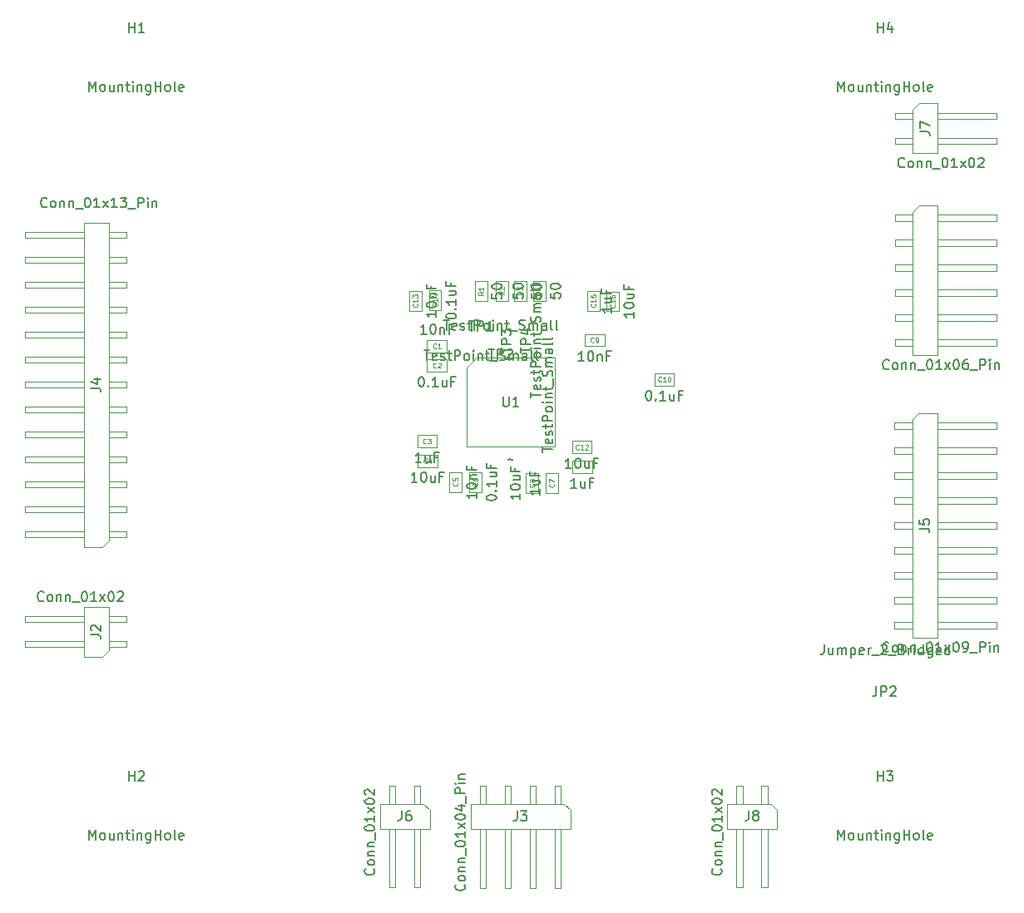
<source format=gbr>
%TF.GenerationSoftware,KiCad,Pcbnew,9.0.0-rc1*%
%TF.CreationDate,2025-01-08T18:27:10+01:00*%
%TF.ProjectId,HBST,48425354-2e6b-4696-9361-645f70636258,rev?*%
%TF.SameCoordinates,Original*%
%TF.FileFunction,AssemblyDrawing,Top*%
%FSLAX46Y46*%
G04 Gerber Fmt 4.6, Leading zero omitted, Abs format (unit mm)*
G04 Created by KiCad (PCBNEW 9.0.0-rc1) date 2025-01-08 18:27:10*
%MOMM*%
%LPD*%
G01*
G04 APERTURE LIST*
%ADD10C,0.150000*%
%ADD11C,0.080000*%
%ADD12C,0.100000*%
G04 APERTURE END LIST*
D10*
X149238095Y-105403866D02*
X149285714Y-105356247D01*
X149285714Y-105356247D02*
X149380952Y-105308628D01*
X149380952Y-105308628D02*
X149571428Y-105403866D01*
X149571428Y-105403866D02*
X149666666Y-105356247D01*
X149666666Y-105356247D02*
X149714285Y-105308628D01*
X148738095Y-98954819D02*
X148738095Y-99764342D01*
X148738095Y-99764342D02*
X148785714Y-99859580D01*
X148785714Y-99859580D02*
X148833333Y-99907200D01*
X148833333Y-99907200D02*
X148928571Y-99954819D01*
X148928571Y-99954819D02*
X149119047Y-99954819D01*
X149119047Y-99954819D02*
X149214285Y-99907200D01*
X149214285Y-99907200D02*
X149261904Y-99859580D01*
X149261904Y-99859580D02*
X149309523Y-99764342D01*
X149309523Y-99764342D02*
X149309523Y-98954819D01*
X150309523Y-99954819D02*
X149738095Y-99954819D01*
X150023809Y-99954819D02*
X150023809Y-98954819D01*
X150023809Y-98954819D02*
X149928571Y-99097676D01*
X149928571Y-99097676D02*
X149833333Y-99192914D01*
X149833333Y-99192914D02*
X149738095Y-99240533D01*
X106614285Y-67854819D02*
X106614285Y-66854819D01*
X106614285Y-66854819D02*
X106947618Y-67569104D01*
X106947618Y-67569104D02*
X107280951Y-66854819D01*
X107280951Y-66854819D02*
X107280951Y-67854819D01*
X107899999Y-67854819D02*
X107804761Y-67807200D01*
X107804761Y-67807200D02*
X107757142Y-67759580D01*
X107757142Y-67759580D02*
X107709523Y-67664342D01*
X107709523Y-67664342D02*
X107709523Y-67378628D01*
X107709523Y-67378628D02*
X107757142Y-67283390D01*
X107757142Y-67283390D02*
X107804761Y-67235771D01*
X107804761Y-67235771D02*
X107899999Y-67188152D01*
X107899999Y-67188152D02*
X108042856Y-67188152D01*
X108042856Y-67188152D02*
X108138094Y-67235771D01*
X108138094Y-67235771D02*
X108185713Y-67283390D01*
X108185713Y-67283390D02*
X108233332Y-67378628D01*
X108233332Y-67378628D02*
X108233332Y-67664342D01*
X108233332Y-67664342D02*
X108185713Y-67759580D01*
X108185713Y-67759580D02*
X108138094Y-67807200D01*
X108138094Y-67807200D02*
X108042856Y-67854819D01*
X108042856Y-67854819D02*
X107899999Y-67854819D01*
X109090475Y-67188152D02*
X109090475Y-67854819D01*
X108661904Y-67188152D02*
X108661904Y-67711961D01*
X108661904Y-67711961D02*
X108709523Y-67807200D01*
X108709523Y-67807200D02*
X108804761Y-67854819D01*
X108804761Y-67854819D02*
X108947618Y-67854819D01*
X108947618Y-67854819D02*
X109042856Y-67807200D01*
X109042856Y-67807200D02*
X109090475Y-67759580D01*
X109566666Y-67188152D02*
X109566666Y-67854819D01*
X109566666Y-67283390D02*
X109614285Y-67235771D01*
X109614285Y-67235771D02*
X109709523Y-67188152D01*
X109709523Y-67188152D02*
X109852380Y-67188152D01*
X109852380Y-67188152D02*
X109947618Y-67235771D01*
X109947618Y-67235771D02*
X109995237Y-67331009D01*
X109995237Y-67331009D02*
X109995237Y-67854819D01*
X110328571Y-67188152D02*
X110709523Y-67188152D01*
X110471428Y-66854819D02*
X110471428Y-67711961D01*
X110471428Y-67711961D02*
X110519047Y-67807200D01*
X110519047Y-67807200D02*
X110614285Y-67854819D01*
X110614285Y-67854819D02*
X110709523Y-67854819D01*
X111042857Y-67854819D02*
X111042857Y-67188152D01*
X111042857Y-66854819D02*
X110995238Y-66902438D01*
X110995238Y-66902438D02*
X111042857Y-66950057D01*
X111042857Y-66950057D02*
X111090476Y-66902438D01*
X111090476Y-66902438D02*
X111042857Y-66854819D01*
X111042857Y-66854819D02*
X111042857Y-66950057D01*
X111519047Y-67188152D02*
X111519047Y-67854819D01*
X111519047Y-67283390D02*
X111566666Y-67235771D01*
X111566666Y-67235771D02*
X111661904Y-67188152D01*
X111661904Y-67188152D02*
X111804761Y-67188152D01*
X111804761Y-67188152D02*
X111899999Y-67235771D01*
X111899999Y-67235771D02*
X111947618Y-67331009D01*
X111947618Y-67331009D02*
X111947618Y-67854819D01*
X112852380Y-67188152D02*
X112852380Y-67997676D01*
X112852380Y-67997676D02*
X112804761Y-68092914D01*
X112804761Y-68092914D02*
X112757142Y-68140533D01*
X112757142Y-68140533D02*
X112661904Y-68188152D01*
X112661904Y-68188152D02*
X112519047Y-68188152D01*
X112519047Y-68188152D02*
X112423809Y-68140533D01*
X112852380Y-67807200D02*
X112757142Y-67854819D01*
X112757142Y-67854819D02*
X112566666Y-67854819D01*
X112566666Y-67854819D02*
X112471428Y-67807200D01*
X112471428Y-67807200D02*
X112423809Y-67759580D01*
X112423809Y-67759580D02*
X112376190Y-67664342D01*
X112376190Y-67664342D02*
X112376190Y-67378628D01*
X112376190Y-67378628D02*
X112423809Y-67283390D01*
X112423809Y-67283390D02*
X112471428Y-67235771D01*
X112471428Y-67235771D02*
X112566666Y-67188152D01*
X112566666Y-67188152D02*
X112757142Y-67188152D01*
X112757142Y-67188152D02*
X112852380Y-67235771D01*
X113328571Y-67854819D02*
X113328571Y-66854819D01*
X113328571Y-67331009D02*
X113899999Y-67331009D01*
X113899999Y-67854819D02*
X113899999Y-66854819D01*
X114519047Y-67854819D02*
X114423809Y-67807200D01*
X114423809Y-67807200D02*
X114376190Y-67759580D01*
X114376190Y-67759580D02*
X114328571Y-67664342D01*
X114328571Y-67664342D02*
X114328571Y-67378628D01*
X114328571Y-67378628D02*
X114376190Y-67283390D01*
X114376190Y-67283390D02*
X114423809Y-67235771D01*
X114423809Y-67235771D02*
X114519047Y-67188152D01*
X114519047Y-67188152D02*
X114661904Y-67188152D01*
X114661904Y-67188152D02*
X114757142Y-67235771D01*
X114757142Y-67235771D02*
X114804761Y-67283390D01*
X114804761Y-67283390D02*
X114852380Y-67378628D01*
X114852380Y-67378628D02*
X114852380Y-67664342D01*
X114852380Y-67664342D02*
X114804761Y-67759580D01*
X114804761Y-67759580D02*
X114757142Y-67807200D01*
X114757142Y-67807200D02*
X114661904Y-67854819D01*
X114661904Y-67854819D02*
X114519047Y-67854819D01*
X115423809Y-67854819D02*
X115328571Y-67807200D01*
X115328571Y-67807200D02*
X115280952Y-67711961D01*
X115280952Y-67711961D02*
X115280952Y-66854819D01*
X116185714Y-67807200D02*
X116090476Y-67854819D01*
X116090476Y-67854819D02*
X115900000Y-67854819D01*
X115900000Y-67854819D02*
X115804762Y-67807200D01*
X115804762Y-67807200D02*
X115757143Y-67711961D01*
X115757143Y-67711961D02*
X115757143Y-67331009D01*
X115757143Y-67331009D02*
X115804762Y-67235771D01*
X115804762Y-67235771D02*
X115900000Y-67188152D01*
X115900000Y-67188152D02*
X116090476Y-67188152D01*
X116090476Y-67188152D02*
X116185714Y-67235771D01*
X116185714Y-67235771D02*
X116233333Y-67331009D01*
X116233333Y-67331009D02*
X116233333Y-67426247D01*
X116233333Y-67426247D02*
X115757143Y-67521485D01*
X110638095Y-61854819D02*
X110638095Y-60854819D01*
X110638095Y-61331009D02*
X111209523Y-61331009D01*
X111209523Y-61854819D02*
X111209523Y-60854819D01*
X112209523Y-61854819D02*
X111638095Y-61854819D01*
X111923809Y-61854819D02*
X111923809Y-60854819D01*
X111923809Y-60854819D02*
X111828571Y-60997676D01*
X111828571Y-60997676D02*
X111733333Y-61092914D01*
X111733333Y-61092914D02*
X111638095Y-61140533D01*
X106614285Y-144054819D02*
X106614285Y-143054819D01*
X106614285Y-143054819D02*
X106947618Y-143769104D01*
X106947618Y-143769104D02*
X107280951Y-143054819D01*
X107280951Y-143054819D02*
X107280951Y-144054819D01*
X107899999Y-144054819D02*
X107804761Y-144007200D01*
X107804761Y-144007200D02*
X107757142Y-143959580D01*
X107757142Y-143959580D02*
X107709523Y-143864342D01*
X107709523Y-143864342D02*
X107709523Y-143578628D01*
X107709523Y-143578628D02*
X107757142Y-143483390D01*
X107757142Y-143483390D02*
X107804761Y-143435771D01*
X107804761Y-143435771D02*
X107899999Y-143388152D01*
X107899999Y-143388152D02*
X108042856Y-143388152D01*
X108042856Y-143388152D02*
X108138094Y-143435771D01*
X108138094Y-143435771D02*
X108185713Y-143483390D01*
X108185713Y-143483390D02*
X108233332Y-143578628D01*
X108233332Y-143578628D02*
X108233332Y-143864342D01*
X108233332Y-143864342D02*
X108185713Y-143959580D01*
X108185713Y-143959580D02*
X108138094Y-144007200D01*
X108138094Y-144007200D02*
X108042856Y-144054819D01*
X108042856Y-144054819D02*
X107899999Y-144054819D01*
X109090475Y-143388152D02*
X109090475Y-144054819D01*
X108661904Y-143388152D02*
X108661904Y-143911961D01*
X108661904Y-143911961D02*
X108709523Y-144007200D01*
X108709523Y-144007200D02*
X108804761Y-144054819D01*
X108804761Y-144054819D02*
X108947618Y-144054819D01*
X108947618Y-144054819D02*
X109042856Y-144007200D01*
X109042856Y-144007200D02*
X109090475Y-143959580D01*
X109566666Y-143388152D02*
X109566666Y-144054819D01*
X109566666Y-143483390D02*
X109614285Y-143435771D01*
X109614285Y-143435771D02*
X109709523Y-143388152D01*
X109709523Y-143388152D02*
X109852380Y-143388152D01*
X109852380Y-143388152D02*
X109947618Y-143435771D01*
X109947618Y-143435771D02*
X109995237Y-143531009D01*
X109995237Y-143531009D02*
X109995237Y-144054819D01*
X110328571Y-143388152D02*
X110709523Y-143388152D01*
X110471428Y-143054819D02*
X110471428Y-143911961D01*
X110471428Y-143911961D02*
X110519047Y-144007200D01*
X110519047Y-144007200D02*
X110614285Y-144054819D01*
X110614285Y-144054819D02*
X110709523Y-144054819D01*
X111042857Y-144054819D02*
X111042857Y-143388152D01*
X111042857Y-143054819D02*
X110995238Y-143102438D01*
X110995238Y-143102438D02*
X111042857Y-143150057D01*
X111042857Y-143150057D02*
X111090476Y-143102438D01*
X111090476Y-143102438D02*
X111042857Y-143054819D01*
X111042857Y-143054819D02*
X111042857Y-143150057D01*
X111519047Y-143388152D02*
X111519047Y-144054819D01*
X111519047Y-143483390D02*
X111566666Y-143435771D01*
X111566666Y-143435771D02*
X111661904Y-143388152D01*
X111661904Y-143388152D02*
X111804761Y-143388152D01*
X111804761Y-143388152D02*
X111899999Y-143435771D01*
X111899999Y-143435771D02*
X111947618Y-143531009D01*
X111947618Y-143531009D02*
X111947618Y-144054819D01*
X112852380Y-143388152D02*
X112852380Y-144197676D01*
X112852380Y-144197676D02*
X112804761Y-144292914D01*
X112804761Y-144292914D02*
X112757142Y-144340533D01*
X112757142Y-144340533D02*
X112661904Y-144388152D01*
X112661904Y-144388152D02*
X112519047Y-144388152D01*
X112519047Y-144388152D02*
X112423809Y-144340533D01*
X112852380Y-144007200D02*
X112757142Y-144054819D01*
X112757142Y-144054819D02*
X112566666Y-144054819D01*
X112566666Y-144054819D02*
X112471428Y-144007200D01*
X112471428Y-144007200D02*
X112423809Y-143959580D01*
X112423809Y-143959580D02*
X112376190Y-143864342D01*
X112376190Y-143864342D02*
X112376190Y-143578628D01*
X112376190Y-143578628D02*
X112423809Y-143483390D01*
X112423809Y-143483390D02*
X112471428Y-143435771D01*
X112471428Y-143435771D02*
X112566666Y-143388152D01*
X112566666Y-143388152D02*
X112757142Y-143388152D01*
X112757142Y-143388152D02*
X112852380Y-143435771D01*
X113328571Y-144054819D02*
X113328571Y-143054819D01*
X113328571Y-143531009D02*
X113899999Y-143531009D01*
X113899999Y-144054819D02*
X113899999Y-143054819D01*
X114519047Y-144054819D02*
X114423809Y-144007200D01*
X114423809Y-144007200D02*
X114376190Y-143959580D01*
X114376190Y-143959580D02*
X114328571Y-143864342D01*
X114328571Y-143864342D02*
X114328571Y-143578628D01*
X114328571Y-143578628D02*
X114376190Y-143483390D01*
X114376190Y-143483390D02*
X114423809Y-143435771D01*
X114423809Y-143435771D02*
X114519047Y-143388152D01*
X114519047Y-143388152D02*
X114661904Y-143388152D01*
X114661904Y-143388152D02*
X114757142Y-143435771D01*
X114757142Y-143435771D02*
X114804761Y-143483390D01*
X114804761Y-143483390D02*
X114852380Y-143578628D01*
X114852380Y-143578628D02*
X114852380Y-143864342D01*
X114852380Y-143864342D02*
X114804761Y-143959580D01*
X114804761Y-143959580D02*
X114757142Y-144007200D01*
X114757142Y-144007200D02*
X114661904Y-144054819D01*
X114661904Y-144054819D02*
X114519047Y-144054819D01*
X115423809Y-144054819D02*
X115328571Y-144007200D01*
X115328571Y-144007200D02*
X115280952Y-143911961D01*
X115280952Y-143911961D02*
X115280952Y-143054819D01*
X116185714Y-144007200D02*
X116090476Y-144054819D01*
X116090476Y-144054819D02*
X115900000Y-144054819D01*
X115900000Y-144054819D02*
X115804762Y-144007200D01*
X115804762Y-144007200D02*
X115757143Y-143911961D01*
X115757143Y-143911961D02*
X115757143Y-143531009D01*
X115757143Y-143531009D02*
X115804762Y-143435771D01*
X115804762Y-143435771D02*
X115900000Y-143388152D01*
X115900000Y-143388152D02*
X116090476Y-143388152D01*
X116090476Y-143388152D02*
X116185714Y-143435771D01*
X116185714Y-143435771D02*
X116233333Y-143531009D01*
X116233333Y-143531009D02*
X116233333Y-143626247D01*
X116233333Y-143626247D02*
X115757143Y-143721485D01*
X110638095Y-138054819D02*
X110638095Y-137054819D01*
X110638095Y-137531009D02*
X111209523Y-137531009D01*
X111209523Y-138054819D02*
X111209523Y-137054819D01*
X111638095Y-137150057D02*
X111685714Y-137102438D01*
X111685714Y-137102438D02*
X111780952Y-137054819D01*
X111780952Y-137054819D02*
X112019047Y-137054819D01*
X112019047Y-137054819D02*
X112114285Y-137102438D01*
X112114285Y-137102438D02*
X112161904Y-137150057D01*
X112161904Y-137150057D02*
X112209523Y-137245295D01*
X112209523Y-137245295D02*
X112209523Y-137340533D01*
X112209523Y-137340533D02*
X112161904Y-137483390D01*
X112161904Y-137483390D02*
X111590476Y-138054819D01*
X111590476Y-138054819D02*
X112209523Y-138054819D01*
X182814285Y-144054819D02*
X182814285Y-143054819D01*
X182814285Y-143054819D02*
X183147618Y-143769104D01*
X183147618Y-143769104D02*
X183480951Y-143054819D01*
X183480951Y-143054819D02*
X183480951Y-144054819D01*
X184099999Y-144054819D02*
X184004761Y-144007200D01*
X184004761Y-144007200D02*
X183957142Y-143959580D01*
X183957142Y-143959580D02*
X183909523Y-143864342D01*
X183909523Y-143864342D02*
X183909523Y-143578628D01*
X183909523Y-143578628D02*
X183957142Y-143483390D01*
X183957142Y-143483390D02*
X184004761Y-143435771D01*
X184004761Y-143435771D02*
X184099999Y-143388152D01*
X184099999Y-143388152D02*
X184242856Y-143388152D01*
X184242856Y-143388152D02*
X184338094Y-143435771D01*
X184338094Y-143435771D02*
X184385713Y-143483390D01*
X184385713Y-143483390D02*
X184433332Y-143578628D01*
X184433332Y-143578628D02*
X184433332Y-143864342D01*
X184433332Y-143864342D02*
X184385713Y-143959580D01*
X184385713Y-143959580D02*
X184338094Y-144007200D01*
X184338094Y-144007200D02*
X184242856Y-144054819D01*
X184242856Y-144054819D02*
X184099999Y-144054819D01*
X185290475Y-143388152D02*
X185290475Y-144054819D01*
X184861904Y-143388152D02*
X184861904Y-143911961D01*
X184861904Y-143911961D02*
X184909523Y-144007200D01*
X184909523Y-144007200D02*
X185004761Y-144054819D01*
X185004761Y-144054819D02*
X185147618Y-144054819D01*
X185147618Y-144054819D02*
X185242856Y-144007200D01*
X185242856Y-144007200D02*
X185290475Y-143959580D01*
X185766666Y-143388152D02*
X185766666Y-144054819D01*
X185766666Y-143483390D02*
X185814285Y-143435771D01*
X185814285Y-143435771D02*
X185909523Y-143388152D01*
X185909523Y-143388152D02*
X186052380Y-143388152D01*
X186052380Y-143388152D02*
X186147618Y-143435771D01*
X186147618Y-143435771D02*
X186195237Y-143531009D01*
X186195237Y-143531009D02*
X186195237Y-144054819D01*
X186528571Y-143388152D02*
X186909523Y-143388152D01*
X186671428Y-143054819D02*
X186671428Y-143911961D01*
X186671428Y-143911961D02*
X186719047Y-144007200D01*
X186719047Y-144007200D02*
X186814285Y-144054819D01*
X186814285Y-144054819D02*
X186909523Y-144054819D01*
X187242857Y-144054819D02*
X187242857Y-143388152D01*
X187242857Y-143054819D02*
X187195238Y-143102438D01*
X187195238Y-143102438D02*
X187242857Y-143150057D01*
X187242857Y-143150057D02*
X187290476Y-143102438D01*
X187290476Y-143102438D02*
X187242857Y-143054819D01*
X187242857Y-143054819D02*
X187242857Y-143150057D01*
X187719047Y-143388152D02*
X187719047Y-144054819D01*
X187719047Y-143483390D02*
X187766666Y-143435771D01*
X187766666Y-143435771D02*
X187861904Y-143388152D01*
X187861904Y-143388152D02*
X188004761Y-143388152D01*
X188004761Y-143388152D02*
X188099999Y-143435771D01*
X188099999Y-143435771D02*
X188147618Y-143531009D01*
X188147618Y-143531009D02*
X188147618Y-144054819D01*
X189052380Y-143388152D02*
X189052380Y-144197676D01*
X189052380Y-144197676D02*
X189004761Y-144292914D01*
X189004761Y-144292914D02*
X188957142Y-144340533D01*
X188957142Y-144340533D02*
X188861904Y-144388152D01*
X188861904Y-144388152D02*
X188719047Y-144388152D01*
X188719047Y-144388152D02*
X188623809Y-144340533D01*
X189052380Y-144007200D02*
X188957142Y-144054819D01*
X188957142Y-144054819D02*
X188766666Y-144054819D01*
X188766666Y-144054819D02*
X188671428Y-144007200D01*
X188671428Y-144007200D02*
X188623809Y-143959580D01*
X188623809Y-143959580D02*
X188576190Y-143864342D01*
X188576190Y-143864342D02*
X188576190Y-143578628D01*
X188576190Y-143578628D02*
X188623809Y-143483390D01*
X188623809Y-143483390D02*
X188671428Y-143435771D01*
X188671428Y-143435771D02*
X188766666Y-143388152D01*
X188766666Y-143388152D02*
X188957142Y-143388152D01*
X188957142Y-143388152D02*
X189052380Y-143435771D01*
X189528571Y-144054819D02*
X189528571Y-143054819D01*
X189528571Y-143531009D02*
X190099999Y-143531009D01*
X190099999Y-144054819D02*
X190099999Y-143054819D01*
X190719047Y-144054819D02*
X190623809Y-144007200D01*
X190623809Y-144007200D02*
X190576190Y-143959580D01*
X190576190Y-143959580D02*
X190528571Y-143864342D01*
X190528571Y-143864342D02*
X190528571Y-143578628D01*
X190528571Y-143578628D02*
X190576190Y-143483390D01*
X190576190Y-143483390D02*
X190623809Y-143435771D01*
X190623809Y-143435771D02*
X190719047Y-143388152D01*
X190719047Y-143388152D02*
X190861904Y-143388152D01*
X190861904Y-143388152D02*
X190957142Y-143435771D01*
X190957142Y-143435771D02*
X191004761Y-143483390D01*
X191004761Y-143483390D02*
X191052380Y-143578628D01*
X191052380Y-143578628D02*
X191052380Y-143864342D01*
X191052380Y-143864342D02*
X191004761Y-143959580D01*
X191004761Y-143959580D02*
X190957142Y-144007200D01*
X190957142Y-144007200D02*
X190861904Y-144054819D01*
X190861904Y-144054819D02*
X190719047Y-144054819D01*
X191623809Y-144054819D02*
X191528571Y-144007200D01*
X191528571Y-144007200D02*
X191480952Y-143911961D01*
X191480952Y-143911961D02*
X191480952Y-143054819D01*
X192385714Y-144007200D02*
X192290476Y-144054819D01*
X192290476Y-144054819D02*
X192100000Y-144054819D01*
X192100000Y-144054819D02*
X192004762Y-144007200D01*
X192004762Y-144007200D02*
X191957143Y-143911961D01*
X191957143Y-143911961D02*
X191957143Y-143531009D01*
X191957143Y-143531009D02*
X192004762Y-143435771D01*
X192004762Y-143435771D02*
X192100000Y-143388152D01*
X192100000Y-143388152D02*
X192290476Y-143388152D01*
X192290476Y-143388152D02*
X192385714Y-143435771D01*
X192385714Y-143435771D02*
X192433333Y-143531009D01*
X192433333Y-143531009D02*
X192433333Y-143626247D01*
X192433333Y-143626247D02*
X191957143Y-143721485D01*
X186838095Y-138054819D02*
X186838095Y-137054819D01*
X186838095Y-137531009D02*
X187409523Y-137531009D01*
X187409523Y-138054819D02*
X187409523Y-137054819D01*
X187790476Y-137054819D02*
X188409523Y-137054819D01*
X188409523Y-137054819D02*
X188076190Y-137435771D01*
X188076190Y-137435771D02*
X188219047Y-137435771D01*
X188219047Y-137435771D02*
X188314285Y-137483390D01*
X188314285Y-137483390D02*
X188361904Y-137531009D01*
X188361904Y-137531009D02*
X188409523Y-137626247D01*
X188409523Y-137626247D02*
X188409523Y-137864342D01*
X188409523Y-137864342D02*
X188361904Y-137959580D01*
X188361904Y-137959580D02*
X188314285Y-138007200D01*
X188314285Y-138007200D02*
X188219047Y-138054819D01*
X188219047Y-138054819D02*
X187933333Y-138054819D01*
X187933333Y-138054819D02*
X187838095Y-138007200D01*
X187838095Y-138007200D02*
X187790476Y-137959580D01*
X182814285Y-67854819D02*
X182814285Y-66854819D01*
X182814285Y-66854819D02*
X183147618Y-67569104D01*
X183147618Y-67569104D02*
X183480951Y-66854819D01*
X183480951Y-66854819D02*
X183480951Y-67854819D01*
X184099999Y-67854819D02*
X184004761Y-67807200D01*
X184004761Y-67807200D02*
X183957142Y-67759580D01*
X183957142Y-67759580D02*
X183909523Y-67664342D01*
X183909523Y-67664342D02*
X183909523Y-67378628D01*
X183909523Y-67378628D02*
X183957142Y-67283390D01*
X183957142Y-67283390D02*
X184004761Y-67235771D01*
X184004761Y-67235771D02*
X184099999Y-67188152D01*
X184099999Y-67188152D02*
X184242856Y-67188152D01*
X184242856Y-67188152D02*
X184338094Y-67235771D01*
X184338094Y-67235771D02*
X184385713Y-67283390D01*
X184385713Y-67283390D02*
X184433332Y-67378628D01*
X184433332Y-67378628D02*
X184433332Y-67664342D01*
X184433332Y-67664342D02*
X184385713Y-67759580D01*
X184385713Y-67759580D02*
X184338094Y-67807200D01*
X184338094Y-67807200D02*
X184242856Y-67854819D01*
X184242856Y-67854819D02*
X184099999Y-67854819D01*
X185290475Y-67188152D02*
X185290475Y-67854819D01*
X184861904Y-67188152D02*
X184861904Y-67711961D01*
X184861904Y-67711961D02*
X184909523Y-67807200D01*
X184909523Y-67807200D02*
X185004761Y-67854819D01*
X185004761Y-67854819D02*
X185147618Y-67854819D01*
X185147618Y-67854819D02*
X185242856Y-67807200D01*
X185242856Y-67807200D02*
X185290475Y-67759580D01*
X185766666Y-67188152D02*
X185766666Y-67854819D01*
X185766666Y-67283390D02*
X185814285Y-67235771D01*
X185814285Y-67235771D02*
X185909523Y-67188152D01*
X185909523Y-67188152D02*
X186052380Y-67188152D01*
X186052380Y-67188152D02*
X186147618Y-67235771D01*
X186147618Y-67235771D02*
X186195237Y-67331009D01*
X186195237Y-67331009D02*
X186195237Y-67854819D01*
X186528571Y-67188152D02*
X186909523Y-67188152D01*
X186671428Y-66854819D02*
X186671428Y-67711961D01*
X186671428Y-67711961D02*
X186719047Y-67807200D01*
X186719047Y-67807200D02*
X186814285Y-67854819D01*
X186814285Y-67854819D02*
X186909523Y-67854819D01*
X187242857Y-67854819D02*
X187242857Y-67188152D01*
X187242857Y-66854819D02*
X187195238Y-66902438D01*
X187195238Y-66902438D02*
X187242857Y-66950057D01*
X187242857Y-66950057D02*
X187290476Y-66902438D01*
X187290476Y-66902438D02*
X187242857Y-66854819D01*
X187242857Y-66854819D02*
X187242857Y-66950057D01*
X187719047Y-67188152D02*
X187719047Y-67854819D01*
X187719047Y-67283390D02*
X187766666Y-67235771D01*
X187766666Y-67235771D02*
X187861904Y-67188152D01*
X187861904Y-67188152D02*
X188004761Y-67188152D01*
X188004761Y-67188152D02*
X188099999Y-67235771D01*
X188099999Y-67235771D02*
X188147618Y-67331009D01*
X188147618Y-67331009D02*
X188147618Y-67854819D01*
X189052380Y-67188152D02*
X189052380Y-67997676D01*
X189052380Y-67997676D02*
X189004761Y-68092914D01*
X189004761Y-68092914D02*
X188957142Y-68140533D01*
X188957142Y-68140533D02*
X188861904Y-68188152D01*
X188861904Y-68188152D02*
X188719047Y-68188152D01*
X188719047Y-68188152D02*
X188623809Y-68140533D01*
X189052380Y-67807200D02*
X188957142Y-67854819D01*
X188957142Y-67854819D02*
X188766666Y-67854819D01*
X188766666Y-67854819D02*
X188671428Y-67807200D01*
X188671428Y-67807200D02*
X188623809Y-67759580D01*
X188623809Y-67759580D02*
X188576190Y-67664342D01*
X188576190Y-67664342D02*
X188576190Y-67378628D01*
X188576190Y-67378628D02*
X188623809Y-67283390D01*
X188623809Y-67283390D02*
X188671428Y-67235771D01*
X188671428Y-67235771D02*
X188766666Y-67188152D01*
X188766666Y-67188152D02*
X188957142Y-67188152D01*
X188957142Y-67188152D02*
X189052380Y-67235771D01*
X189528571Y-67854819D02*
X189528571Y-66854819D01*
X189528571Y-67331009D02*
X190099999Y-67331009D01*
X190099999Y-67854819D02*
X190099999Y-66854819D01*
X190719047Y-67854819D02*
X190623809Y-67807200D01*
X190623809Y-67807200D02*
X190576190Y-67759580D01*
X190576190Y-67759580D02*
X190528571Y-67664342D01*
X190528571Y-67664342D02*
X190528571Y-67378628D01*
X190528571Y-67378628D02*
X190576190Y-67283390D01*
X190576190Y-67283390D02*
X190623809Y-67235771D01*
X190623809Y-67235771D02*
X190719047Y-67188152D01*
X190719047Y-67188152D02*
X190861904Y-67188152D01*
X190861904Y-67188152D02*
X190957142Y-67235771D01*
X190957142Y-67235771D02*
X191004761Y-67283390D01*
X191004761Y-67283390D02*
X191052380Y-67378628D01*
X191052380Y-67378628D02*
X191052380Y-67664342D01*
X191052380Y-67664342D02*
X191004761Y-67759580D01*
X191004761Y-67759580D02*
X190957142Y-67807200D01*
X190957142Y-67807200D02*
X190861904Y-67854819D01*
X190861904Y-67854819D02*
X190719047Y-67854819D01*
X191623809Y-67854819D02*
X191528571Y-67807200D01*
X191528571Y-67807200D02*
X191480952Y-67711961D01*
X191480952Y-67711961D02*
X191480952Y-66854819D01*
X192385714Y-67807200D02*
X192290476Y-67854819D01*
X192290476Y-67854819D02*
X192100000Y-67854819D01*
X192100000Y-67854819D02*
X192004762Y-67807200D01*
X192004762Y-67807200D02*
X191957143Y-67711961D01*
X191957143Y-67711961D02*
X191957143Y-67331009D01*
X191957143Y-67331009D02*
X192004762Y-67235771D01*
X192004762Y-67235771D02*
X192100000Y-67188152D01*
X192100000Y-67188152D02*
X192290476Y-67188152D01*
X192290476Y-67188152D02*
X192385714Y-67235771D01*
X192385714Y-67235771D02*
X192433333Y-67331009D01*
X192433333Y-67331009D02*
X192433333Y-67426247D01*
X192433333Y-67426247D02*
X191957143Y-67521485D01*
X186838095Y-61854819D02*
X186838095Y-60854819D01*
X186838095Y-61331009D02*
X187409523Y-61331009D01*
X187409523Y-61854819D02*
X187409523Y-60854819D01*
X188314285Y-61188152D02*
X188314285Y-61854819D01*
X188076190Y-60807200D02*
X187838095Y-61521485D01*
X187838095Y-61521485D02*
X188457142Y-61521485D01*
X140357143Y-96934819D02*
X140452381Y-96934819D01*
X140452381Y-96934819D02*
X140547619Y-96982438D01*
X140547619Y-96982438D02*
X140595238Y-97030057D01*
X140595238Y-97030057D02*
X140642857Y-97125295D01*
X140642857Y-97125295D02*
X140690476Y-97315771D01*
X140690476Y-97315771D02*
X140690476Y-97553866D01*
X140690476Y-97553866D02*
X140642857Y-97744342D01*
X140642857Y-97744342D02*
X140595238Y-97839580D01*
X140595238Y-97839580D02*
X140547619Y-97887200D01*
X140547619Y-97887200D02*
X140452381Y-97934819D01*
X140452381Y-97934819D02*
X140357143Y-97934819D01*
X140357143Y-97934819D02*
X140261905Y-97887200D01*
X140261905Y-97887200D02*
X140214286Y-97839580D01*
X140214286Y-97839580D02*
X140166667Y-97744342D01*
X140166667Y-97744342D02*
X140119048Y-97553866D01*
X140119048Y-97553866D02*
X140119048Y-97315771D01*
X140119048Y-97315771D02*
X140166667Y-97125295D01*
X140166667Y-97125295D02*
X140214286Y-97030057D01*
X140214286Y-97030057D02*
X140261905Y-96982438D01*
X140261905Y-96982438D02*
X140357143Y-96934819D01*
X141119048Y-97839580D02*
X141166667Y-97887200D01*
X141166667Y-97887200D02*
X141119048Y-97934819D01*
X141119048Y-97934819D02*
X141071429Y-97887200D01*
X141071429Y-97887200D02*
X141119048Y-97839580D01*
X141119048Y-97839580D02*
X141119048Y-97934819D01*
X142119047Y-97934819D02*
X141547619Y-97934819D01*
X141833333Y-97934819D02*
X141833333Y-96934819D01*
X141833333Y-96934819D02*
X141738095Y-97077676D01*
X141738095Y-97077676D02*
X141642857Y-97172914D01*
X141642857Y-97172914D02*
X141547619Y-97220533D01*
X142976190Y-97268152D02*
X142976190Y-97934819D01*
X142547619Y-97268152D02*
X142547619Y-97791961D01*
X142547619Y-97791961D02*
X142595238Y-97887200D01*
X142595238Y-97887200D02*
X142690476Y-97934819D01*
X142690476Y-97934819D02*
X142833333Y-97934819D01*
X142833333Y-97934819D02*
X142928571Y-97887200D01*
X142928571Y-97887200D02*
X142976190Y-97839580D01*
X143785714Y-97411009D02*
X143452381Y-97411009D01*
X143452381Y-97934819D02*
X143452381Y-96934819D01*
X143452381Y-96934819D02*
X143928571Y-96934819D01*
D11*
X141916666Y-95979530D02*
X141892857Y-96003340D01*
X141892857Y-96003340D02*
X141821428Y-96027149D01*
X141821428Y-96027149D02*
X141773809Y-96027149D01*
X141773809Y-96027149D02*
X141702381Y-96003340D01*
X141702381Y-96003340D02*
X141654762Y-95955720D01*
X141654762Y-95955720D02*
X141630952Y-95908101D01*
X141630952Y-95908101D02*
X141607143Y-95812863D01*
X141607143Y-95812863D02*
X141607143Y-95741435D01*
X141607143Y-95741435D02*
X141630952Y-95646197D01*
X141630952Y-95646197D02*
X141654762Y-95598578D01*
X141654762Y-95598578D02*
X141702381Y-95550959D01*
X141702381Y-95550959D02*
X141773809Y-95527149D01*
X141773809Y-95527149D02*
X141821428Y-95527149D01*
X141821428Y-95527149D02*
X141892857Y-95550959D01*
X141892857Y-95550959D02*
X141916666Y-95574768D01*
X142107143Y-95574768D02*
X142130952Y-95550959D01*
X142130952Y-95550959D02*
X142178571Y-95527149D01*
X142178571Y-95527149D02*
X142297619Y-95527149D01*
X142297619Y-95527149D02*
X142345238Y-95550959D01*
X142345238Y-95550959D02*
X142369047Y-95574768D01*
X142369047Y-95574768D02*
X142392857Y-95622387D01*
X142392857Y-95622387D02*
X142392857Y-95670006D01*
X142392857Y-95670006D02*
X142369047Y-95741435D01*
X142369047Y-95741435D02*
X142083333Y-96027149D01*
X142083333Y-96027149D02*
X142392857Y-96027149D01*
D10*
X135549580Y-147023095D02*
X135597200Y-147070714D01*
X135597200Y-147070714D02*
X135644819Y-147213571D01*
X135644819Y-147213571D02*
X135644819Y-147308809D01*
X135644819Y-147308809D02*
X135597200Y-147451666D01*
X135597200Y-147451666D02*
X135501961Y-147546904D01*
X135501961Y-147546904D02*
X135406723Y-147594523D01*
X135406723Y-147594523D02*
X135216247Y-147642142D01*
X135216247Y-147642142D02*
X135073390Y-147642142D01*
X135073390Y-147642142D02*
X134882914Y-147594523D01*
X134882914Y-147594523D02*
X134787676Y-147546904D01*
X134787676Y-147546904D02*
X134692438Y-147451666D01*
X134692438Y-147451666D02*
X134644819Y-147308809D01*
X134644819Y-147308809D02*
X134644819Y-147213571D01*
X134644819Y-147213571D02*
X134692438Y-147070714D01*
X134692438Y-147070714D02*
X134740057Y-147023095D01*
X135644819Y-146451666D02*
X135597200Y-146546904D01*
X135597200Y-146546904D02*
X135549580Y-146594523D01*
X135549580Y-146594523D02*
X135454342Y-146642142D01*
X135454342Y-146642142D02*
X135168628Y-146642142D01*
X135168628Y-146642142D02*
X135073390Y-146594523D01*
X135073390Y-146594523D02*
X135025771Y-146546904D01*
X135025771Y-146546904D02*
X134978152Y-146451666D01*
X134978152Y-146451666D02*
X134978152Y-146308809D01*
X134978152Y-146308809D02*
X135025771Y-146213571D01*
X135025771Y-146213571D02*
X135073390Y-146165952D01*
X135073390Y-146165952D02*
X135168628Y-146118333D01*
X135168628Y-146118333D02*
X135454342Y-146118333D01*
X135454342Y-146118333D02*
X135549580Y-146165952D01*
X135549580Y-146165952D02*
X135597200Y-146213571D01*
X135597200Y-146213571D02*
X135644819Y-146308809D01*
X135644819Y-146308809D02*
X135644819Y-146451666D01*
X134978152Y-145689761D02*
X135644819Y-145689761D01*
X135073390Y-145689761D02*
X135025771Y-145642142D01*
X135025771Y-145642142D02*
X134978152Y-145546904D01*
X134978152Y-145546904D02*
X134978152Y-145404047D01*
X134978152Y-145404047D02*
X135025771Y-145308809D01*
X135025771Y-145308809D02*
X135121009Y-145261190D01*
X135121009Y-145261190D02*
X135644819Y-145261190D01*
X134978152Y-144784999D02*
X135644819Y-144784999D01*
X135073390Y-144784999D02*
X135025771Y-144737380D01*
X135025771Y-144737380D02*
X134978152Y-144642142D01*
X134978152Y-144642142D02*
X134978152Y-144499285D01*
X134978152Y-144499285D02*
X135025771Y-144404047D01*
X135025771Y-144404047D02*
X135121009Y-144356428D01*
X135121009Y-144356428D02*
X135644819Y-144356428D01*
X135740057Y-144118333D02*
X135740057Y-143356428D01*
X134644819Y-142927856D02*
X134644819Y-142832618D01*
X134644819Y-142832618D02*
X134692438Y-142737380D01*
X134692438Y-142737380D02*
X134740057Y-142689761D01*
X134740057Y-142689761D02*
X134835295Y-142642142D01*
X134835295Y-142642142D02*
X135025771Y-142594523D01*
X135025771Y-142594523D02*
X135263866Y-142594523D01*
X135263866Y-142594523D02*
X135454342Y-142642142D01*
X135454342Y-142642142D02*
X135549580Y-142689761D01*
X135549580Y-142689761D02*
X135597200Y-142737380D01*
X135597200Y-142737380D02*
X135644819Y-142832618D01*
X135644819Y-142832618D02*
X135644819Y-142927856D01*
X135644819Y-142927856D02*
X135597200Y-143023094D01*
X135597200Y-143023094D02*
X135549580Y-143070713D01*
X135549580Y-143070713D02*
X135454342Y-143118332D01*
X135454342Y-143118332D02*
X135263866Y-143165951D01*
X135263866Y-143165951D02*
X135025771Y-143165951D01*
X135025771Y-143165951D02*
X134835295Y-143118332D01*
X134835295Y-143118332D02*
X134740057Y-143070713D01*
X134740057Y-143070713D02*
X134692438Y-143023094D01*
X134692438Y-143023094D02*
X134644819Y-142927856D01*
X135644819Y-141642142D02*
X135644819Y-142213570D01*
X135644819Y-141927856D02*
X134644819Y-141927856D01*
X134644819Y-141927856D02*
X134787676Y-142023094D01*
X134787676Y-142023094D02*
X134882914Y-142118332D01*
X134882914Y-142118332D02*
X134930533Y-142213570D01*
X135644819Y-141308808D02*
X134978152Y-140784999D01*
X134978152Y-141308808D02*
X135644819Y-140784999D01*
X134644819Y-140213570D02*
X134644819Y-140118332D01*
X134644819Y-140118332D02*
X134692438Y-140023094D01*
X134692438Y-140023094D02*
X134740057Y-139975475D01*
X134740057Y-139975475D02*
X134835295Y-139927856D01*
X134835295Y-139927856D02*
X135025771Y-139880237D01*
X135025771Y-139880237D02*
X135263866Y-139880237D01*
X135263866Y-139880237D02*
X135454342Y-139927856D01*
X135454342Y-139927856D02*
X135549580Y-139975475D01*
X135549580Y-139975475D02*
X135597200Y-140023094D01*
X135597200Y-140023094D02*
X135644819Y-140118332D01*
X135644819Y-140118332D02*
X135644819Y-140213570D01*
X135644819Y-140213570D02*
X135597200Y-140308808D01*
X135597200Y-140308808D02*
X135549580Y-140356427D01*
X135549580Y-140356427D02*
X135454342Y-140404046D01*
X135454342Y-140404046D02*
X135263866Y-140451665D01*
X135263866Y-140451665D02*
X135025771Y-140451665D01*
X135025771Y-140451665D02*
X134835295Y-140404046D01*
X134835295Y-140404046D02*
X134740057Y-140356427D01*
X134740057Y-140356427D02*
X134692438Y-140308808D01*
X134692438Y-140308808D02*
X134644819Y-140213570D01*
X134740057Y-139499284D02*
X134692438Y-139451665D01*
X134692438Y-139451665D02*
X134644819Y-139356427D01*
X134644819Y-139356427D02*
X134644819Y-139118332D01*
X134644819Y-139118332D02*
X134692438Y-139023094D01*
X134692438Y-139023094D02*
X134740057Y-138975475D01*
X134740057Y-138975475D02*
X134835295Y-138927856D01*
X134835295Y-138927856D02*
X134930533Y-138927856D01*
X134930533Y-138927856D02*
X135073390Y-138975475D01*
X135073390Y-138975475D02*
X135644819Y-139546903D01*
X135644819Y-139546903D02*
X135644819Y-138927856D01*
X138396666Y-141124819D02*
X138396666Y-141839104D01*
X138396666Y-141839104D02*
X138349047Y-141981961D01*
X138349047Y-141981961D02*
X138253809Y-142077200D01*
X138253809Y-142077200D02*
X138110952Y-142124819D01*
X138110952Y-142124819D02*
X138015714Y-142124819D01*
X139301428Y-141124819D02*
X139110952Y-141124819D01*
X139110952Y-141124819D02*
X139015714Y-141172438D01*
X139015714Y-141172438D02*
X138968095Y-141220057D01*
X138968095Y-141220057D02*
X138872857Y-141362914D01*
X138872857Y-141362914D02*
X138825238Y-141553390D01*
X138825238Y-141553390D02*
X138825238Y-141934342D01*
X138825238Y-141934342D02*
X138872857Y-142029580D01*
X138872857Y-142029580D02*
X138920476Y-142077200D01*
X138920476Y-142077200D02*
X139015714Y-142124819D01*
X139015714Y-142124819D02*
X139206190Y-142124819D01*
X139206190Y-142124819D02*
X139301428Y-142077200D01*
X139301428Y-142077200D02*
X139349047Y-142029580D01*
X139349047Y-142029580D02*
X139396666Y-141934342D01*
X139396666Y-141934342D02*
X139396666Y-141696247D01*
X139396666Y-141696247D02*
X139349047Y-141601009D01*
X139349047Y-141601009D02*
X139301428Y-141553390D01*
X139301428Y-141553390D02*
X139206190Y-141505771D01*
X139206190Y-141505771D02*
X139015714Y-141505771D01*
X139015714Y-141505771D02*
X138920476Y-141553390D01*
X138920476Y-141553390D02*
X138872857Y-141601009D01*
X138872857Y-141601009D02*
X138825238Y-141696247D01*
X140666666Y-94242319D02*
X141238094Y-94242319D01*
X140952380Y-95242319D02*
X140952380Y-94242319D01*
X141952380Y-95194700D02*
X141857142Y-95242319D01*
X141857142Y-95242319D02*
X141666666Y-95242319D01*
X141666666Y-95242319D02*
X141571428Y-95194700D01*
X141571428Y-95194700D02*
X141523809Y-95099461D01*
X141523809Y-95099461D02*
X141523809Y-94718509D01*
X141523809Y-94718509D02*
X141571428Y-94623271D01*
X141571428Y-94623271D02*
X141666666Y-94575652D01*
X141666666Y-94575652D02*
X141857142Y-94575652D01*
X141857142Y-94575652D02*
X141952380Y-94623271D01*
X141952380Y-94623271D02*
X141999999Y-94718509D01*
X141999999Y-94718509D02*
X141999999Y-94813747D01*
X141999999Y-94813747D02*
X141523809Y-94908985D01*
X142380952Y-95194700D02*
X142476190Y-95242319D01*
X142476190Y-95242319D02*
X142666666Y-95242319D01*
X142666666Y-95242319D02*
X142761904Y-95194700D01*
X142761904Y-95194700D02*
X142809523Y-95099461D01*
X142809523Y-95099461D02*
X142809523Y-95051842D01*
X142809523Y-95051842D02*
X142761904Y-94956604D01*
X142761904Y-94956604D02*
X142666666Y-94908985D01*
X142666666Y-94908985D02*
X142523809Y-94908985D01*
X142523809Y-94908985D02*
X142428571Y-94861366D01*
X142428571Y-94861366D02*
X142380952Y-94766128D01*
X142380952Y-94766128D02*
X142380952Y-94718509D01*
X142380952Y-94718509D02*
X142428571Y-94623271D01*
X142428571Y-94623271D02*
X142523809Y-94575652D01*
X142523809Y-94575652D02*
X142666666Y-94575652D01*
X142666666Y-94575652D02*
X142761904Y-94623271D01*
X143095238Y-94575652D02*
X143476190Y-94575652D01*
X143238095Y-94242319D02*
X143238095Y-95099461D01*
X143238095Y-95099461D02*
X143285714Y-95194700D01*
X143285714Y-95194700D02*
X143380952Y-95242319D01*
X143380952Y-95242319D02*
X143476190Y-95242319D01*
X143809524Y-95242319D02*
X143809524Y-94242319D01*
X143809524Y-94242319D02*
X144190476Y-94242319D01*
X144190476Y-94242319D02*
X144285714Y-94289938D01*
X144285714Y-94289938D02*
X144333333Y-94337557D01*
X144333333Y-94337557D02*
X144380952Y-94432795D01*
X144380952Y-94432795D02*
X144380952Y-94575652D01*
X144380952Y-94575652D02*
X144333333Y-94670890D01*
X144333333Y-94670890D02*
X144285714Y-94718509D01*
X144285714Y-94718509D02*
X144190476Y-94766128D01*
X144190476Y-94766128D02*
X143809524Y-94766128D01*
X144952381Y-95242319D02*
X144857143Y-95194700D01*
X144857143Y-95194700D02*
X144809524Y-95147080D01*
X144809524Y-95147080D02*
X144761905Y-95051842D01*
X144761905Y-95051842D02*
X144761905Y-94766128D01*
X144761905Y-94766128D02*
X144809524Y-94670890D01*
X144809524Y-94670890D02*
X144857143Y-94623271D01*
X144857143Y-94623271D02*
X144952381Y-94575652D01*
X144952381Y-94575652D02*
X145095238Y-94575652D01*
X145095238Y-94575652D02*
X145190476Y-94623271D01*
X145190476Y-94623271D02*
X145238095Y-94670890D01*
X145238095Y-94670890D02*
X145285714Y-94766128D01*
X145285714Y-94766128D02*
X145285714Y-95051842D01*
X145285714Y-95051842D02*
X145238095Y-95147080D01*
X145238095Y-95147080D02*
X145190476Y-95194700D01*
X145190476Y-95194700D02*
X145095238Y-95242319D01*
X145095238Y-95242319D02*
X144952381Y-95242319D01*
X145714286Y-95242319D02*
X145714286Y-94575652D01*
X145714286Y-94242319D02*
X145666667Y-94289938D01*
X145666667Y-94289938D02*
X145714286Y-94337557D01*
X145714286Y-94337557D02*
X145761905Y-94289938D01*
X145761905Y-94289938D02*
X145714286Y-94242319D01*
X145714286Y-94242319D02*
X145714286Y-94337557D01*
X146190476Y-94575652D02*
X146190476Y-95242319D01*
X146190476Y-94670890D02*
X146238095Y-94623271D01*
X146238095Y-94623271D02*
X146333333Y-94575652D01*
X146333333Y-94575652D02*
X146476190Y-94575652D01*
X146476190Y-94575652D02*
X146571428Y-94623271D01*
X146571428Y-94623271D02*
X146619047Y-94718509D01*
X146619047Y-94718509D02*
X146619047Y-95242319D01*
X146952381Y-94575652D02*
X147333333Y-94575652D01*
X147095238Y-94242319D02*
X147095238Y-95099461D01*
X147095238Y-95099461D02*
X147142857Y-95194700D01*
X147142857Y-95194700D02*
X147238095Y-95242319D01*
X147238095Y-95242319D02*
X147333333Y-95242319D01*
X147428572Y-95337557D02*
X148190476Y-95337557D01*
X148380953Y-95194700D02*
X148523810Y-95242319D01*
X148523810Y-95242319D02*
X148761905Y-95242319D01*
X148761905Y-95242319D02*
X148857143Y-95194700D01*
X148857143Y-95194700D02*
X148904762Y-95147080D01*
X148904762Y-95147080D02*
X148952381Y-95051842D01*
X148952381Y-95051842D02*
X148952381Y-94956604D01*
X148952381Y-94956604D02*
X148904762Y-94861366D01*
X148904762Y-94861366D02*
X148857143Y-94813747D01*
X148857143Y-94813747D02*
X148761905Y-94766128D01*
X148761905Y-94766128D02*
X148571429Y-94718509D01*
X148571429Y-94718509D02*
X148476191Y-94670890D01*
X148476191Y-94670890D02*
X148428572Y-94623271D01*
X148428572Y-94623271D02*
X148380953Y-94528033D01*
X148380953Y-94528033D02*
X148380953Y-94432795D01*
X148380953Y-94432795D02*
X148428572Y-94337557D01*
X148428572Y-94337557D02*
X148476191Y-94289938D01*
X148476191Y-94289938D02*
X148571429Y-94242319D01*
X148571429Y-94242319D02*
X148809524Y-94242319D01*
X148809524Y-94242319D02*
X148952381Y-94289938D01*
X149380953Y-95242319D02*
X149380953Y-94575652D01*
X149380953Y-94670890D02*
X149428572Y-94623271D01*
X149428572Y-94623271D02*
X149523810Y-94575652D01*
X149523810Y-94575652D02*
X149666667Y-94575652D01*
X149666667Y-94575652D02*
X149761905Y-94623271D01*
X149761905Y-94623271D02*
X149809524Y-94718509D01*
X149809524Y-94718509D02*
X149809524Y-95242319D01*
X149809524Y-94718509D02*
X149857143Y-94623271D01*
X149857143Y-94623271D02*
X149952381Y-94575652D01*
X149952381Y-94575652D02*
X150095238Y-94575652D01*
X150095238Y-94575652D02*
X150190477Y-94623271D01*
X150190477Y-94623271D02*
X150238096Y-94718509D01*
X150238096Y-94718509D02*
X150238096Y-95242319D01*
X151142857Y-95242319D02*
X151142857Y-94718509D01*
X151142857Y-94718509D02*
X151095238Y-94623271D01*
X151095238Y-94623271D02*
X151000000Y-94575652D01*
X151000000Y-94575652D02*
X150809524Y-94575652D01*
X150809524Y-94575652D02*
X150714286Y-94623271D01*
X151142857Y-95194700D02*
X151047619Y-95242319D01*
X151047619Y-95242319D02*
X150809524Y-95242319D01*
X150809524Y-95242319D02*
X150714286Y-95194700D01*
X150714286Y-95194700D02*
X150666667Y-95099461D01*
X150666667Y-95099461D02*
X150666667Y-95004223D01*
X150666667Y-95004223D02*
X150714286Y-94908985D01*
X150714286Y-94908985D02*
X150809524Y-94861366D01*
X150809524Y-94861366D02*
X151047619Y-94861366D01*
X151047619Y-94861366D02*
X151142857Y-94813747D01*
X151761905Y-95242319D02*
X151666667Y-95194700D01*
X151666667Y-95194700D02*
X151619048Y-95099461D01*
X151619048Y-95099461D02*
X151619048Y-94242319D01*
X152285715Y-95242319D02*
X152190477Y-95194700D01*
X152190477Y-95194700D02*
X152142858Y-95099461D01*
X152142858Y-95099461D02*
X152142858Y-94242319D01*
X145238095Y-91242319D02*
X145809523Y-91242319D01*
X145523809Y-92242319D02*
X145523809Y-91242319D01*
X146142857Y-92242319D02*
X146142857Y-91242319D01*
X146142857Y-91242319D02*
X146523809Y-91242319D01*
X146523809Y-91242319D02*
X146619047Y-91289938D01*
X146619047Y-91289938D02*
X146666666Y-91337557D01*
X146666666Y-91337557D02*
X146714285Y-91432795D01*
X146714285Y-91432795D02*
X146714285Y-91575652D01*
X146714285Y-91575652D02*
X146666666Y-91670890D01*
X146666666Y-91670890D02*
X146619047Y-91718509D01*
X146619047Y-91718509D02*
X146523809Y-91766128D01*
X146523809Y-91766128D02*
X146142857Y-91766128D01*
X147666666Y-92242319D02*
X147095238Y-92242319D01*
X147380952Y-92242319D02*
X147380952Y-91242319D01*
X147380952Y-91242319D02*
X147285714Y-91385176D01*
X147285714Y-91385176D02*
X147190476Y-91480414D01*
X147190476Y-91480414D02*
X147095238Y-91528033D01*
X162034819Y-90321428D02*
X162034819Y-90892856D01*
X162034819Y-90607142D02*
X161034819Y-90607142D01*
X161034819Y-90607142D02*
X161177676Y-90702380D01*
X161177676Y-90702380D02*
X161272914Y-90797618D01*
X161272914Y-90797618D02*
X161320533Y-90892856D01*
X161034819Y-89702380D02*
X161034819Y-89607142D01*
X161034819Y-89607142D02*
X161082438Y-89511904D01*
X161082438Y-89511904D02*
X161130057Y-89464285D01*
X161130057Y-89464285D02*
X161225295Y-89416666D01*
X161225295Y-89416666D02*
X161415771Y-89369047D01*
X161415771Y-89369047D02*
X161653866Y-89369047D01*
X161653866Y-89369047D02*
X161844342Y-89416666D01*
X161844342Y-89416666D02*
X161939580Y-89464285D01*
X161939580Y-89464285D02*
X161987200Y-89511904D01*
X161987200Y-89511904D02*
X162034819Y-89607142D01*
X162034819Y-89607142D02*
X162034819Y-89702380D01*
X162034819Y-89702380D02*
X161987200Y-89797618D01*
X161987200Y-89797618D02*
X161939580Y-89845237D01*
X161939580Y-89845237D02*
X161844342Y-89892856D01*
X161844342Y-89892856D02*
X161653866Y-89940475D01*
X161653866Y-89940475D02*
X161415771Y-89940475D01*
X161415771Y-89940475D02*
X161225295Y-89892856D01*
X161225295Y-89892856D02*
X161130057Y-89845237D01*
X161130057Y-89845237D02*
X161082438Y-89797618D01*
X161082438Y-89797618D02*
X161034819Y-89702380D01*
X161368152Y-88511904D02*
X162034819Y-88511904D01*
X161368152Y-88940475D02*
X161891961Y-88940475D01*
X161891961Y-88940475D02*
X161987200Y-88892856D01*
X161987200Y-88892856D02*
X162034819Y-88797618D01*
X162034819Y-88797618D02*
X162034819Y-88654761D01*
X162034819Y-88654761D02*
X161987200Y-88559523D01*
X161987200Y-88559523D02*
X161939580Y-88511904D01*
X161511009Y-87702380D02*
X161511009Y-88035713D01*
X162034819Y-88035713D02*
X161034819Y-88035713D01*
X161034819Y-88035713D02*
X161034819Y-87559523D01*
D11*
X160079530Y-89571428D02*
X160103340Y-89595237D01*
X160103340Y-89595237D02*
X160127149Y-89666666D01*
X160127149Y-89666666D02*
X160127149Y-89714285D01*
X160127149Y-89714285D02*
X160103340Y-89785713D01*
X160103340Y-89785713D02*
X160055720Y-89833332D01*
X160055720Y-89833332D02*
X160008101Y-89857142D01*
X160008101Y-89857142D02*
X159912863Y-89880951D01*
X159912863Y-89880951D02*
X159841435Y-89880951D01*
X159841435Y-89880951D02*
X159746197Y-89857142D01*
X159746197Y-89857142D02*
X159698578Y-89833332D01*
X159698578Y-89833332D02*
X159650959Y-89785713D01*
X159650959Y-89785713D02*
X159627149Y-89714285D01*
X159627149Y-89714285D02*
X159627149Y-89666666D01*
X159627149Y-89666666D02*
X159650959Y-89595237D01*
X159650959Y-89595237D02*
X159674768Y-89571428D01*
X160127149Y-89095237D02*
X160127149Y-89380951D01*
X160127149Y-89238094D02*
X159627149Y-89238094D01*
X159627149Y-89238094D02*
X159698578Y-89285713D01*
X159698578Y-89285713D02*
X159746197Y-89333332D01*
X159746197Y-89333332D02*
X159770006Y-89380951D01*
X159627149Y-88666666D02*
X159627149Y-88761904D01*
X159627149Y-88761904D02*
X159650959Y-88809523D01*
X159650959Y-88809523D02*
X159674768Y-88833333D01*
X159674768Y-88833333D02*
X159746197Y-88880952D01*
X159746197Y-88880952D02*
X159841435Y-88904761D01*
X159841435Y-88904761D02*
X160031911Y-88904761D01*
X160031911Y-88904761D02*
X160079530Y-88880952D01*
X160079530Y-88880952D02*
X160103340Y-88857142D01*
X160103340Y-88857142D02*
X160127149Y-88809523D01*
X160127149Y-88809523D02*
X160127149Y-88714285D01*
X160127149Y-88714285D02*
X160103340Y-88666666D01*
X160103340Y-88666666D02*
X160079530Y-88642857D01*
X160079530Y-88642857D02*
X160031911Y-88619047D01*
X160031911Y-88619047D02*
X159912863Y-88619047D01*
X159912863Y-88619047D02*
X159865244Y-88642857D01*
X159865244Y-88642857D02*
X159841435Y-88666666D01*
X159841435Y-88666666D02*
X159817625Y-88714285D01*
X159817625Y-88714285D02*
X159817625Y-88809523D01*
X159817625Y-88809523D02*
X159841435Y-88857142D01*
X159841435Y-88857142D02*
X159865244Y-88880952D01*
X159865244Y-88880952D02*
X159912863Y-88904761D01*
D10*
X156978571Y-95334819D02*
X156407143Y-95334819D01*
X156692857Y-95334819D02*
X156692857Y-94334819D01*
X156692857Y-94334819D02*
X156597619Y-94477676D01*
X156597619Y-94477676D02*
X156502381Y-94572914D01*
X156502381Y-94572914D02*
X156407143Y-94620533D01*
X157597619Y-94334819D02*
X157692857Y-94334819D01*
X157692857Y-94334819D02*
X157788095Y-94382438D01*
X157788095Y-94382438D02*
X157835714Y-94430057D01*
X157835714Y-94430057D02*
X157883333Y-94525295D01*
X157883333Y-94525295D02*
X157930952Y-94715771D01*
X157930952Y-94715771D02*
X157930952Y-94953866D01*
X157930952Y-94953866D02*
X157883333Y-95144342D01*
X157883333Y-95144342D02*
X157835714Y-95239580D01*
X157835714Y-95239580D02*
X157788095Y-95287200D01*
X157788095Y-95287200D02*
X157692857Y-95334819D01*
X157692857Y-95334819D02*
X157597619Y-95334819D01*
X157597619Y-95334819D02*
X157502381Y-95287200D01*
X157502381Y-95287200D02*
X157454762Y-95239580D01*
X157454762Y-95239580D02*
X157407143Y-95144342D01*
X157407143Y-95144342D02*
X157359524Y-94953866D01*
X157359524Y-94953866D02*
X157359524Y-94715771D01*
X157359524Y-94715771D02*
X157407143Y-94525295D01*
X157407143Y-94525295D02*
X157454762Y-94430057D01*
X157454762Y-94430057D02*
X157502381Y-94382438D01*
X157502381Y-94382438D02*
X157597619Y-94334819D01*
X158359524Y-94668152D02*
X158359524Y-95334819D01*
X158359524Y-94763390D02*
X158407143Y-94715771D01*
X158407143Y-94715771D02*
X158502381Y-94668152D01*
X158502381Y-94668152D02*
X158645238Y-94668152D01*
X158645238Y-94668152D02*
X158740476Y-94715771D01*
X158740476Y-94715771D02*
X158788095Y-94811009D01*
X158788095Y-94811009D02*
X158788095Y-95334819D01*
X159597619Y-94811009D02*
X159264286Y-94811009D01*
X159264286Y-95334819D02*
X159264286Y-94334819D01*
X159264286Y-94334819D02*
X159740476Y-94334819D01*
D11*
X157966666Y-93379530D02*
X157942857Y-93403340D01*
X157942857Y-93403340D02*
X157871428Y-93427149D01*
X157871428Y-93427149D02*
X157823809Y-93427149D01*
X157823809Y-93427149D02*
X157752381Y-93403340D01*
X157752381Y-93403340D02*
X157704762Y-93355720D01*
X157704762Y-93355720D02*
X157680952Y-93308101D01*
X157680952Y-93308101D02*
X157657143Y-93212863D01*
X157657143Y-93212863D02*
X157657143Y-93141435D01*
X157657143Y-93141435D02*
X157680952Y-93046197D01*
X157680952Y-93046197D02*
X157704762Y-92998578D01*
X157704762Y-92998578D02*
X157752381Y-92950959D01*
X157752381Y-92950959D02*
X157823809Y-92927149D01*
X157823809Y-92927149D02*
X157871428Y-92927149D01*
X157871428Y-92927149D02*
X157942857Y-92950959D01*
X157942857Y-92950959D02*
X157966666Y-92974768D01*
X158204762Y-93427149D02*
X158300000Y-93427149D01*
X158300000Y-93427149D02*
X158347619Y-93403340D01*
X158347619Y-93403340D02*
X158371428Y-93379530D01*
X158371428Y-93379530D02*
X158419047Y-93308101D01*
X158419047Y-93308101D02*
X158442857Y-93212863D01*
X158442857Y-93212863D02*
X158442857Y-93022387D01*
X158442857Y-93022387D02*
X158419047Y-92974768D01*
X158419047Y-92974768D02*
X158395238Y-92950959D01*
X158395238Y-92950959D02*
X158347619Y-92927149D01*
X158347619Y-92927149D02*
X158252381Y-92927149D01*
X158252381Y-92927149D02*
X158204762Y-92950959D01*
X158204762Y-92950959D02*
X158180952Y-92974768D01*
X158180952Y-92974768D02*
X158157143Y-93022387D01*
X158157143Y-93022387D02*
X158157143Y-93141435D01*
X158157143Y-93141435D02*
X158180952Y-93189054D01*
X158180952Y-93189054D02*
X158204762Y-93212863D01*
X158204762Y-93212863D02*
X158252381Y-93236673D01*
X158252381Y-93236673D02*
X158347619Y-93236673D01*
X158347619Y-93236673D02*
X158395238Y-93212863D01*
X158395238Y-93212863D02*
X158419047Y-93189054D01*
X158419047Y-93189054D02*
X158442857Y-93141435D01*
D10*
X152474819Y-108345238D02*
X152474819Y-108916666D01*
X152474819Y-108630952D02*
X151474819Y-108630952D01*
X151474819Y-108630952D02*
X151617676Y-108726190D01*
X151617676Y-108726190D02*
X151712914Y-108821428D01*
X151712914Y-108821428D02*
X151760533Y-108916666D01*
X151808152Y-107488095D02*
X152474819Y-107488095D01*
X151808152Y-107916666D02*
X152331961Y-107916666D01*
X152331961Y-107916666D02*
X152427200Y-107869047D01*
X152427200Y-107869047D02*
X152474819Y-107773809D01*
X152474819Y-107773809D02*
X152474819Y-107630952D01*
X152474819Y-107630952D02*
X152427200Y-107535714D01*
X152427200Y-107535714D02*
X152379580Y-107488095D01*
X151951009Y-106678571D02*
X151951009Y-107011904D01*
X152474819Y-107011904D02*
X151474819Y-107011904D01*
X151474819Y-107011904D02*
X151474819Y-106535714D01*
D11*
X153879530Y-107833333D02*
X153903340Y-107857142D01*
X153903340Y-107857142D02*
X153927149Y-107928571D01*
X153927149Y-107928571D02*
X153927149Y-107976190D01*
X153927149Y-107976190D02*
X153903340Y-108047618D01*
X153903340Y-108047618D02*
X153855720Y-108095237D01*
X153855720Y-108095237D02*
X153808101Y-108119047D01*
X153808101Y-108119047D02*
X153712863Y-108142856D01*
X153712863Y-108142856D02*
X153641435Y-108142856D01*
X153641435Y-108142856D02*
X153546197Y-108119047D01*
X153546197Y-108119047D02*
X153498578Y-108095237D01*
X153498578Y-108095237D02*
X153450959Y-108047618D01*
X153450959Y-108047618D02*
X153427149Y-107976190D01*
X153427149Y-107976190D02*
X153427149Y-107928571D01*
X153427149Y-107928571D02*
X153450959Y-107857142D01*
X153450959Y-107857142D02*
X153474768Y-107833333D01*
X153427149Y-107666666D02*
X153427149Y-107333333D01*
X153427149Y-107333333D02*
X153927149Y-107547618D01*
D10*
X151554819Y-99070833D02*
X151554819Y-98499405D01*
X152554819Y-98785119D02*
X151554819Y-98785119D01*
X152507200Y-97785119D02*
X152554819Y-97880357D01*
X152554819Y-97880357D02*
X152554819Y-98070833D01*
X152554819Y-98070833D02*
X152507200Y-98166071D01*
X152507200Y-98166071D02*
X152411961Y-98213690D01*
X152411961Y-98213690D02*
X152031009Y-98213690D01*
X152031009Y-98213690D02*
X151935771Y-98166071D01*
X151935771Y-98166071D02*
X151888152Y-98070833D01*
X151888152Y-98070833D02*
X151888152Y-97880357D01*
X151888152Y-97880357D02*
X151935771Y-97785119D01*
X151935771Y-97785119D02*
X152031009Y-97737500D01*
X152031009Y-97737500D02*
X152126247Y-97737500D01*
X152126247Y-97737500D02*
X152221485Y-98213690D01*
X152507200Y-97356547D02*
X152554819Y-97261309D01*
X152554819Y-97261309D02*
X152554819Y-97070833D01*
X152554819Y-97070833D02*
X152507200Y-96975595D01*
X152507200Y-96975595D02*
X152411961Y-96927976D01*
X152411961Y-96927976D02*
X152364342Y-96927976D01*
X152364342Y-96927976D02*
X152269104Y-96975595D01*
X152269104Y-96975595D02*
X152221485Y-97070833D01*
X152221485Y-97070833D02*
X152221485Y-97213690D01*
X152221485Y-97213690D02*
X152173866Y-97308928D01*
X152173866Y-97308928D02*
X152078628Y-97356547D01*
X152078628Y-97356547D02*
X152031009Y-97356547D01*
X152031009Y-97356547D02*
X151935771Y-97308928D01*
X151935771Y-97308928D02*
X151888152Y-97213690D01*
X151888152Y-97213690D02*
X151888152Y-97070833D01*
X151888152Y-97070833D02*
X151935771Y-96975595D01*
X151888152Y-96642261D02*
X151888152Y-96261309D01*
X151554819Y-96499404D02*
X152411961Y-96499404D01*
X152411961Y-96499404D02*
X152507200Y-96451785D01*
X152507200Y-96451785D02*
X152554819Y-96356547D01*
X152554819Y-96356547D02*
X152554819Y-96261309D01*
X152554819Y-95927975D02*
X151554819Y-95927975D01*
X151554819Y-95927975D02*
X151554819Y-95547023D01*
X151554819Y-95547023D02*
X151602438Y-95451785D01*
X151602438Y-95451785D02*
X151650057Y-95404166D01*
X151650057Y-95404166D02*
X151745295Y-95356547D01*
X151745295Y-95356547D02*
X151888152Y-95356547D01*
X151888152Y-95356547D02*
X151983390Y-95404166D01*
X151983390Y-95404166D02*
X152031009Y-95451785D01*
X152031009Y-95451785D02*
X152078628Y-95547023D01*
X152078628Y-95547023D02*
X152078628Y-95927975D01*
X152554819Y-94785118D02*
X152507200Y-94880356D01*
X152507200Y-94880356D02*
X152459580Y-94927975D01*
X152459580Y-94927975D02*
X152364342Y-94975594D01*
X152364342Y-94975594D02*
X152078628Y-94975594D01*
X152078628Y-94975594D02*
X151983390Y-94927975D01*
X151983390Y-94927975D02*
X151935771Y-94880356D01*
X151935771Y-94880356D02*
X151888152Y-94785118D01*
X151888152Y-94785118D02*
X151888152Y-94642261D01*
X151888152Y-94642261D02*
X151935771Y-94547023D01*
X151935771Y-94547023D02*
X151983390Y-94499404D01*
X151983390Y-94499404D02*
X152078628Y-94451785D01*
X152078628Y-94451785D02*
X152364342Y-94451785D01*
X152364342Y-94451785D02*
X152459580Y-94499404D01*
X152459580Y-94499404D02*
X152507200Y-94547023D01*
X152507200Y-94547023D02*
X152554819Y-94642261D01*
X152554819Y-94642261D02*
X152554819Y-94785118D01*
X152554819Y-94023213D02*
X151888152Y-94023213D01*
X151554819Y-94023213D02*
X151602438Y-94070832D01*
X151602438Y-94070832D02*
X151650057Y-94023213D01*
X151650057Y-94023213D02*
X151602438Y-93975594D01*
X151602438Y-93975594D02*
X151554819Y-94023213D01*
X151554819Y-94023213D02*
X151650057Y-94023213D01*
X151888152Y-93547023D02*
X152554819Y-93547023D01*
X151983390Y-93547023D02*
X151935771Y-93499404D01*
X151935771Y-93499404D02*
X151888152Y-93404166D01*
X151888152Y-93404166D02*
X151888152Y-93261309D01*
X151888152Y-93261309D02*
X151935771Y-93166071D01*
X151935771Y-93166071D02*
X152031009Y-93118452D01*
X152031009Y-93118452D02*
X152554819Y-93118452D01*
X151888152Y-92785118D02*
X151888152Y-92404166D01*
X151554819Y-92642261D02*
X152411961Y-92642261D01*
X152411961Y-92642261D02*
X152507200Y-92594642D01*
X152507200Y-92594642D02*
X152554819Y-92499404D01*
X152554819Y-92499404D02*
X152554819Y-92404166D01*
X152650057Y-92308928D02*
X152650057Y-91547023D01*
X152507200Y-91356546D02*
X152554819Y-91213689D01*
X152554819Y-91213689D02*
X152554819Y-90975594D01*
X152554819Y-90975594D02*
X152507200Y-90880356D01*
X152507200Y-90880356D02*
X152459580Y-90832737D01*
X152459580Y-90832737D02*
X152364342Y-90785118D01*
X152364342Y-90785118D02*
X152269104Y-90785118D01*
X152269104Y-90785118D02*
X152173866Y-90832737D01*
X152173866Y-90832737D02*
X152126247Y-90880356D01*
X152126247Y-90880356D02*
X152078628Y-90975594D01*
X152078628Y-90975594D02*
X152031009Y-91166070D01*
X152031009Y-91166070D02*
X151983390Y-91261308D01*
X151983390Y-91261308D02*
X151935771Y-91308927D01*
X151935771Y-91308927D02*
X151840533Y-91356546D01*
X151840533Y-91356546D02*
X151745295Y-91356546D01*
X151745295Y-91356546D02*
X151650057Y-91308927D01*
X151650057Y-91308927D02*
X151602438Y-91261308D01*
X151602438Y-91261308D02*
X151554819Y-91166070D01*
X151554819Y-91166070D02*
X151554819Y-90927975D01*
X151554819Y-90927975D02*
X151602438Y-90785118D01*
X152554819Y-90356546D02*
X151888152Y-90356546D01*
X151983390Y-90356546D02*
X151935771Y-90308927D01*
X151935771Y-90308927D02*
X151888152Y-90213689D01*
X151888152Y-90213689D02*
X151888152Y-90070832D01*
X151888152Y-90070832D02*
X151935771Y-89975594D01*
X151935771Y-89975594D02*
X152031009Y-89927975D01*
X152031009Y-89927975D02*
X152554819Y-89927975D01*
X152031009Y-89927975D02*
X151935771Y-89880356D01*
X151935771Y-89880356D02*
X151888152Y-89785118D01*
X151888152Y-89785118D02*
X151888152Y-89642261D01*
X151888152Y-89642261D02*
X151935771Y-89547022D01*
X151935771Y-89547022D02*
X152031009Y-89499403D01*
X152031009Y-89499403D02*
X152554819Y-89499403D01*
X152554819Y-88594642D02*
X152031009Y-88594642D01*
X152031009Y-88594642D02*
X151935771Y-88642261D01*
X151935771Y-88642261D02*
X151888152Y-88737499D01*
X151888152Y-88737499D02*
X151888152Y-88927975D01*
X151888152Y-88927975D02*
X151935771Y-89023213D01*
X152507200Y-88594642D02*
X152554819Y-88689880D01*
X152554819Y-88689880D02*
X152554819Y-88927975D01*
X152554819Y-88927975D02*
X152507200Y-89023213D01*
X152507200Y-89023213D02*
X152411961Y-89070832D01*
X152411961Y-89070832D02*
X152316723Y-89070832D01*
X152316723Y-89070832D02*
X152221485Y-89023213D01*
X152221485Y-89023213D02*
X152173866Y-88927975D01*
X152173866Y-88927975D02*
X152173866Y-88689880D01*
X152173866Y-88689880D02*
X152126247Y-88594642D01*
X152554819Y-87975594D02*
X152507200Y-88070832D01*
X152507200Y-88070832D02*
X152411961Y-88118451D01*
X152411961Y-88118451D02*
X151554819Y-88118451D01*
X152554819Y-87451784D02*
X152507200Y-87547022D01*
X152507200Y-87547022D02*
X152411961Y-87594641D01*
X152411961Y-87594641D02*
X151554819Y-87594641D01*
X148554819Y-94499404D02*
X148554819Y-93927976D01*
X149554819Y-94213690D02*
X148554819Y-94213690D01*
X149554819Y-93594642D02*
X148554819Y-93594642D01*
X148554819Y-93594642D02*
X148554819Y-93213690D01*
X148554819Y-93213690D02*
X148602438Y-93118452D01*
X148602438Y-93118452D02*
X148650057Y-93070833D01*
X148650057Y-93070833D02*
X148745295Y-93023214D01*
X148745295Y-93023214D02*
X148888152Y-93023214D01*
X148888152Y-93023214D02*
X148983390Y-93070833D01*
X148983390Y-93070833D02*
X149031009Y-93118452D01*
X149031009Y-93118452D02*
X149078628Y-93213690D01*
X149078628Y-93213690D02*
X149078628Y-93594642D01*
X148554819Y-92689880D02*
X148554819Y-92070833D01*
X148554819Y-92070833D02*
X148935771Y-92404166D01*
X148935771Y-92404166D02*
X148935771Y-92261309D01*
X148935771Y-92261309D02*
X148983390Y-92166071D01*
X148983390Y-92166071D02*
X149031009Y-92118452D01*
X149031009Y-92118452D02*
X149126247Y-92070833D01*
X149126247Y-92070833D02*
X149364342Y-92070833D01*
X149364342Y-92070833D02*
X149459580Y-92118452D01*
X149459580Y-92118452D02*
X149507200Y-92166071D01*
X149507200Y-92166071D02*
X149554819Y-92261309D01*
X149554819Y-92261309D02*
X149554819Y-92547023D01*
X149554819Y-92547023D02*
X149507200Y-92642261D01*
X149507200Y-92642261D02*
X149459580Y-92689880D01*
X144769580Y-148619524D02*
X144817200Y-148667143D01*
X144817200Y-148667143D02*
X144864819Y-148810000D01*
X144864819Y-148810000D02*
X144864819Y-148905238D01*
X144864819Y-148905238D02*
X144817200Y-149048095D01*
X144817200Y-149048095D02*
X144721961Y-149143333D01*
X144721961Y-149143333D02*
X144626723Y-149190952D01*
X144626723Y-149190952D02*
X144436247Y-149238571D01*
X144436247Y-149238571D02*
X144293390Y-149238571D01*
X144293390Y-149238571D02*
X144102914Y-149190952D01*
X144102914Y-149190952D02*
X144007676Y-149143333D01*
X144007676Y-149143333D02*
X143912438Y-149048095D01*
X143912438Y-149048095D02*
X143864819Y-148905238D01*
X143864819Y-148905238D02*
X143864819Y-148810000D01*
X143864819Y-148810000D02*
X143912438Y-148667143D01*
X143912438Y-148667143D02*
X143960057Y-148619524D01*
X144864819Y-148048095D02*
X144817200Y-148143333D01*
X144817200Y-148143333D02*
X144769580Y-148190952D01*
X144769580Y-148190952D02*
X144674342Y-148238571D01*
X144674342Y-148238571D02*
X144388628Y-148238571D01*
X144388628Y-148238571D02*
X144293390Y-148190952D01*
X144293390Y-148190952D02*
X144245771Y-148143333D01*
X144245771Y-148143333D02*
X144198152Y-148048095D01*
X144198152Y-148048095D02*
X144198152Y-147905238D01*
X144198152Y-147905238D02*
X144245771Y-147810000D01*
X144245771Y-147810000D02*
X144293390Y-147762381D01*
X144293390Y-147762381D02*
X144388628Y-147714762D01*
X144388628Y-147714762D02*
X144674342Y-147714762D01*
X144674342Y-147714762D02*
X144769580Y-147762381D01*
X144769580Y-147762381D02*
X144817200Y-147810000D01*
X144817200Y-147810000D02*
X144864819Y-147905238D01*
X144864819Y-147905238D02*
X144864819Y-148048095D01*
X144198152Y-147286190D02*
X144864819Y-147286190D01*
X144293390Y-147286190D02*
X144245771Y-147238571D01*
X144245771Y-147238571D02*
X144198152Y-147143333D01*
X144198152Y-147143333D02*
X144198152Y-147000476D01*
X144198152Y-147000476D02*
X144245771Y-146905238D01*
X144245771Y-146905238D02*
X144341009Y-146857619D01*
X144341009Y-146857619D02*
X144864819Y-146857619D01*
X144198152Y-146381428D02*
X144864819Y-146381428D01*
X144293390Y-146381428D02*
X144245771Y-146333809D01*
X144245771Y-146333809D02*
X144198152Y-146238571D01*
X144198152Y-146238571D02*
X144198152Y-146095714D01*
X144198152Y-146095714D02*
X144245771Y-146000476D01*
X144245771Y-146000476D02*
X144341009Y-145952857D01*
X144341009Y-145952857D02*
X144864819Y-145952857D01*
X144960057Y-145714762D02*
X144960057Y-144952857D01*
X143864819Y-144524285D02*
X143864819Y-144429047D01*
X143864819Y-144429047D02*
X143912438Y-144333809D01*
X143912438Y-144333809D02*
X143960057Y-144286190D01*
X143960057Y-144286190D02*
X144055295Y-144238571D01*
X144055295Y-144238571D02*
X144245771Y-144190952D01*
X144245771Y-144190952D02*
X144483866Y-144190952D01*
X144483866Y-144190952D02*
X144674342Y-144238571D01*
X144674342Y-144238571D02*
X144769580Y-144286190D01*
X144769580Y-144286190D02*
X144817200Y-144333809D01*
X144817200Y-144333809D02*
X144864819Y-144429047D01*
X144864819Y-144429047D02*
X144864819Y-144524285D01*
X144864819Y-144524285D02*
X144817200Y-144619523D01*
X144817200Y-144619523D02*
X144769580Y-144667142D01*
X144769580Y-144667142D02*
X144674342Y-144714761D01*
X144674342Y-144714761D02*
X144483866Y-144762380D01*
X144483866Y-144762380D02*
X144245771Y-144762380D01*
X144245771Y-144762380D02*
X144055295Y-144714761D01*
X144055295Y-144714761D02*
X143960057Y-144667142D01*
X143960057Y-144667142D02*
X143912438Y-144619523D01*
X143912438Y-144619523D02*
X143864819Y-144524285D01*
X144864819Y-143238571D02*
X144864819Y-143809999D01*
X144864819Y-143524285D02*
X143864819Y-143524285D01*
X143864819Y-143524285D02*
X144007676Y-143619523D01*
X144007676Y-143619523D02*
X144102914Y-143714761D01*
X144102914Y-143714761D02*
X144150533Y-143809999D01*
X144864819Y-142905237D02*
X144198152Y-142381428D01*
X144198152Y-142905237D02*
X144864819Y-142381428D01*
X143864819Y-141809999D02*
X143864819Y-141714761D01*
X143864819Y-141714761D02*
X143912438Y-141619523D01*
X143912438Y-141619523D02*
X143960057Y-141571904D01*
X143960057Y-141571904D02*
X144055295Y-141524285D01*
X144055295Y-141524285D02*
X144245771Y-141476666D01*
X144245771Y-141476666D02*
X144483866Y-141476666D01*
X144483866Y-141476666D02*
X144674342Y-141524285D01*
X144674342Y-141524285D02*
X144769580Y-141571904D01*
X144769580Y-141571904D02*
X144817200Y-141619523D01*
X144817200Y-141619523D02*
X144864819Y-141714761D01*
X144864819Y-141714761D02*
X144864819Y-141809999D01*
X144864819Y-141809999D02*
X144817200Y-141905237D01*
X144817200Y-141905237D02*
X144769580Y-141952856D01*
X144769580Y-141952856D02*
X144674342Y-142000475D01*
X144674342Y-142000475D02*
X144483866Y-142048094D01*
X144483866Y-142048094D02*
X144245771Y-142048094D01*
X144245771Y-142048094D02*
X144055295Y-142000475D01*
X144055295Y-142000475D02*
X143960057Y-141952856D01*
X143960057Y-141952856D02*
X143912438Y-141905237D01*
X143912438Y-141905237D02*
X143864819Y-141809999D01*
X144198152Y-140619523D02*
X144864819Y-140619523D01*
X143817200Y-140857618D02*
X144531485Y-141095713D01*
X144531485Y-141095713D02*
X144531485Y-140476666D01*
X144960057Y-140333809D02*
X144960057Y-139571904D01*
X144864819Y-139333808D02*
X143864819Y-139333808D01*
X143864819Y-139333808D02*
X143864819Y-138952856D01*
X143864819Y-138952856D02*
X143912438Y-138857618D01*
X143912438Y-138857618D02*
X143960057Y-138809999D01*
X143960057Y-138809999D02*
X144055295Y-138762380D01*
X144055295Y-138762380D02*
X144198152Y-138762380D01*
X144198152Y-138762380D02*
X144293390Y-138809999D01*
X144293390Y-138809999D02*
X144341009Y-138857618D01*
X144341009Y-138857618D02*
X144388628Y-138952856D01*
X144388628Y-138952856D02*
X144388628Y-139333808D01*
X144864819Y-138333808D02*
X144198152Y-138333808D01*
X143864819Y-138333808D02*
X143912438Y-138381427D01*
X143912438Y-138381427D02*
X143960057Y-138333808D01*
X143960057Y-138333808D02*
X143912438Y-138286189D01*
X143912438Y-138286189D02*
X143864819Y-138333808D01*
X143864819Y-138333808D02*
X143960057Y-138333808D01*
X144198152Y-137857618D02*
X144864819Y-137857618D01*
X144293390Y-137857618D02*
X144245771Y-137809999D01*
X144245771Y-137809999D02*
X144198152Y-137714761D01*
X144198152Y-137714761D02*
X144198152Y-137571904D01*
X144198152Y-137571904D02*
X144245771Y-137476666D01*
X144245771Y-137476666D02*
X144341009Y-137429047D01*
X144341009Y-137429047D02*
X144864819Y-137429047D01*
X150156666Y-141149819D02*
X150156666Y-141864104D01*
X150156666Y-141864104D02*
X150109047Y-142006961D01*
X150109047Y-142006961D02*
X150013809Y-142102200D01*
X150013809Y-142102200D02*
X149870952Y-142149819D01*
X149870952Y-142149819D02*
X149775714Y-142149819D01*
X150537619Y-141149819D02*
X151156666Y-141149819D01*
X151156666Y-141149819D02*
X150823333Y-141530771D01*
X150823333Y-141530771D02*
X150966190Y-141530771D01*
X150966190Y-141530771D02*
X151061428Y-141578390D01*
X151061428Y-141578390D02*
X151109047Y-141626009D01*
X151109047Y-141626009D02*
X151156666Y-141721247D01*
X151156666Y-141721247D02*
X151156666Y-141959342D01*
X151156666Y-141959342D02*
X151109047Y-142054580D01*
X151109047Y-142054580D02*
X151061428Y-142102200D01*
X151061428Y-142102200D02*
X150966190Y-142149819D01*
X150966190Y-142149819D02*
X150680476Y-142149819D01*
X150680476Y-142149819D02*
X150585238Y-142102200D01*
X150585238Y-142102200D02*
X150537619Y-142054580D01*
X188000475Y-96079580D02*
X187952856Y-96127200D01*
X187952856Y-96127200D02*
X187809999Y-96174819D01*
X187809999Y-96174819D02*
X187714761Y-96174819D01*
X187714761Y-96174819D02*
X187571904Y-96127200D01*
X187571904Y-96127200D02*
X187476666Y-96031961D01*
X187476666Y-96031961D02*
X187429047Y-95936723D01*
X187429047Y-95936723D02*
X187381428Y-95746247D01*
X187381428Y-95746247D02*
X187381428Y-95603390D01*
X187381428Y-95603390D02*
X187429047Y-95412914D01*
X187429047Y-95412914D02*
X187476666Y-95317676D01*
X187476666Y-95317676D02*
X187571904Y-95222438D01*
X187571904Y-95222438D02*
X187714761Y-95174819D01*
X187714761Y-95174819D02*
X187809999Y-95174819D01*
X187809999Y-95174819D02*
X187952856Y-95222438D01*
X187952856Y-95222438D02*
X188000475Y-95270057D01*
X188571904Y-96174819D02*
X188476666Y-96127200D01*
X188476666Y-96127200D02*
X188429047Y-96079580D01*
X188429047Y-96079580D02*
X188381428Y-95984342D01*
X188381428Y-95984342D02*
X188381428Y-95698628D01*
X188381428Y-95698628D02*
X188429047Y-95603390D01*
X188429047Y-95603390D02*
X188476666Y-95555771D01*
X188476666Y-95555771D02*
X188571904Y-95508152D01*
X188571904Y-95508152D02*
X188714761Y-95508152D01*
X188714761Y-95508152D02*
X188809999Y-95555771D01*
X188809999Y-95555771D02*
X188857618Y-95603390D01*
X188857618Y-95603390D02*
X188905237Y-95698628D01*
X188905237Y-95698628D02*
X188905237Y-95984342D01*
X188905237Y-95984342D02*
X188857618Y-96079580D01*
X188857618Y-96079580D02*
X188809999Y-96127200D01*
X188809999Y-96127200D02*
X188714761Y-96174819D01*
X188714761Y-96174819D02*
X188571904Y-96174819D01*
X189333809Y-95508152D02*
X189333809Y-96174819D01*
X189333809Y-95603390D02*
X189381428Y-95555771D01*
X189381428Y-95555771D02*
X189476666Y-95508152D01*
X189476666Y-95508152D02*
X189619523Y-95508152D01*
X189619523Y-95508152D02*
X189714761Y-95555771D01*
X189714761Y-95555771D02*
X189762380Y-95651009D01*
X189762380Y-95651009D02*
X189762380Y-96174819D01*
X190238571Y-95508152D02*
X190238571Y-96174819D01*
X190238571Y-95603390D02*
X190286190Y-95555771D01*
X190286190Y-95555771D02*
X190381428Y-95508152D01*
X190381428Y-95508152D02*
X190524285Y-95508152D01*
X190524285Y-95508152D02*
X190619523Y-95555771D01*
X190619523Y-95555771D02*
X190667142Y-95651009D01*
X190667142Y-95651009D02*
X190667142Y-96174819D01*
X190905238Y-96270057D02*
X191667142Y-96270057D01*
X192095714Y-95174819D02*
X192190952Y-95174819D01*
X192190952Y-95174819D02*
X192286190Y-95222438D01*
X192286190Y-95222438D02*
X192333809Y-95270057D01*
X192333809Y-95270057D02*
X192381428Y-95365295D01*
X192381428Y-95365295D02*
X192429047Y-95555771D01*
X192429047Y-95555771D02*
X192429047Y-95793866D01*
X192429047Y-95793866D02*
X192381428Y-95984342D01*
X192381428Y-95984342D02*
X192333809Y-96079580D01*
X192333809Y-96079580D02*
X192286190Y-96127200D01*
X192286190Y-96127200D02*
X192190952Y-96174819D01*
X192190952Y-96174819D02*
X192095714Y-96174819D01*
X192095714Y-96174819D02*
X192000476Y-96127200D01*
X192000476Y-96127200D02*
X191952857Y-96079580D01*
X191952857Y-96079580D02*
X191905238Y-95984342D01*
X191905238Y-95984342D02*
X191857619Y-95793866D01*
X191857619Y-95793866D02*
X191857619Y-95555771D01*
X191857619Y-95555771D02*
X191905238Y-95365295D01*
X191905238Y-95365295D02*
X191952857Y-95270057D01*
X191952857Y-95270057D02*
X192000476Y-95222438D01*
X192000476Y-95222438D02*
X192095714Y-95174819D01*
X193381428Y-96174819D02*
X192810000Y-96174819D01*
X193095714Y-96174819D02*
X193095714Y-95174819D01*
X193095714Y-95174819D02*
X193000476Y-95317676D01*
X193000476Y-95317676D02*
X192905238Y-95412914D01*
X192905238Y-95412914D02*
X192810000Y-95460533D01*
X193714762Y-96174819D02*
X194238571Y-95508152D01*
X193714762Y-95508152D02*
X194238571Y-96174819D01*
X194810000Y-95174819D02*
X194905238Y-95174819D01*
X194905238Y-95174819D02*
X195000476Y-95222438D01*
X195000476Y-95222438D02*
X195048095Y-95270057D01*
X195048095Y-95270057D02*
X195095714Y-95365295D01*
X195095714Y-95365295D02*
X195143333Y-95555771D01*
X195143333Y-95555771D02*
X195143333Y-95793866D01*
X195143333Y-95793866D02*
X195095714Y-95984342D01*
X195095714Y-95984342D02*
X195048095Y-96079580D01*
X195048095Y-96079580D02*
X195000476Y-96127200D01*
X195000476Y-96127200D02*
X194905238Y-96174819D01*
X194905238Y-96174819D02*
X194810000Y-96174819D01*
X194810000Y-96174819D02*
X194714762Y-96127200D01*
X194714762Y-96127200D02*
X194667143Y-96079580D01*
X194667143Y-96079580D02*
X194619524Y-95984342D01*
X194619524Y-95984342D02*
X194571905Y-95793866D01*
X194571905Y-95793866D02*
X194571905Y-95555771D01*
X194571905Y-95555771D02*
X194619524Y-95365295D01*
X194619524Y-95365295D02*
X194667143Y-95270057D01*
X194667143Y-95270057D02*
X194714762Y-95222438D01*
X194714762Y-95222438D02*
X194810000Y-95174819D01*
X196000476Y-95174819D02*
X195810000Y-95174819D01*
X195810000Y-95174819D02*
X195714762Y-95222438D01*
X195714762Y-95222438D02*
X195667143Y-95270057D01*
X195667143Y-95270057D02*
X195571905Y-95412914D01*
X195571905Y-95412914D02*
X195524286Y-95603390D01*
X195524286Y-95603390D02*
X195524286Y-95984342D01*
X195524286Y-95984342D02*
X195571905Y-96079580D01*
X195571905Y-96079580D02*
X195619524Y-96127200D01*
X195619524Y-96127200D02*
X195714762Y-96174819D01*
X195714762Y-96174819D02*
X195905238Y-96174819D01*
X195905238Y-96174819D02*
X196000476Y-96127200D01*
X196000476Y-96127200D02*
X196048095Y-96079580D01*
X196048095Y-96079580D02*
X196095714Y-95984342D01*
X196095714Y-95984342D02*
X196095714Y-95746247D01*
X196095714Y-95746247D02*
X196048095Y-95651009D01*
X196048095Y-95651009D02*
X196000476Y-95603390D01*
X196000476Y-95603390D02*
X195905238Y-95555771D01*
X195905238Y-95555771D02*
X195714762Y-95555771D01*
X195714762Y-95555771D02*
X195619524Y-95603390D01*
X195619524Y-95603390D02*
X195571905Y-95651009D01*
X195571905Y-95651009D02*
X195524286Y-95746247D01*
X196286191Y-96270057D02*
X197048095Y-96270057D01*
X197286191Y-96174819D02*
X197286191Y-95174819D01*
X197286191Y-95174819D02*
X197667143Y-95174819D01*
X197667143Y-95174819D02*
X197762381Y-95222438D01*
X197762381Y-95222438D02*
X197810000Y-95270057D01*
X197810000Y-95270057D02*
X197857619Y-95365295D01*
X197857619Y-95365295D02*
X197857619Y-95508152D01*
X197857619Y-95508152D02*
X197810000Y-95603390D01*
X197810000Y-95603390D02*
X197762381Y-95651009D01*
X197762381Y-95651009D02*
X197667143Y-95698628D01*
X197667143Y-95698628D02*
X197286191Y-95698628D01*
X198286191Y-96174819D02*
X198286191Y-95508152D01*
X198286191Y-95174819D02*
X198238572Y-95222438D01*
X198238572Y-95222438D02*
X198286191Y-95270057D01*
X198286191Y-95270057D02*
X198333810Y-95222438D01*
X198333810Y-95222438D02*
X198286191Y-95174819D01*
X198286191Y-95174819D02*
X198286191Y-95270057D01*
X198762381Y-95508152D02*
X198762381Y-96174819D01*
X198762381Y-95603390D02*
X198810000Y-95555771D01*
X198810000Y-95555771D02*
X198905238Y-95508152D01*
X198905238Y-95508152D02*
X199048095Y-95508152D01*
X199048095Y-95508152D02*
X199143333Y-95555771D01*
X199143333Y-95555771D02*
X199190952Y-95651009D01*
X199190952Y-95651009D02*
X199190952Y-96174819D01*
X159754819Y-89795238D02*
X159754819Y-90366666D01*
X159754819Y-90080952D02*
X158754819Y-90080952D01*
X158754819Y-90080952D02*
X158897676Y-90176190D01*
X158897676Y-90176190D02*
X158992914Y-90271428D01*
X158992914Y-90271428D02*
X159040533Y-90366666D01*
X159088152Y-88938095D02*
X159754819Y-88938095D01*
X159088152Y-89366666D02*
X159611961Y-89366666D01*
X159611961Y-89366666D02*
X159707200Y-89319047D01*
X159707200Y-89319047D02*
X159754819Y-89223809D01*
X159754819Y-89223809D02*
X159754819Y-89080952D01*
X159754819Y-89080952D02*
X159707200Y-88985714D01*
X159707200Y-88985714D02*
X159659580Y-88938095D01*
X159231009Y-88128571D02*
X159231009Y-88461904D01*
X159754819Y-88461904D02*
X158754819Y-88461904D01*
X158754819Y-88461904D02*
X158754819Y-87985714D01*
D11*
X158099530Y-89521428D02*
X158123340Y-89545237D01*
X158123340Y-89545237D02*
X158147149Y-89616666D01*
X158147149Y-89616666D02*
X158147149Y-89664285D01*
X158147149Y-89664285D02*
X158123340Y-89735713D01*
X158123340Y-89735713D02*
X158075720Y-89783332D01*
X158075720Y-89783332D02*
X158028101Y-89807142D01*
X158028101Y-89807142D02*
X157932863Y-89830951D01*
X157932863Y-89830951D02*
X157861435Y-89830951D01*
X157861435Y-89830951D02*
X157766197Y-89807142D01*
X157766197Y-89807142D02*
X157718578Y-89783332D01*
X157718578Y-89783332D02*
X157670959Y-89735713D01*
X157670959Y-89735713D02*
X157647149Y-89664285D01*
X157647149Y-89664285D02*
X157647149Y-89616666D01*
X157647149Y-89616666D02*
X157670959Y-89545237D01*
X157670959Y-89545237D02*
X157694768Y-89521428D01*
X158147149Y-89045237D02*
X158147149Y-89330951D01*
X158147149Y-89188094D02*
X157647149Y-89188094D01*
X157647149Y-89188094D02*
X157718578Y-89235713D01*
X157718578Y-89235713D02*
X157766197Y-89283332D01*
X157766197Y-89283332D02*
X157790006Y-89330951D01*
X157647149Y-88592857D02*
X157647149Y-88830952D01*
X157647149Y-88830952D02*
X157885244Y-88854761D01*
X157885244Y-88854761D02*
X157861435Y-88830952D01*
X157861435Y-88830952D02*
X157837625Y-88783333D01*
X157837625Y-88783333D02*
X157837625Y-88664285D01*
X157837625Y-88664285D02*
X157861435Y-88616666D01*
X157861435Y-88616666D02*
X157885244Y-88592857D01*
X157885244Y-88592857D02*
X157932863Y-88569047D01*
X157932863Y-88569047D02*
X158051911Y-88569047D01*
X158051911Y-88569047D02*
X158099530Y-88592857D01*
X158099530Y-88592857D02*
X158123340Y-88616666D01*
X158123340Y-88616666D02*
X158147149Y-88664285D01*
X158147149Y-88664285D02*
X158147149Y-88783333D01*
X158147149Y-88783333D02*
X158123340Y-88830952D01*
X158123340Y-88830952D02*
X158099530Y-88854761D01*
D10*
X142666666Y-91142319D02*
X143238094Y-91142319D01*
X142952380Y-92142319D02*
X142952380Y-91142319D01*
X143952380Y-92094700D02*
X143857142Y-92142319D01*
X143857142Y-92142319D02*
X143666666Y-92142319D01*
X143666666Y-92142319D02*
X143571428Y-92094700D01*
X143571428Y-92094700D02*
X143523809Y-91999461D01*
X143523809Y-91999461D02*
X143523809Y-91618509D01*
X143523809Y-91618509D02*
X143571428Y-91523271D01*
X143571428Y-91523271D02*
X143666666Y-91475652D01*
X143666666Y-91475652D02*
X143857142Y-91475652D01*
X143857142Y-91475652D02*
X143952380Y-91523271D01*
X143952380Y-91523271D02*
X143999999Y-91618509D01*
X143999999Y-91618509D02*
X143999999Y-91713747D01*
X143999999Y-91713747D02*
X143523809Y-91808985D01*
X144380952Y-92094700D02*
X144476190Y-92142319D01*
X144476190Y-92142319D02*
X144666666Y-92142319D01*
X144666666Y-92142319D02*
X144761904Y-92094700D01*
X144761904Y-92094700D02*
X144809523Y-91999461D01*
X144809523Y-91999461D02*
X144809523Y-91951842D01*
X144809523Y-91951842D02*
X144761904Y-91856604D01*
X144761904Y-91856604D02*
X144666666Y-91808985D01*
X144666666Y-91808985D02*
X144523809Y-91808985D01*
X144523809Y-91808985D02*
X144428571Y-91761366D01*
X144428571Y-91761366D02*
X144380952Y-91666128D01*
X144380952Y-91666128D02*
X144380952Y-91618509D01*
X144380952Y-91618509D02*
X144428571Y-91523271D01*
X144428571Y-91523271D02*
X144523809Y-91475652D01*
X144523809Y-91475652D02*
X144666666Y-91475652D01*
X144666666Y-91475652D02*
X144761904Y-91523271D01*
X145095238Y-91475652D02*
X145476190Y-91475652D01*
X145238095Y-91142319D02*
X145238095Y-91999461D01*
X145238095Y-91999461D02*
X145285714Y-92094700D01*
X145285714Y-92094700D02*
X145380952Y-92142319D01*
X145380952Y-92142319D02*
X145476190Y-92142319D01*
X145809524Y-92142319D02*
X145809524Y-91142319D01*
X145809524Y-91142319D02*
X146190476Y-91142319D01*
X146190476Y-91142319D02*
X146285714Y-91189938D01*
X146285714Y-91189938D02*
X146333333Y-91237557D01*
X146333333Y-91237557D02*
X146380952Y-91332795D01*
X146380952Y-91332795D02*
X146380952Y-91475652D01*
X146380952Y-91475652D02*
X146333333Y-91570890D01*
X146333333Y-91570890D02*
X146285714Y-91618509D01*
X146285714Y-91618509D02*
X146190476Y-91666128D01*
X146190476Y-91666128D02*
X145809524Y-91666128D01*
X146952381Y-92142319D02*
X146857143Y-92094700D01*
X146857143Y-92094700D02*
X146809524Y-92047080D01*
X146809524Y-92047080D02*
X146761905Y-91951842D01*
X146761905Y-91951842D02*
X146761905Y-91666128D01*
X146761905Y-91666128D02*
X146809524Y-91570890D01*
X146809524Y-91570890D02*
X146857143Y-91523271D01*
X146857143Y-91523271D02*
X146952381Y-91475652D01*
X146952381Y-91475652D02*
X147095238Y-91475652D01*
X147095238Y-91475652D02*
X147190476Y-91523271D01*
X147190476Y-91523271D02*
X147238095Y-91570890D01*
X147238095Y-91570890D02*
X147285714Y-91666128D01*
X147285714Y-91666128D02*
X147285714Y-91951842D01*
X147285714Y-91951842D02*
X147238095Y-92047080D01*
X147238095Y-92047080D02*
X147190476Y-92094700D01*
X147190476Y-92094700D02*
X147095238Y-92142319D01*
X147095238Y-92142319D02*
X146952381Y-92142319D01*
X147714286Y-92142319D02*
X147714286Y-91475652D01*
X147714286Y-91142319D02*
X147666667Y-91189938D01*
X147666667Y-91189938D02*
X147714286Y-91237557D01*
X147714286Y-91237557D02*
X147761905Y-91189938D01*
X147761905Y-91189938D02*
X147714286Y-91142319D01*
X147714286Y-91142319D02*
X147714286Y-91237557D01*
X148190476Y-91475652D02*
X148190476Y-92142319D01*
X148190476Y-91570890D02*
X148238095Y-91523271D01*
X148238095Y-91523271D02*
X148333333Y-91475652D01*
X148333333Y-91475652D02*
X148476190Y-91475652D01*
X148476190Y-91475652D02*
X148571428Y-91523271D01*
X148571428Y-91523271D02*
X148619047Y-91618509D01*
X148619047Y-91618509D02*
X148619047Y-92142319D01*
X148952381Y-91475652D02*
X149333333Y-91475652D01*
X149095238Y-91142319D02*
X149095238Y-91999461D01*
X149095238Y-91999461D02*
X149142857Y-92094700D01*
X149142857Y-92094700D02*
X149238095Y-92142319D01*
X149238095Y-92142319D02*
X149333333Y-92142319D01*
X149428572Y-92237557D02*
X150190476Y-92237557D01*
X150380953Y-92094700D02*
X150523810Y-92142319D01*
X150523810Y-92142319D02*
X150761905Y-92142319D01*
X150761905Y-92142319D02*
X150857143Y-92094700D01*
X150857143Y-92094700D02*
X150904762Y-92047080D01*
X150904762Y-92047080D02*
X150952381Y-91951842D01*
X150952381Y-91951842D02*
X150952381Y-91856604D01*
X150952381Y-91856604D02*
X150904762Y-91761366D01*
X150904762Y-91761366D02*
X150857143Y-91713747D01*
X150857143Y-91713747D02*
X150761905Y-91666128D01*
X150761905Y-91666128D02*
X150571429Y-91618509D01*
X150571429Y-91618509D02*
X150476191Y-91570890D01*
X150476191Y-91570890D02*
X150428572Y-91523271D01*
X150428572Y-91523271D02*
X150380953Y-91428033D01*
X150380953Y-91428033D02*
X150380953Y-91332795D01*
X150380953Y-91332795D02*
X150428572Y-91237557D01*
X150428572Y-91237557D02*
X150476191Y-91189938D01*
X150476191Y-91189938D02*
X150571429Y-91142319D01*
X150571429Y-91142319D02*
X150809524Y-91142319D01*
X150809524Y-91142319D02*
X150952381Y-91189938D01*
X151380953Y-92142319D02*
X151380953Y-91475652D01*
X151380953Y-91570890D02*
X151428572Y-91523271D01*
X151428572Y-91523271D02*
X151523810Y-91475652D01*
X151523810Y-91475652D02*
X151666667Y-91475652D01*
X151666667Y-91475652D02*
X151761905Y-91523271D01*
X151761905Y-91523271D02*
X151809524Y-91618509D01*
X151809524Y-91618509D02*
X151809524Y-92142319D01*
X151809524Y-91618509D02*
X151857143Y-91523271D01*
X151857143Y-91523271D02*
X151952381Y-91475652D01*
X151952381Y-91475652D02*
X152095238Y-91475652D01*
X152095238Y-91475652D02*
X152190477Y-91523271D01*
X152190477Y-91523271D02*
X152238096Y-91618509D01*
X152238096Y-91618509D02*
X152238096Y-92142319D01*
X153142857Y-92142319D02*
X153142857Y-91618509D01*
X153142857Y-91618509D02*
X153095238Y-91523271D01*
X153095238Y-91523271D02*
X153000000Y-91475652D01*
X153000000Y-91475652D02*
X152809524Y-91475652D01*
X152809524Y-91475652D02*
X152714286Y-91523271D01*
X153142857Y-92094700D02*
X153047619Y-92142319D01*
X153047619Y-92142319D02*
X152809524Y-92142319D01*
X152809524Y-92142319D02*
X152714286Y-92094700D01*
X152714286Y-92094700D02*
X152666667Y-91999461D01*
X152666667Y-91999461D02*
X152666667Y-91904223D01*
X152666667Y-91904223D02*
X152714286Y-91808985D01*
X152714286Y-91808985D02*
X152809524Y-91761366D01*
X152809524Y-91761366D02*
X153047619Y-91761366D01*
X153047619Y-91761366D02*
X153142857Y-91713747D01*
X153761905Y-92142319D02*
X153666667Y-92094700D01*
X153666667Y-92094700D02*
X153619048Y-91999461D01*
X153619048Y-91999461D02*
X153619048Y-91142319D01*
X154285715Y-92142319D02*
X154190477Y-92094700D01*
X154190477Y-92094700D02*
X154142858Y-91999461D01*
X154142858Y-91999461D02*
X154142858Y-91142319D01*
X147238095Y-94142319D02*
X147809523Y-94142319D01*
X147523809Y-95142319D02*
X147523809Y-94142319D01*
X148142857Y-95142319D02*
X148142857Y-94142319D01*
X148142857Y-94142319D02*
X148523809Y-94142319D01*
X148523809Y-94142319D02*
X148619047Y-94189938D01*
X148619047Y-94189938D02*
X148666666Y-94237557D01*
X148666666Y-94237557D02*
X148714285Y-94332795D01*
X148714285Y-94332795D02*
X148714285Y-94475652D01*
X148714285Y-94475652D02*
X148666666Y-94570890D01*
X148666666Y-94570890D02*
X148619047Y-94618509D01*
X148619047Y-94618509D02*
X148523809Y-94666128D01*
X148523809Y-94666128D02*
X148142857Y-94666128D01*
X149095238Y-94237557D02*
X149142857Y-94189938D01*
X149142857Y-94189938D02*
X149238095Y-94142319D01*
X149238095Y-94142319D02*
X149476190Y-94142319D01*
X149476190Y-94142319D02*
X149571428Y-94189938D01*
X149571428Y-94189938D02*
X149619047Y-94237557D01*
X149619047Y-94237557D02*
X149666666Y-94332795D01*
X149666666Y-94332795D02*
X149666666Y-94428033D01*
X149666666Y-94428033D02*
X149619047Y-94570890D01*
X149619047Y-94570890D02*
X149047619Y-95142319D01*
X149047619Y-95142319D02*
X149666666Y-95142319D01*
X141934819Y-90271428D02*
X141934819Y-90842856D01*
X141934819Y-90557142D02*
X140934819Y-90557142D01*
X140934819Y-90557142D02*
X141077676Y-90652380D01*
X141077676Y-90652380D02*
X141172914Y-90747618D01*
X141172914Y-90747618D02*
X141220533Y-90842856D01*
X140934819Y-89652380D02*
X140934819Y-89557142D01*
X140934819Y-89557142D02*
X140982438Y-89461904D01*
X140982438Y-89461904D02*
X141030057Y-89414285D01*
X141030057Y-89414285D02*
X141125295Y-89366666D01*
X141125295Y-89366666D02*
X141315771Y-89319047D01*
X141315771Y-89319047D02*
X141553866Y-89319047D01*
X141553866Y-89319047D02*
X141744342Y-89366666D01*
X141744342Y-89366666D02*
X141839580Y-89414285D01*
X141839580Y-89414285D02*
X141887200Y-89461904D01*
X141887200Y-89461904D02*
X141934819Y-89557142D01*
X141934819Y-89557142D02*
X141934819Y-89652380D01*
X141934819Y-89652380D02*
X141887200Y-89747618D01*
X141887200Y-89747618D02*
X141839580Y-89795237D01*
X141839580Y-89795237D02*
X141744342Y-89842856D01*
X141744342Y-89842856D02*
X141553866Y-89890475D01*
X141553866Y-89890475D02*
X141315771Y-89890475D01*
X141315771Y-89890475D02*
X141125295Y-89842856D01*
X141125295Y-89842856D02*
X141030057Y-89795237D01*
X141030057Y-89795237D02*
X140982438Y-89747618D01*
X140982438Y-89747618D02*
X140934819Y-89652380D01*
X141268152Y-88890475D02*
X141934819Y-88890475D01*
X141363390Y-88890475D02*
X141315771Y-88842856D01*
X141315771Y-88842856D02*
X141268152Y-88747618D01*
X141268152Y-88747618D02*
X141268152Y-88604761D01*
X141268152Y-88604761D02*
X141315771Y-88509523D01*
X141315771Y-88509523D02*
X141411009Y-88461904D01*
X141411009Y-88461904D02*
X141934819Y-88461904D01*
X141411009Y-87652380D02*
X141411009Y-87985713D01*
X141934819Y-87985713D02*
X140934819Y-87985713D01*
X140934819Y-87985713D02*
X140934819Y-87509523D01*
D11*
X139979530Y-89521428D02*
X140003340Y-89545237D01*
X140003340Y-89545237D02*
X140027149Y-89616666D01*
X140027149Y-89616666D02*
X140027149Y-89664285D01*
X140027149Y-89664285D02*
X140003340Y-89735713D01*
X140003340Y-89735713D02*
X139955720Y-89783332D01*
X139955720Y-89783332D02*
X139908101Y-89807142D01*
X139908101Y-89807142D02*
X139812863Y-89830951D01*
X139812863Y-89830951D02*
X139741435Y-89830951D01*
X139741435Y-89830951D02*
X139646197Y-89807142D01*
X139646197Y-89807142D02*
X139598578Y-89783332D01*
X139598578Y-89783332D02*
X139550959Y-89735713D01*
X139550959Y-89735713D02*
X139527149Y-89664285D01*
X139527149Y-89664285D02*
X139527149Y-89616666D01*
X139527149Y-89616666D02*
X139550959Y-89545237D01*
X139550959Y-89545237D02*
X139574768Y-89521428D01*
X140027149Y-89045237D02*
X140027149Y-89330951D01*
X140027149Y-89188094D02*
X139527149Y-89188094D01*
X139527149Y-89188094D02*
X139598578Y-89235713D01*
X139598578Y-89235713D02*
X139646197Y-89283332D01*
X139646197Y-89283332D02*
X139670006Y-89330951D01*
X139527149Y-88878571D02*
X139527149Y-88569047D01*
X139527149Y-88569047D02*
X139717625Y-88735714D01*
X139717625Y-88735714D02*
X139717625Y-88664285D01*
X139717625Y-88664285D02*
X139741435Y-88616666D01*
X139741435Y-88616666D02*
X139765244Y-88592857D01*
X139765244Y-88592857D02*
X139812863Y-88569047D01*
X139812863Y-88569047D02*
X139931911Y-88569047D01*
X139931911Y-88569047D02*
X139979530Y-88592857D01*
X139979530Y-88592857D02*
X140003340Y-88616666D01*
X140003340Y-88616666D02*
X140027149Y-88664285D01*
X140027149Y-88664285D02*
X140027149Y-88807142D01*
X140027149Y-88807142D02*
X140003340Y-88854761D01*
X140003340Y-88854761D02*
X139979530Y-88878571D01*
D10*
X140404761Y-105634819D02*
X139833333Y-105634819D01*
X140119047Y-105634819D02*
X140119047Y-104634819D01*
X140119047Y-104634819D02*
X140023809Y-104777676D01*
X140023809Y-104777676D02*
X139928571Y-104872914D01*
X139928571Y-104872914D02*
X139833333Y-104920533D01*
X141261904Y-104968152D02*
X141261904Y-105634819D01*
X140833333Y-104968152D02*
X140833333Y-105491961D01*
X140833333Y-105491961D02*
X140880952Y-105587200D01*
X140880952Y-105587200D02*
X140976190Y-105634819D01*
X140976190Y-105634819D02*
X141119047Y-105634819D01*
X141119047Y-105634819D02*
X141214285Y-105587200D01*
X141214285Y-105587200D02*
X141261904Y-105539580D01*
X142071428Y-105111009D02*
X141738095Y-105111009D01*
X141738095Y-105634819D02*
X141738095Y-104634819D01*
X141738095Y-104634819D02*
X142214285Y-104634819D01*
D11*
X140916666Y-103679530D02*
X140892857Y-103703340D01*
X140892857Y-103703340D02*
X140821428Y-103727149D01*
X140821428Y-103727149D02*
X140773809Y-103727149D01*
X140773809Y-103727149D02*
X140702381Y-103703340D01*
X140702381Y-103703340D02*
X140654762Y-103655720D01*
X140654762Y-103655720D02*
X140630952Y-103608101D01*
X140630952Y-103608101D02*
X140607143Y-103512863D01*
X140607143Y-103512863D02*
X140607143Y-103441435D01*
X140607143Y-103441435D02*
X140630952Y-103346197D01*
X140630952Y-103346197D02*
X140654762Y-103298578D01*
X140654762Y-103298578D02*
X140702381Y-103250959D01*
X140702381Y-103250959D02*
X140773809Y-103227149D01*
X140773809Y-103227149D02*
X140821428Y-103227149D01*
X140821428Y-103227149D02*
X140892857Y-103250959D01*
X140892857Y-103250959D02*
X140916666Y-103274768D01*
X141083333Y-103227149D02*
X141392857Y-103227149D01*
X141392857Y-103227149D02*
X141226190Y-103417625D01*
X141226190Y-103417625D02*
X141297619Y-103417625D01*
X141297619Y-103417625D02*
X141345238Y-103441435D01*
X141345238Y-103441435D02*
X141369047Y-103465244D01*
X141369047Y-103465244D02*
X141392857Y-103512863D01*
X141392857Y-103512863D02*
X141392857Y-103631911D01*
X141392857Y-103631911D02*
X141369047Y-103679530D01*
X141369047Y-103679530D02*
X141345238Y-103703340D01*
X141345238Y-103703340D02*
X141297619Y-103727149D01*
X141297619Y-103727149D02*
X141154762Y-103727149D01*
X141154762Y-103727149D02*
X141107143Y-103703340D01*
X141107143Y-103703340D02*
X141083333Y-103679530D01*
D10*
X189571904Y-75529580D02*
X189524285Y-75577200D01*
X189524285Y-75577200D02*
X189381428Y-75624819D01*
X189381428Y-75624819D02*
X189286190Y-75624819D01*
X189286190Y-75624819D02*
X189143333Y-75577200D01*
X189143333Y-75577200D02*
X189048095Y-75481961D01*
X189048095Y-75481961D02*
X189000476Y-75386723D01*
X189000476Y-75386723D02*
X188952857Y-75196247D01*
X188952857Y-75196247D02*
X188952857Y-75053390D01*
X188952857Y-75053390D02*
X189000476Y-74862914D01*
X189000476Y-74862914D02*
X189048095Y-74767676D01*
X189048095Y-74767676D02*
X189143333Y-74672438D01*
X189143333Y-74672438D02*
X189286190Y-74624819D01*
X189286190Y-74624819D02*
X189381428Y-74624819D01*
X189381428Y-74624819D02*
X189524285Y-74672438D01*
X189524285Y-74672438D02*
X189571904Y-74720057D01*
X190143333Y-75624819D02*
X190048095Y-75577200D01*
X190048095Y-75577200D02*
X190000476Y-75529580D01*
X190000476Y-75529580D02*
X189952857Y-75434342D01*
X189952857Y-75434342D02*
X189952857Y-75148628D01*
X189952857Y-75148628D02*
X190000476Y-75053390D01*
X190000476Y-75053390D02*
X190048095Y-75005771D01*
X190048095Y-75005771D02*
X190143333Y-74958152D01*
X190143333Y-74958152D02*
X190286190Y-74958152D01*
X190286190Y-74958152D02*
X190381428Y-75005771D01*
X190381428Y-75005771D02*
X190429047Y-75053390D01*
X190429047Y-75053390D02*
X190476666Y-75148628D01*
X190476666Y-75148628D02*
X190476666Y-75434342D01*
X190476666Y-75434342D02*
X190429047Y-75529580D01*
X190429047Y-75529580D02*
X190381428Y-75577200D01*
X190381428Y-75577200D02*
X190286190Y-75624819D01*
X190286190Y-75624819D02*
X190143333Y-75624819D01*
X190905238Y-74958152D02*
X190905238Y-75624819D01*
X190905238Y-75053390D02*
X190952857Y-75005771D01*
X190952857Y-75005771D02*
X191048095Y-74958152D01*
X191048095Y-74958152D02*
X191190952Y-74958152D01*
X191190952Y-74958152D02*
X191286190Y-75005771D01*
X191286190Y-75005771D02*
X191333809Y-75101009D01*
X191333809Y-75101009D02*
X191333809Y-75624819D01*
X191810000Y-74958152D02*
X191810000Y-75624819D01*
X191810000Y-75053390D02*
X191857619Y-75005771D01*
X191857619Y-75005771D02*
X191952857Y-74958152D01*
X191952857Y-74958152D02*
X192095714Y-74958152D01*
X192095714Y-74958152D02*
X192190952Y-75005771D01*
X192190952Y-75005771D02*
X192238571Y-75101009D01*
X192238571Y-75101009D02*
X192238571Y-75624819D01*
X192476667Y-75720057D02*
X193238571Y-75720057D01*
X193667143Y-74624819D02*
X193762381Y-74624819D01*
X193762381Y-74624819D02*
X193857619Y-74672438D01*
X193857619Y-74672438D02*
X193905238Y-74720057D01*
X193905238Y-74720057D02*
X193952857Y-74815295D01*
X193952857Y-74815295D02*
X194000476Y-75005771D01*
X194000476Y-75005771D02*
X194000476Y-75243866D01*
X194000476Y-75243866D02*
X193952857Y-75434342D01*
X193952857Y-75434342D02*
X193905238Y-75529580D01*
X193905238Y-75529580D02*
X193857619Y-75577200D01*
X193857619Y-75577200D02*
X193762381Y-75624819D01*
X193762381Y-75624819D02*
X193667143Y-75624819D01*
X193667143Y-75624819D02*
X193571905Y-75577200D01*
X193571905Y-75577200D02*
X193524286Y-75529580D01*
X193524286Y-75529580D02*
X193476667Y-75434342D01*
X193476667Y-75434342D02*
X193429048Y-75243866D01*
X193429048Y-75243866D02*
X193429048Y-75005771D01*
X193429048Y-75005771D02*
X193476667Y-74815295D01*
X193476667Y-74815295D02*
X193524286Y-74720057D01*
X193524286Y-74720057D02*
X193571905Y-74672438D01*
X193571905Y-74672438D02*
X193667143Y-74624819D01*
X194952857Y-75624819D02*
X194381429Y-75624819D01*
X194667143Y-75624819D02*
X194667143Y-74624819D01*
X194667143Y-74624819D02*
X194571905Y-74767676D01*
X194571905Y-74767676D02*
X194476667Y-74862914D01*
X194476667Y-74862914D02*
X194381429Y-74910533D01*
X195286191Y-75624819D02*
X195810000Y-74958152D01*
X195286191Y-74958152D02*
X195810000Y-75624819D01*
X196381429Y-74624819D02*
X196476667Y-74624819D01*
X196476667Y-74624819D02*
X196571905Y-74672438D01*
X196571905Y-74672438D02*
X196619524Y-74720057D01*
X196619524Y-74720057D02*
X196667143Y-74815295D01*
X196667143Y-74815295D02*
X196714762Y-75005771D01*
X196714762Y-75005771D02*
X196714762Y-75243866D01*
X196714762Y-75243866D02*
X196667143Y-75434342D01*
X196667143Y-75434342D02*
X196619524Y-75529580D01*
X196619524Y-75529580D02*
X196571905Y-75577200D01*
X196571905Y-75577200D02*
X196476667Y-75624819D01*
X196476667Y-75624819D02*
X196381429Y-75624819D01*
X196381429Y-75624819D02*
X196286191Y-75577200D01*
X196286191Y-75577200D02*
X196238572Y-75529580D01*
X196238572Y-75529580D02*
X196190953Y-75434342D01*
X196190953Y-75434342D02*
X196143334Y-75243866D01*
X196143334Y-75243866D02*
X196143334Y-75005771D01*
X196143334Y-75005771D02*
X196190953Y-74815295D01*
X196190953Y-74815295D02*
X196238572Y-74720057D01*
X196238572Y-74720057D02*
X196286191Y-74672438D01*
X196286191Y-74672438D02*
X196381429Y-74624819D01*
X197095715Y-74720057D02*
X197143334Y-74672438D01*
X197143334Y-74672438D02*
X197238572Y-74624819D01*
X197238572Y-74624819D02*
X197476667Y-74624819D01*
X197476667Y-74624819D02*
X197571905Y-74672438D01*
X197571905Y-74672438D02*
X197619524Y-74720057D01*
X197619524Y-74720057D02*
X197667143Y-74815295D01*
X197667143Y-74815295D02*
X197667143Y-74910533D01*
X197667143Y-74910533D02*
X197619524Y-75053390D01*
X197619524Y-75053390D02*
X197048096Y-75624819D01*
X197048096Y-75624819D02*
X197667143Y-75624819D01*
X191149819Y-71963333D02*
X191864104Y-71963333D01*
X191864104Y-71963333D02*
X192006961Y-72010952D01*
X192006961Y-72010952D02*
X192102200Y-72106190D01*
X192102200Y-72106190D02*
X192149819Y-72249047D01*
X192149819Y-72249047D02*
X192149819Y-72344285D01*
X191149819Y-71582380D02*
X191149819Y-70915714D01*
X191149819Y-70915714D02*
X192149819Y-71344285D01*
X101976904Y-119689580D02*
X101929285Y-119737200D01*
X101929285Y-119737200D02*
X101786428Y-119784819D01*
X101786428Y-119784819D02*
X101691190Y-119784819D01*
X101691190Y-119784819D02*
X101548333Y-119737200D01*
X101548333Y-119737200D02*
X101453095Y-119641961D01*
X101453095Y-119641961D02*
X101405476Y-119546723D01*
X101405476Y-119546723D02*
X101357857Y-119356247D01*
X101357857Y-119356247D02*
X101357857Y-119213390D01*
X101357857Y-119213390D02*
X101405476Y-119022914D01*
X101405476Y-119022914D02*
X101453095Y-118927676D01*
X101453095Y-118927676D02*
X101548333Y-118832438D01*
X101548333Y-118832438D02*
X101691190Y-118784819D01*
X101691190Y-118784819D02*
X101786428Y-118784819D01*
X101786428Y-118784819D02*
X101929285Y-118832438D01*
X101929285Y-118832438D02*
X101976904Y-118880057D01*
X102548333Y-119784819D02*
X102453095Y-119737200D01*
X102453095Y-119737200D02*
X102405476Y-119689580D01*
X102405476Y-119689580D02*
X102357857Y-119594342D01*
X102357857Y-119594342D02*
X102357857Y-119308628D01*
X102357857Y-119308628D02*
X102405476Y-119213390D01*
X102405476Y-119213390D02*
X102453095Y-119165771D01*
X102453095Y-119165771D02*
X102548333Y-119118152D01*
X102548333Y-119118152D02*
X102691190Y-119118152D01*
X102691190Y-119118152D02*
X102786428Y-119165771D01*
X102786428Y-119165771D02*
X102834047Y-119213390D01*
X102834047Y-119213390D02*
X102881666Y-119308628D01*
X102881666Y-119308628D02*
X102881666Y-119594342D01*
X102881666Y-119594342D02*
X102834047Y-119689580D01*
X102834047Y-119689580D02*
X102786428Y-119737200D01*
X102786428Y-119737200D02*
X102691190Y-119784819D01*
X102691190Y-119784819D02*
X102548333Y-119784819D01*
X103310238Y-119118152D02*
X103310238Y-119784819D01*
X103310238Y-119213390D02*
X103357857Y-119165771D01*
X103357857Y-119165771D02*
X103453095Y-119118152D01*
X103453095Y-119118152D02*
X103595952Y-119118152D01*
X103595952Y-119118152D02*
X103691190Y-119165771D01*
X103691190Y-119165771D02*
X103738809Y-119261009D01*
X103738809Y-119261009D02*
X103738809Y-119784819D01*
X104215000Y-119118152D02*
X104215000Y-119784819D01*
X104215000Y-119213390D02*
X104262619Y-119165771D01*
X104262619Y-119165771D02*
X104357857Y-119118152D01*
X104357857Y-119118152D02*
X104500714Y-119118152D01*
X104500714Y-119118152D02*
X104595952Y-119165771D01*
X104595952Y-119165771D02*
X104643571Y-119261009D01*
X104643571Y-119261009D02*
X104643571Y-119784819D01*
X104881667Y-119880057D02*
X105643571Y-119880057D01*
X106072143Y-118784819D02*
X106167381Y-118784819D01*
X106167381Y-118784819D02*
X106262619Y-118832438D01*
X106262619Y-118832438D02*
X106310238Y-118880057D01*
X106310238Y-118880057D02*
X106357857Y-118975295D01*
X106357857Y-118975295D02*
X106405476Y-119165771D01*
X106405476Y-119165771D02*
X106405476Y-119403866D01*
X106405476Y-119403866D02*
X106357857Y-119594342D01*
X106357857Y-119594342D02*
X106310238Y-119689580D01*
X106310238Y-119689580D02*
X106262619Y-119737200D01*
X106262619Y-119737200D02*
X106167381Y-119784819D01*
X106167381Y-119784819D02*
X106072143Y-119784819D01*
X106072143Y-119784819D02*
X105976905Y-119737200D01*
X105976905Y-119737200D02*
X105929286Y-119689580D01*
X105929286Y-119689580D02*
X105881667Y-119594342D01*
X105881667Y-119594342D02*
X105834048Y-119403866D01*
X105834048Y-119403866D02*
X105834048Y-119165771D01*
X105834048Y-119165771D02*
X105881667Y-118975295D01*
X105881667Y-118975295D02*
X105929286Y-118880057D01*
X105929286Y-118880057D02*
X105976905Y-118832438D01*
X105976905Y-118832438D02*
X106072143Y-118784819D01*
X107357857Y-119784819D02*
X106786429Y-119784819D01*
X107072143Y-119784819D02*
X107072143Y-118784819D01*
X107072143Y-118784819D02*
X106976905Y-118927676D01*
X106976905Y-118927676D02*
X106881667Y-119022914D01*
X106881667Y-119022914D02*
X106786429Y-119070533D01*
X107691191Y-119784819D02*
X108215000Y-119118152D01*
X107691191Y-119118152D02*
X108215000Y-119784819D01*
X108786429Y-118784819D02*
X108881667Y-118784819D01*
X108881667Y-118784819D02*
X108976905Y-118832438D01*
X108976905Y-118832438D02*
X109024524Y-118880057D01*
X109024524Y-118880057D02*
X109072143Y-118975295D01*
X109072143Y-118975295D02*
X109119762Y-119165771D01*
X109119762Y-119165771D02*
X109119762Y-119403866D01*
X109119762Y-119403866D02*
X109072143Y-119594342D01*
X109072143Y-119594342D02*
X109024524Y-119689580D01*
X109024524Y-119689580D02*
X108976905Y-119737200D01*
X108976905Y-119737200D02*
X108881667Y-119784819D01*
X108881667Y-119784819D02*
X108786429Y-119784819D01*
X108786429Y-119784819D02*
X108691191Y-119737200D01*
X108691191Y-119737200D02*
X108643572Y-119689580D01*
X108643572Y-119689580D02*
X108595953Y-119594342D01*
X108595953Y-119594342D02*
X108548334Y-119403866D01*
X108548334Y-119403866D02*
X108548334Y-119165771D01*
X108548334Y-119165771D02*
X108595953Y-118975295D01*
X108595953Y-118975295D02*
X108643572Y-118880057D01*
X108643572Y-118880057D02*
X108691191Y-118832438D01*
X108691191Y-118832438D02*
X108786429Y-118784819D01*
X109500715Y-118880057D02*
X109548334Y-118832438D01*
X109548334Y-118832438D02*
X109643572Y-118784819D01*
X109643572Y-118784819D02*
X109881667Y-118784819D01*
X109881667Y-118784819D02*
X109976905Y-118832438D01*
X109976905Y-118832438D02*
X110024524Y-118880057D01*
X110024524Y-118880057D02*
X110072143Y-118975295D01*
X110072143Y-118975295D02*
X110072143Y-119070533D01*
X110072143Y-119070533D02*
X110024524Y-119213390D01*
X110024524Y-119213390D02*
X109453096Y-119784819D01*
X109453096Y-119784819D02*
X110072143Y-119784819D01*
X106784819Y-123203333D02*
X107499104Y-123203333D01*
X107499104Y-123203333D02*
X107641961Y-123250952D01*
X107641961Y-123250952D02*
X107737200Y-123346190D01*
X107737200Y-123346190D02*
X107784819Y-123489047D01*
X107784819Y-123489047D02*
X107784819Y-123584285D01*
X106880057Y-122774761D02*
X106832438Y-122727142D01*
X106832438Y-122727142D02*
X106784819Y-122631904D01*
X106784819Y-122631904D02*
X106784819Y-122393809D01*
X106784819Y-122393809D02*
X106832438Y-122298571D01*
X106832438Y-122298571D02*
X106880057Y-122250952D01*
X106880057Y-122250952D02*
X106975295Y-122203333D01*
X106975295Y-122203333D02*
X107070533Y-122203333D01*
X107070533Y-122203333D02*
X107213390Y-122250952D01*
X107213390Y-122250952D02*
X107784819Y-122822380D01*
X107784819Y-122822380D02*
X107784819Y-122203333D01*
X147604819Y-88450595D02*
X147604819Y-88926785D01*
X147604819Y-88926785D02*
X148081009Y-88974404D01*
X148081009Y-88974404D02*
X148033390Y-88926785D01*
X148033390Y-88926785D02*
X147985771Y-88831547D01*
X147985771Y-88831547D02*
X147985771Y-88593452D01*
X147985771Y-88593452D02*
X148033390Y-88498214D01*
X148033390Y-88498214D02*
X148081009Y-88450595D01*
X148081009Y-88450595D02*
X148176247Y-88402976D01*
X148176247Y-88402976D02*
X148414342Y-88402976D01*
X148414342Y-88402976D02*
X148509580Y-88450595D01*
X148509580Y-88450595D02*
X148557200Y-88498214D01*
X148557200Y-88498214D02*
X148604819Y-88593452D01*
X148604819Y-88593452D02*
X148604819Y-88831547D01*
X148604819Y-88831547D02*
X148557200Y-88926785D01*
X148557200Y-88926785D02*
X148509580Y-88974404D01*
X147604819Y-87783928D02*
X147604819Y-87688690D01*
X147604819Y-87688690D02*
X147652438Y-87593452D01*
X147652438Y-87593452D02*
X147700057Y-87545833D01*
X147700057Y-87545833D02*
X147795295Y-87498214D01*
X147795295Y-87498214D02*
X147985771Y-87450595D01*
X147985771Y-87450595D02*
X148223866Y-87450595D01*
X148223866Y-87450595D02*
X148414342Y-87498214D01*
X148414342Y-87498214D02*
X148509580Y-87545833D01*
X148509580Y-87545833D02*
X148557200Y-87593452D01*
X148557200Y-87593452D02*
X148604819Y-87688690D01*
X148604819Y-87688690D02*
X148604819Y-87783928D01*
X148604819Y-87783928D02*
X148557200Y-87879166D01*
X148557200Y-87879166D02*
X148509580Y-87926785D01*
X148509580Y-87926785D02*
X148414342Y-87974404D01*
X148414342Y-87974404D02*
X148223866Y-88022023D01*
X148223866Y-88022023D02*
X147985771Y-88022023D01*
X147985771Y-88022023D02*
X147795295Y-87974404D01*
X147795295Y-87974404D02*
X147700057Y-87926785D01*
X147700057Y-87926785D02*
X147652438Y-87879166D01*
X147652438Y-87879166D02*
X147604819Y-87783928D01*
D11*
X146727149Y-88295833D02*
X146489054Y-88462499D01*
X146727149Y-88581547D02*
X146227149Y-88581547D01*
X146227149Y-88581547D02*
X146227149Y-88391071D01*
X146227149Y-88391071D02*
X146250959Y-88343452D01*
X146250959Y-88343452D02*
X146274768Y-88319642D01*
X146274768Y-88319642D02*
X146322387Y-88295833D01*
X146322387Y-88295833D02*
X146393816Y-88295833D01*
X146393816Y-88295833D02*
X146441435Y-88319642D01*
X146441435Y-88319642D02*
X146465244Y-88343452D01*
X146465244Y-88343452D02*
X146489054Y-88391071D01*
X146489054Y-88391071D02*
X146489054Y-88581547D01*
X146727149Y-87819642D02*
X146727149Y-88105356D01*
X146727149Y-87962499D02*
X146227149Y-87962499D01*
X146227149Y-87962499D02*
X146298578Y-88010118D01*
X146298578Y-88010118D02*
X146346197Y-88057737D01*
X146346197Y-88057737D02*
X146370006Y-88105356D01*
D10*
X170889580Y-147023095D02*
X170937200Y-147070714D01*
X170937200Y-147070714D02*
X170984819Y-147213571D01*
X170984819Y-147213571D02*
X170984819Y-147308809D01*
X170984819Y-147308809D02*
X170937200Y-147451666D01*
X170937200Y-147451666D02*
X170841961Y-147546904D01*
X170841961Y-147546904D02*
X170746723Y-147594523D01*
X170746723Y-147594523D02*
X170556247Y-147642142D01*
X170556247Y-147642142D02*
X170413390Y-147642142D01*
X170413390Y-147642142D02*
X170222914Y-147594523D01*
X170222914Y-147594523D02*
X170127676Y-147546904D01*
X170127676Y-147546904D02*
X170032438Y-147451666D01*
X170032438Y-147451666D02*
X169984819Y-147308809D01*
X169984819Y-147308809D02*
X169984819Y-147213571D01*
X169984819Y-147213571D02*
X170032438Y-147070714D01*
X170032438Y-147070714D02*
X170080057Y-147023095D01*
X170984819Y-146451666D02*
X170937200Y-146546904D01*
X170937200Y-146546904D02*
X170889580Y-146594523D01*
X170889580Y-146594523D02*
X170794342Y-146642142D01*
X170794342Y-146642142D02*
X170508628Y-146642142D01*
X170508628Y-146642142D02*
X170413390Y-146594523D01*
X170413390Y-146594523D02*
X170365771Y-146546904D01*
X170365771Y-146546904D02*
X170318152Y-146451666D01*
X170318152Y-146451666D02*
X170318152Y-146308809D01*
X170318152Y-146308809D02*
X170365771Y-146213571D01*
X170365771Y-146213571D02*
X170413390Y-146165952D01*
X170413390Y-146165952D02*
X170508628Y-146118333D01*
X170508628Y-146118333D02*
X170794342Y-146118333D01*
X170794342Y-146118333D02*
X170889580Y-146165952D01*
X170889580Y-146165952D02*
X170937200Y-146213571D01*
X170937200Y-146213571D02*
X170984819Y-146308809D01*
X170984819Y-146308809D02*
X170984819Y-146451666D01*
X170318152Y-145689761D02*
X170984819Y-145689761D01*
X170413390Y-145689761D02*
X170365771Y-145642142D01*
X170365771Y-145642142D02*
X170318152Y-145546904D01*
X170318152Y-145546904D02*
X170318152Y-145404047D01*
X170318152Y-145404047D02*
X170365771Y-145308809D01*
X170365771Y-145308809D02*
X170461009Y-145261190D01*
X170461009Y-145261190D02*
X170984819Y-145261190D01*
X170318152Y-144784999D02*
X170984819Y-144784999D01*
X170413390Y-144784999D02*
X170365771Y-144737380D01*
X170365771Y-144737380D02*
X170318152Y-144642142D01*
X170318152Y-144642142D02*
X170318152Y-144499285D01*
X170318152Y-144499285D02*
X170365771Y-144404047D01*
X170365771Y-144404047D02*
X170461009Y-144356428D01*
X170461009Y-144356428D02*
X170984819Y-144356428D01*
X171080057Y-144118333D02*
X171080057Y-143356428D01*
X169984819Y-142927856D02*
X169984819Y-142832618D01*
X169984819Y-142832618D02*
X170032438Y-142737380D01*
X170032438Y-142737380D02*
X170080057Y-142689761D01*
X170080057Y-142689761D02*
X170175295Y-142642142D01*
X170175295Y-142642142D02*
X170365771Y-142594523D01*
X170365771Y-142594523D02*
X170603866Y-142594523D01*
X170603866Y-142594523D02*
X170794342Y-142642142D01*
X170794342Y-142642142D02*
X170889580Y-142689761D01*
X170889580Y-142689761D02*
X170937200Y-142737380D01*
X170937200Y-142737380D02*
X170984819Y-142832618D01*
X170984819Y-142832618D02*
X170984819Y-142927856D01*
X170984819Y-142927856D02*
X170937200Y-143023094D01*
X170937200Y-143023094D02*
X170889580Y-143070713D01*
X170889580Y-143070713D02*
X170794342Y-143118332D01*
X170794342Y-143118332D02*
X170603866Y-143165951D01*
X170603866Y-143165951D02*
X170365771Y-143165951D01*
X170365771Y-143165951D02*
X170175295Y-143118332D01*
X170175295Y-143118332D02*
X170080057Y-143070713D01*
X170080057Y-143070713D02*
X170032438Y-143023094D01*
X170032438Y-143023094D02*
X169984819Y-142927856D01*
X170984819Y-141642142D02*
X170984819Y-142213570D01*
X170984819Y-141927856D02*
X169984819Y-141927856D01*
X169984819Y-141927856D02*
X170127676Y-142023094D01*
X170127676Y-142023094D02*
X170222914Y-142118332D01*
X170222914Y-142118332D02*
X170270533Y-142213570D01*
X170984819Y-141308808D02*
X170318152Y-140784999D01*
X170318152Y-141308808D02*
X170984819Y-140784999D01*
X169984819Y-140213570D02*
X169984819Y-140118332D01*
X169984819Y-140118332D02*
X170032438Y-140023094D01*
X170032438Y-140023094D02*
X170080057Y-139975475D01*
X170080057Y-139975475D02*
X170175295Y-139927856D01*
X170175295Y-139927856D02*
X170365771Y-139880237D01*
X170365771Y-139880237D02*
X170603866Y-139880237D01*
X170603866Y-139880237D02*
X170794342Y-139927856D01*
X170794342Y-139927856D02*
X170889580Y-139975475D01*
X170889580Y-139975475D02*
X170937200Y-140023094D01*
X170937200Y-140023094D02*
X170984819Y-140118332D01*
X170984819Y-140118332D02*
X170984819Y-140213570D01*
X170984819Y-140213570D02*
X170937200Y-140308808D01*
X170937200Y-140308808D02*
X170889580Y-140356427D01*
X170889580Y-140356427D02*
X170794342Y-140404046D01*
X170794342Y-140404046D02*
X170603866Y-140451665D01*
X170603866Y-140451665D02*
X170365771Y-140451665D01*
X170365771Y-140451665D02*
X170175295Y-140404046D01*
X170175295Y-140404046D02*
X170080057Y-140356427D01*
X170080057Y-140356427D02*
X170032438Y-140308808D01*
X170032438Y-140308808D02*
X169984819Y-140213570D01*
X170080057Y-139499284D02*
X170032438Y-139451665D01*
X170032438Y-139451665D02*
X169984819Y-139356427D01*
X169984819Y-139356427D02*
X169984819Y-139118332D01*
X169984819Y-139118332D02*
X170032438Y-139023094D01*
X170032438Y-139023094D02*
X170080057Y-138975475D01*
X170080057Y-138975475D02*
X170175295Y-138927856D01*
X170175295Y-138927856D02*
X170270533Y-138927856D01*
X170270533Y-138927856D02*
X170413390Y-138975475D01*
X170413390Y-138975475D02*
X170984819Y-139546903D01*
X170984819Y-139546903D02*
X170984819Y-138927856D01*
X173736666Y-141124819D02*
X173736666Y-141839104D01*
X173736666Y-141839104D02*
X173689047Y-141981961D01*
X173689047Y-141981961D02*
X173593809Y-142077200D01*
X173593809Y-142077200D02*
X173450952Y-142124819D01*
X173450952Y-142124819D02*
X173355714Y-142124819D01*
X174355714Y-141553390D02*
X174260476Y-141505771D01*
X174260476Y-141505771D02*
X174212857Y-141458152D01*
X174212857Y-141458152D02*
X174165238Y-141362914D01*
X174165238Y-141362914D02*
X174165238Y-141315295D01*
X174165238Y-141315295D02*
X174212857Y-141220057D01*
X174212857Y-141220057D02*
X174260476Y-141172438D01*
X174260476Y-141172438D02*
X174355714Y-141124819D01*
X174355714Y-141124819D02*
X174546190Y-141124819D01*
X174546190Y-141124819D02*
X174641428Y-141172438D01*
X174641428Y-141172438D02*
X174689047Y-141220057D01*
X174689047Y-141220057D02*
X174736666Y-141315295D01*
X174736666Y-141315295D02*
X174736666Y-141362914D01*
X174736666Y-141362914D02*
X174689047Y-141458152D01*
X174689047Y-141458152D02*
X174641428Y-141505771D01*
X174641428Y-141505771D02*
X174546190Y-141553390D01*
X174546190Y-141553390D02*
X174355714Y-141553390D01*
X174355714Y-141553390D02*
X174260476Y-141601009D01*
X174260476Y-141601009D02*
X174212857Y-141648628D01*
X174212857Y-141648628D02*
X174165238Y-141743866D01*
X174165238Y-141743866D02*
X174165238Y-141934342D01*
X174165238Y-141934342D02*
X174212857Y-142029580D01*
X174212857Y-142029580D02*
X174260476Y-142077200D01*
X174260476Y-142077200D02*
X174355714Y-142124819D01*
X174355714Y-142124819D02*
X174546190Y-142124819D01*
X174546190Y-142124819D02*
X174641428Y-142077200D01*
X174641428Y-142077200D02*
X174689047Y-142029580D01*
X174689047Y-142029580D02*
X174736666Y-141934342D01*
X174736666Y-141934342D02*
X174736666Y-141743866D01*
X174736666Y-141743866D02*
X174689047Y-141648628D01*
X174689047Y-141648628D02*
X174641428Y-141601009D01*
X174641428Y-141601009D02*
X174546190Y-141553390D01*
X155678571Y-106234819D02*
X155107143Y-106234819D01*
X155392857Y-106234819D02*
X155392857Y-105234819D01*
X155392857Y-105234819D02*
X155297619Y-105377676D01*
X155297619Y-105377676D02*
X155202381Y-105472914D01*
X155202381Y-105472914D02*
X155107143Y-105520533D01*
X156297619Y-105234819D02*
X156392857Y-105234819D01*
X156392857Y-105234819D02*
X156488095Y-105282438D01*
X156488095Y-105282438D02*
X156535714Y-105330057D01*
X156535714Y-105330057D02*
X156583333Y-105425295D01*
X156583333Y-105425295D02*
X156630952Y-105615771D01*
X156630952Y-105615771D02*
X156630952Y-105853866D01*
X156630952Y-105853866D02*
X156583333Y-106044342D01*
X156583333Y-106044342D02*
X156535714Y-106139580D01*
X156535714Y-106139580D02*
X156488095Y-106187200D01*
X156488095Y-106187200D02*
X156392857Y-106234819D01*
X156392857Y-106234819D02*
X156297619Y-106234819D01*
X156297619Y-106234819D02*
X156202381Y-106187200D01*
X156202381Y-106187200D02*
X156154762Y-106139580D01*
X156154762Y-106139580D02*
X156107143Y-106044342D01*
X156107143Y-106044342D02*
X156059524Y-105853866D01*
X156059524Y-105853866D02*
X156059524Y-105615771D01*
X156059524Y-105615771D02*
X156107143Y-105425295D01*
X156107143Y-105425295D02*
X156154762Y-105330057D01*
X156154762Y-105330057D02*
X156202381Y-105282438D01*
X156202381Y-105282438D02*
X156297619Y-105234819D01*
X157488095Y-105568152D02*
X157488095Y-106234819D01*
X157059524Y-105568152D02*
X157059524Y-106091961D01*
X157059524Y-106091961D02*
X157107143Y-106187200D01*
X157107143Y-106187200D02*
X157202381Y-106234819D01*
X157202381Y-106234819D02*
X157345238Y-106234819D01*
X157345238Y-106234819D02*
X157440476Y-106187200D01*
X157440476Y-106187200D02*
X157488095Y-106139580D01*
X158297619Y-105711009D02*
X157964286Y-105711009D01*
X157964286Y-106234819D02*
X157964286Y-105234819D01*
X157964286Y-105234819D02*
X158440476Y-105234819D01*
D11*
X156428571Y-104279530D02*
X156404762Y-104303340D01*
X156404762Y-104303340D02*
X156333333Y-104327149D01*
X156333333Y-104327149D02*
X156285714Y-104327149D01*
X156285714Y-104327149D02*
X156214286Y-104303340D01*
X156214286Y-104303340D02*
X156166667Y-104255720D01*
X156166667Y-104255720D02*
X156142857Y-104208101D01*
X156142857Y-104208101D02*
X156119048Y-104112863D01*
X156119048Y-104112863D02*
X156119048Y-104041435D01*
X156119048Y-104041435D02*
X156142857Y-103946197D01*
X156142857Y-103946197D02*
X156166667Y-103898578D01*
X156166667Y-103898578D02*
X156214286Y-103850959D01*
X156214286Y-103850959D02*
X156285714Y-103827149D01*
X156285714Y-103827149D02*
X156333333Y-103827149D01*
X156333333Y-103827149D02*
X156404762Y-103850959D01*
X156404762Y-103850959D02*
X156428571Y-103874768D01*
X156904762Y-104327149D02*
X156619048Y-104327149D01*
X156761905Y-104327149D02*
X156761905Y-103827149D01*
X156761905Y-103827149D02*
X156714286Y-103898578D01*
X156714286Y-103898578D02*
X156666667Y-103946197D01*
X156666667Y-103946197D02*
X156619048Y-103970006D01*
X157095238Y-103874768D02*
X157119047Y-103850959D01*
X157119047Y-103850959D02*
X157166666Y-103827149D01*
X157166666Y-103827149D02*
X157285714Y-103827149D01*
X157285714Y-103827149D02*
X157333333Y-103850959D01*
X157333333Y-103850959D02*
X157357142Y-103874768D01*
X157357142Y-103874768D02*
X157380952Y-103922387D01*
X157380952Y-103922387D02*
X157380952Y-103970006D01*
X157380952Y-103970006D02*
X157357142Y-104041435D01*
X157357142Y-104041435D02*
X157071428Y-104327149D01*
X157071428Y-104327149D02*
X157380952Y-104327149D01*
D10*
X150474819Y-108821428D02*
X150474819Y-109392856D01*
X150474819Y-109107142D02*
X149474819Y-109107142D01*
X149474819Y-109107142D02*
X149617676Y-109202380D01*
X149617676Y-109202380D02*
X149712914Y-109297618D01*
X149712914Y-109297618D02*
X149760533Y-109392856D01*
X149474819Y-108202380D02*
X149474819Y-108107142D01*
X149474819Y-108107142D02*
X149522438Y-108011904D01*
X149522438Y-108011904D02*
X149570057Y-107964285D01*
X149570057Y-107964285D02*
X149665295Y-107916666D01*
X149665295Y-107916666D02*
X149855771Y-107869047D01*
X149855771Y-107869047D02*
X150093866Y-107869047D01*
X150093866Y-107869047D02*
X150284342Y-107916666D01*
X150284342Y-107916666D02*
X150379580Y-107964285D01*
X150379580Y-107964285D02*
X150427200Y-108011904D01*
X150427200Y-108011904D02*
X150474819Y-108107142D01*
X150474819Y-108107142D02*
X150474819Y-108202380D01*
X150474819Y-108202380D02*
X150427200Y-108297618D01*
X150427200Y-108297618D02*
X150379580Y-108345237D01*
X150379580Y-108345237D02*
X150284342Y-108392856D01*
X150284342Y-108392856D02*
X150093866Y-108440475D01*
X150093866Y-108440475D02*
X149855771Y-108440475D01*
X149855771Y-108440475D02*
X149665295Y-108392856D01*
X149665295Y-108392856D02*
X149570057Y-108345237D01*
X149570057Y-108345237D02*
X149522438Y-108297618D01*
X149522438Y-108297618D02*
X149474819Y-108202380D01*
X149808152Y-107011904D02*
X150474819Y-107011904D01*
X149808152Y-107440475D02*
X150331961Y-107440475D01*
X150331961Y-107440475D02*
X150427200Y-107392856D01*
X150427200Y-107392856D02*
X150474819Y-107297618D01*
X150474819Y-107297618D02*
X150474819Y-107154761D01*
X150474819Y-107154761D02*
X150427200Y-107059523D01*
X150427200Y-107059523D02*
X150379580Y-107011904D01*
X149951009Y-106202380D02*
X149951009Y-106535713D01*
X150474819Y-106535713D02*
X149474819Y-106535713D01*
X149474819Y-106535713D02*
X149474819Y-106059523D01*
D11*
X151879530Y-107833333D02*
X151903340Y-107857142D01*
X151903340Y-107857142D02*
X151927149Y-107928571D01*
X151927149Y-107928571D02*
X151927149Y-107976190D01*
X151927149Y-107976190D02*
X151903340Y-108047618D01*
X151903340Y-108047618D02*
X151855720Y-108095237D01*
X151855720Y-108095237D02*
X151808101Y-108119047D01*
X151808101Y-108119047D02*
X151712863Y-108142856D01*
X151712863Y-108142856D02*
X151641435Y-108142856D01*
X151641435Y-108142856D02*
X151546197Y-108119047D01*
X151546197Y-108119047D02*
X151498578Y-108095237D01*
X151498578Y-108095237D02*
X151450959Y-108047618D01*
X151450959Y-108047618D02*
X151427149Y-107976190D01*
X151427149Y-107976190D02*
X151427149Y-107928571D01*
X151427149Y-107928571D02*
X151450959Y-107857142D01*
X151450959Y-107857142D02*
X151474768Y-107833333D01*
X151641435Y-107547618D02*
X151617625Y-107595237D01*
X151617625Y-107595237D02*
X151593816Y-107619047D01*
X151593816Y-107619047D02*
X151546197Y-107642856D01*
X151546197Y-107642856D02*
X151522387Y-107642856D01*
X151522387Y-107642856D02*
X151474768Y-107619047D01*
X151474768Y-107619047D02*
X151450959Y-107595237D01*
X151450959Y-107595237D02*
X151427149Y-107547618D01*
X151427149Y-107547618D02*
X151427149Y-107452380D01*
X151427149Y-107452380D02*
X151450959Y-107404761D01*
X151450959Y-107404761D02*
X151474768Y-107380952D01*
X151474768Y-107380952D02*
X151522387Y-107357142D01*
X151522387Y-107357142D02*
X151546197Y-107357142D01*
X151546197Y-107357142D02*
X151593816Y-107380952D01*
X151593816Y-107380952D02*
X151617625Y-107404761D01*
X151617625Y-107404761D02*
X151641435Y-107452380D01*
X151641435Y-107452380D02*
X151641435Y-107547618D01*
X151641435Y-107547618D02*
X151665244Y-107595237D01*
X151665244Y-107595237D02*
X151689054Y-107619047D01*
X151689054Y-107619047D02*
X151736673Y-107642856D01*
X151736673Y-107642856D02*
X151831911Y-107642856D01*
X151831911Y-107642856D02*
X151879530Y-107619047D01*
X151879530Y-107619047D02*
X151903340Y-107595237D01*
X151903340Y-107595237D02*
X151927149Y-107547618D01*
X151927149Y-107547618D02*
X151927149Y-107452380D01*
X151927149Y-107452380D02*
X151903340Y-107404761D01*
X151903340Y-107404761D02*
X151879530Y-107380952D01*
X151879530Y-107380952D02*
X151831911Y-107357142D01*
X151831911Y-107357142D02*
X151736673Y-107357142D01*
X151736673Y-107357142D02*
X151689054Y-107380952D01*
X151689054Y-107380952D02*
X151665244Y-107404761D01*
X151665244Y-107404761D02*
X151641435Y-107452380D01*
D10*
X187975475Y-124849580D02*
X187927856Y-124897200D01*
X187927856Y-124897200D02*
X187784999Y-124944819D01*
X187784999Y-124944819D02*
X187689761Y-124944819D01*
X187689761Y-124944819D02*
X187546904Y-124897200D01*
X187546904Y-124897200D02*
X187451666Y-124801961D01*
X187451666Y-124801961D02*
X187404047Y-124706723D01*
X187404047Y-124706723D02*
X187356428Y-124516247D01*
X187356428Y-124516247D02*
X187356428Y-124373390D01*
X187356428Y-124373390D02*
X187404047Y-124182914D01*
X187404047Y-124182914D02*
X187451666Y-124087676D01*
X187451666Y-124087676D02*
X187546904Y-123992438D01*
X187546904Y-123992438D02*
X187689761Y-123944819D01*
X187689761Y-123944819D02*
X187784999Y-123944819D01*
X187784999Y-123944819D02*
X187927856Y-123992438D01*
X187927856Y-123992438D02*
X187975475Y-124040057D01*
X188546904Y-124944819D02*
X188451666Y-124897200D01*
X188451666Y-124897200D02*
X188404047Y-124849580D01*
X188404047Y-124849580D02*
X188356428Y-124754342D01*
X188356428Y-124754342D02*
X188356428Y-124468628D01*
X188356428Y-124468628D02*
X188404047Y-124373390D01*
X188404047Y-124373390D02*
X188451666Y-124325771D01*
X188451666Y-124325771D02*
X188546904Y-124278152D01*
X188546904Y-124278152D02*
X188689761Y-124278152D01*
X188689761Y-124278152D02*
X188784999Y-124325771D01*
X188784999Y-124325771D02*
X188832618Y-124373390D01*
X188832618Y-124373390D02*
X188880237Y-124468628D01*
X188880237Y-124468628D02*
X188880237Y-124754342D01*
X188880237Y-124754342D02*
X188832618Y-124849580D01*
X188832618Y-124849580D02*
X188784999Y-124897200D01*
X188784999Y-124897200D02*
X188689761Y-124944819D01*
X188689761Y-124944819D02*
X188546904Y-124944819D01*
X189308809Y-124278152D02*
X189308809Y-124944819D01*
X189308809Y-124373390D02*
X189356428Y-124325771D01*
X189356428Y-124325771D02*
X189451666Y-124278152D01*
X189451666Y-124278152D02*
X189594523Y-124278152D01*
X189594523Y-124278152D02*
X189689761Y-124325771D01*
X189689761Y-124325771D02*
X189737380Y-124421009D01*
X189737380Y-124421009D02*
X189737380Y-124944819D01*
X190213571Y-124278152D02*
X190213571Y-124944819D01*
X190213571Y-124373390D02*
X190261190Y-124325771D01*
X190261190Y-124325771D02*
X190356428Y-124278152D01*
X190356428Y-124278152D02*
X190499285Y-124278152D01*
X190499285Y-124278152D02*
X190594523Y-124325771D01*
X190594523Y-124325771D02*
X190642142Y-124421009D01*
X190642142Y-124421009D02*
X190642142Y-124944819D01*
X190880238Y-125040057D02*
X191642142Y-125040057D01*
X192070714Y-123944819D02*
X192165952Y-123944819D01*
X192165952Y-123944819D02*
X192261190Y-123992438D01*
X192261190Y-123992438D02*
X192308809Y-124040057D01*
X192308809Y-124040057D02*
X192356428Y-124135295D01*
X192356428Y-124135295D02*
X192404047Y-124325771D01*
X192404047Y-124325771D02*
X192404047Y-124563866D01*
X192404047Y-124563866D02*
X192356428Y-124754342D01*
X192356428Y-124754342D02*
X192308809Y-124849580D01*
X192308809Y-124849580D02*
X192261190Y-124897200D01*
X192261190Y-124897200D02*
X192165952Y-124944819D01*
X192165952Y-124944819D02*
X192070714Y-124944819D01*
X192070714Y-124944819D02*
X191975476Y-124897200D01*
X191975476Y-124897200D02*
X191927857Y-124849580D01*
X191927857Y-124849580D02*
X191880238Y-124754342D01*
X191880238Y-124754342D02*
X191832619Y-124563866D01*
X191832619Y-124563866D02*
X191832619Y-124325771D01*
X191832619Y-124325771D02*
X191880238Y-124135295D01*
X191880238Y-124135295D02*
X191927857Y-124040057D01*
X191927857Y-124040057D02*
X191975476Y-123992438D01*
X191975476Y-123992438D02*
X192070714Y-123944819D01*
X193356428Y-124944819D02*
X192785000Y-124944819D01*
X193070714Y-124944819D02*
X193070714Y-123944819D01*
X193070714Y-123944819D02*
X192975476Y-124087676D01*
X192975476Y-124087676D02*
X192880238Y-124182914D01*
X192880238Y-124182914D02*
X192785000Y-124230533D01*
X193689762Y-124944819D02*
X194213571Y-124278152D01*
X193689762Y-124278152D02*
X194213571Y-124944819D01*
X194785000Y-123944819D02*
X194880238Y-123944819D01*
X194880238Y-123944819D02*
X194975476Y-123992438D01*
X194975476Y-123992438D02*
X195023095Y-124040057D01*
X195023095Y-124040057D02*
X195070714Y-124135295D01*
X195070714Y-124135295D02*
X195118333Y-124325771D01*
X195118333Y-124325771D02*
X195118333Y-124563866D01*
X195118333Y-124563866D02*
X195070714Y-124754342D01*
X195070714Y-124754342D02*
X195023095Y-124849580D01*
X195023095Y-124849580D02*
X194975476Y-124897200D01*
X194975476Y-124897200D02*
X194880238Y-124944819D01*
X194880238Y-124944819D02*
X194785000Y-124944819D01*
X194785000Y-124944819D02*
X194689762Y-124897200D01*
X194689762Y-124897200D02*
X194642143Y-124849580D01*
X194642143Y-124849580D02*
X194594524Y-124754342D01*
X194594524Y-124754342D02*
X194546905Y-124563866D01*
X194546905Y-124563866D02*
X194546905Y-124325771D01*
X194546905Y-124325771D02*
X194594524Y-124135295D01*
X194594524Y-124135295D02*
X194642143Y-124040057D01*
X194642143Y-124040057D02*
X194689762Y-123992438D01*
X194689762Y-123992438D02*
X194785000Y-123944819D01*
X195594524Y-124944819D02*
X195785000Y-124944819D01*
X195785000Y-124944819D02*
X195880238Y-124897200D01*
X195880238Y-124897200D02*
X195927857Y-124849580D01*
X195927857Y-124849580D02*
X196023095Y-124706723D01*
X196023095Y-124706723D02*
X196070714Y-124516247D01*
X196070714Y-124516247D02*
X196070714Y-124135295D01*
X196070714Y-124135295D02*
X196023095Y-124040057D01*
X196023095Y-124040057D02*
X195975476Y-123992438D01*
X195975476Y-123992438D02*
X195880238Y-123944819D01*
X195880238Y-123944819D02*
X195689762Y-123944819D01*
X195689762Y-123944819D02*
X195594524Y-123992438D01*
X195594524Y-123992438D02*
X195546905Y-124040057D01*
X195546905Y-124040057D02*
X195499286Y-124135295D01*
X195499286Y-124135295D02*
X195499286Y-124373390D01*
X195499286Y-124373390D02*
X195546905Y-124468628D01*
X195546905Y-124468628D02*
X195594524Y-124516247D01*
X195594524Y-124516247D02*
X195689762Y-124563866D01*
X195689762Y-124563866D02*
X195880238Y-124563866D01*
X195880238Y-124563866D02*
X195975476Y-124516247D01*
X195975476Y-124516247D02*
X196023095Y-124468628D01*
X196023095Y-124468628D02*
X196070714Y-124373390D01*
X196261191Y-125040057D02*
X197023095Y-125040057D01*
X197261191Y-124944819D02*
X197261191Y-123944819D01*
X197261191Y-123944819D02*
X197642143Y-123944819D01*
X197642143Y-123944819D02*
X197737381Y-123992438D01*
X197737381Y-123992438D02*
X197785000Y-124040057D01*
X197785000Y-124040057D02*
X197832619Y-124135295D01*
X197832619Y-124135295D02*
X197832619Y-124278152D01*
X197832619Y-124278152D02*
X197785000Y-124373390D01*
X197785000Y-124373390D02*
X197737381Y-124421009D01*
X197737381Y-124421009D02*
X197642143Y-124468628D01*
X197642143Y-124468628D02*
X197261191Y-124468628D01*
X198261191Y-124944819D02*
X198261191Y-124278152D01*
X198261191Y-123944819D02*
X198213572Y-123992438D01*
X198213572Y-123992438D02*
X198261191Y-124040057D01*
X198261191Y-124040057D02*
X198308810Y-123992438D01*
X198308810Y-123992438D02*
X198261191Y-123944819D01*
X198261191Y-123944819D02*
X198261191Y-124040057D01*
X198737381Y-124278152D02*
X198737381Y-124944819D01*
X198737381Y-124373390D02*
X198785000Y-124325771D01*
X198785000Y-124325771D02*
X198880238Y-124278152D01*
X198880238Y-124278152D02*
X199023095Y-124278152D01*
X199023095Y-124278152D02*
X199118333Y-124325771D01*
X199118333Y-124325771D02*
X199165952Y-124421009D01*
X199165952Y-124421009D02*
X199165952Y-124944819D01*
X191124819Y-112393333D02*
X191839104Y-112393333D01*
X191839104Y-112393333D02*
X191981961Y-112440952D01*
X191981961Y-112440952D02*
X192077200Y-112536190D01*
X192077200Y-112536190D02*
X192124819Y-112679047D01*
X192124819Y-112679047D02*
X192124819Y-112774285D01*
X191124819Y-111440952D02*
X191124819Y-111917142D01*
X191124819Y-111917142D02*
X191601009Y-111964761D01*
X191601009Y-111964761D02*
X191553390Y-111917142D01*
X191553390Y-111917142D02*
X191505771Y-111821904D01*
X191505771Y-111821904D02*
X191505771Y-111583809D01*
X191505771Y-111583809D02*
X191553390Y-111488571D01*
X191553390Y-111488571D02*
X191601009Y-111440952D01*
X191601009Y-111440952D02*
X191696247Y-111393333D01*
X191696247Y-111393333D02*
X191934342Y-111393333D01*
X191934342Y-111393333D02*
X192029580Y-111440952D01*
X192029580Y-111440952D02*
X192077200Y-111488571D01*
X192077200Y-111488571D02*
X192124819Y-111583809D01*
X192124819Y-111583809D02*
X192124819Y-111821904D01*
X192124819Y-111821904D02*
X192077200Y-111917142D01*
X192077200Y-111917142D02*
X192029580Y-111964761D01*
X156204761Y-108234819D02*
X155633333Y-108234819D01*
X155919047Y-108234819D02*
X155919047Y-107234819D01*
X155919047Y-107234819D02*
X155823809Y-107377676D01*
X155823809Y-107377676D02*
X155728571Y-107472914D01*
X155728571Y-107472914D02*
X155633333Y-107520533D01*
X157061904Y-107568152D02*
X157061904Y-108234819D01*
X156633333Y-107568152D02*
X156633333Y-108091961D01*
X156633333Y-108091961D02*
X156680952Y-108187200D01*
X156680952Y-108187200D02*
X156776190Y-108234819D01*
X156776190Y-108234819D02*
X156919047Y-108234819D01*
X156919047Y-108234819D02*
X157014285Y-108187200D01*
X157014285Y-108187200D02*
X157061904Y-108139580D01*
X157871428Y-107711009D02*
X157538095Y-107711009D01*
X157538095Y-108234819D02*
X157538095Y-107234819D01*
X157538095Y-107234819D02*
X158014285Y-107234819D01*
X149754819Y-88425595D02*
X149754819Y-88901785D01*
X149754819Y-88901785D02*
X150231009Y-88949404D01*
X150231009Y-88949404D02*
X150183390Y-88901785D01*
X150183390Y-88901785D02*
X150135771Y-88806547D01*
X150135771Y-88806547D02*
X150135771Y-88568452D01*
X150135771Y-88568452D02*
X150183390Y-88473214D01*
X150183390Y-88473214D02*
X150231009Y-88425595D01*
X150231009Y-88425595D02*
X150326247Y-88377976D01*
X150326247Y-88377976D02*
X150564342Y-88377976D01*
X150564342Y-88377976D02*
X150659580Y-88425595D01*
X150659580Y-88425595D02*
X150707200Y-88473214D01*
X150707200Y-88473214D02*
X150754819Y-88568452D01*
X150754819Y-88568452D02*
X150754819Y-88806547D01*
X150754819Y-88806547D02*
X150707200Y-88901785D01*
X150707200Y-88901785D02*
X150659580Y-88949404D01*
X149754819Y-87758928D02*
X149754819Y-87663690D01*
X149754819Y-87663690D02*
X149802438Y-87568452D01*
X149802438Y-87568452D02*
X149850057Y-87520833D01*
X149850057Y-87520833D02*
X149945295Y-87473214D01*
X149945295Y-87473214D02*
X150135771Y-87425595D01*
X150135771Y-87425595D02*
X150373866Y-87425595D01*
X150373866Y-87425595D02*
X150564342Y-87473214D01*
X150564342Y-87473214D02*
X150659580Y-87520833D01*
X150659580Y-87520833D02*
X150707200Y-87568452D01*
X150707200Y-87568452D02*
X150754819Y-87663690D01*
X150754819Y-87663690D02*
X150754819Y-87758928D01*
X150754819Y-87758928D02*
X150707200Y-87854166D01*
X150707200Y-87854166D02*
X150659580Y-87901785D01*
X150659580Y-87901785D02*
X150564342Y-87949404D01*
X150564342Y-87949404D02*
X150373866Y-87997023D01*
X150373866Y-87997023D02*
X150135771Y-87997023D01*
X150135771Y-87997023D02*
X149945295Y-87949404D01*
X149945295Y-87949404D02*
X149850057Y-87901785D01*
X149850057Y-87901785D02*
X149802438Y-87854166D01*
X149802438Y-87854166D02*
X149754819Y-87758928D01*
D11*
X148827149Y-88270833D02*
X148589054Y-88437499D01*
X148827149Y-88556547D02*
X148327149Y-88556547D01*
X148327149Y-88556547D02*
X148327149Y-88366071D01*
X148327149Y-88366071D02*
X148350959Y-88318452D01*
X148350959Y-88318452D02*
X148374768Y-88294642D01*
X148374768Y-88294642D02*
X148422387Y-88270833D01*
X148422387Y-88270833D02*
X148493816Y-88270833D01*
X148493816Y-88270833D02*
X148541435Y-88294642D01*
X148541435Y-88294642D02*
X148565244Y-88318452D01*
X148565244Y-88318452D02*
X148589054Y-88366071D01*
X148589054Y-88366071D02*
X148589054Y-88556547D01*
X148374768Y-88080356D02*
X148350959Y-88056547D01*
X148350959Y-88056547D02*
X148327149Y-88008928D01*
X148327149Y-88008928D02*
X148327149Y-87889880D01*
X148327149Y-87889880D02*
X148350959Y-87842261D01*
X148350959Y-87842261D02*
X148374768Y-87818452D01*
X148374768Y-87818452D02*
X148422387Y-87794642D01*
X148422387Y-87794642D02*
X148470006Y-87794642D01*
X148470006Y-87794642D02*
X148541435Y-87818452D01*
X148541435Y-87818452D02*
X148827149Y-88104166D01*
X148827149Y-88104166D02*
X148827149Y-87794642D01*
D10*
X153554819Y-88425595D02*
X153554819Y-88901785D01*
X153554819Y-88901785D02*
X154031009Y-88949404D01*
X154031009Y-88949404D02*
X153983390Y-88901785D01*
X153983390Y-88901785D02*
X153935771Y-88806547D01*
X153935771Y-88806547D02*
X153935771Y-88568452D01*
X153935771Y-88568452D02*
X153983390Y-88473214D01*
X153983390Y-88473214D02*
X154031009Y-88425595D01*
X154031009Y-88425595D02*
X154126247Y-88377976D01*
X154126247Y-88377976D02*
X154364342Y-88377976D01*
X154364342Y-88377976D02*
X154459580Y-88425595D01*
X154459580Y-88425595D02*
X154507200Y-88473214D01*
X154507200Y-88473214D02*
X154554819Y-88568452D01*
X154554819Y-88568452D02*
X154554819Y-88806547D01*
X154554819Y-88806547D02*
X154507200Y-88901785D01*
X154507200Y-88901785D02*
X154459580Y-88949404D01*
X153554819Y-87758928D02*
X153554819Y-87663690D01*
X153554819Y-87663690D02*
X153602438Y-87568452D01*
X153602438Y-87568452D02*
X153650057Y-87520833D01*
X153650057Y-87520833D02*
X153745295Y-87473214D01*
X153745295Y-87473214D02*
X153935771Y-87425595D01*
X153935771Y-87425595D02*
X154173866Y-87425595D01*
X154173866Y-87425595D02*
X154364342Y-87473214D01*
X154364342Y-87473214D02*
X154459580Y-87520833D01*
X154459580Y-87520833D02*
X154507200Y-87568452D01*
X154507200Y-87568452D02*
X154554819Y-87663690D01*
X154554819Y-87663690D02*
X154554819Y-87758928D01*
X154554819Y-87758928D02*
X154507200Y-87854166D01*
X154507200Y-87854166D02*
X154459580Y-87901785D01*
X154459580Y-87901785D02*
X154364342Y-87949404D01*
X154364342Y-87949404D02*
X154173866Y-87997023D01*
X154173866Y-87997023D02*
X153935771Y-87997023D01*
X153935771Y-87997023D02*
X153745295Y-87949404D01*
X153745295Y-87949404D02*
X153650057Y-87901785D01*
X153650057Y-87901785D02*
X153602438Y-87854166D01*
X153602438Y-87854166D02*
X153554819Y-87758928D01*
D11*
X152677149Y-88270833D02*
X152439054Y-88437499D01*
X152677149Y-88556547D02*
X152177149Y-88556547D01*
X152177149Y-88556547D02*
X152177149Y-88366071D01*
X152177149Y-88366071D02*
X152200959Y-88318452D01*
X152200959Y-88318452D02*
X152224768Y-88294642D01*
X152224768Y-88294642D02*
X152272387Y-88270833D01*
X152272387Y-88270833D02*
X152343816Y-88270833D01*
X152343816Y-88270833D02*
X152391435Y-88294642D01*
X152391435Y-88294642D02*
X152415244Y-88318452D01*
X152415244Y-88318452D02*
X152439054Y-88366071D01*
X152439054Y-88366071D02*
X152439054Y-88556547D01*
X152343816Y-87842261D02*
X152677149Y-87842261D01*
X152153340Y-87961309D02*
X152510482Y-88080356D01*
X152510482Y-88080356D02*
X152510482Y-87770833D01*
D10*
X142934819Y-90792856D02*
X142934819Y-90697618D01*
X142934819Y-90697618D02*
X142982438Y-90602380D01*
X142982438Y-90602380D02*
X143030057Y-90554761D01*
X143030057Y-90554761D02*
X143125295Y-90507142D01*
X143125295Y-90507142D02*
X143315771Y-90459523D01*
X143315771Y-90459523D02*
X143553866Y-90459523D01*
X143553866Y-90459523D02*
X143744342Y-90507142D01*
X143744342Y-90507142D02*
X143839580Y-90554761D01*
X143839580Y-90554761D02*
X143887200Y-90602380D01*
X143887200Y-90602380D02*
X143934819Y-90697618D01*
X143934819Y-90697618D02*
X143934819Y-90792856D01*
X143934819Y-90792856D02*
X143887200Y-90888094D01*
X143887200Y-90888094D02*
X143839580Y-90935713D01*
X143839580Y-90935713D02*
X143744342Y-90983332D01*
X143744342Y-90983332D02*
X143553866Y-91030951D01*
X143553866Y-91030951D02*
X143315771Y-91030951D01*
X143315771Y-91030951D02*
X143125295Y-90983332D01*
X143125295Y-90983332D02*
X143030057Y-90935713D01*
X143030057Y-90935713D02*
X142982438Y-90888094D01*
X142982438Y-90888094D02*
X142934819Y-90792856D01*
X143839580Y-90030951D02*
X143887200Y-89983332D01*
X143887200Y-89983332D02*
X143934819Y-90030951D01*
X143934819Y-90030951D02*
X143887200Y-90078570D01*
X143887200Y-90078570D02*
X143839580Y-90030951D01*
X143839580Y-90030951D02*
X143934819Y-90030951D01*
X143934819Y-89030952D02*
X143934819Y-89602380D01*
X143934819Y-89316666D02*
X142934819Y-89316666D01*
X142934819Y-89316666D02*
X143077676Y-89411904D01*
X143077676Y-89411904D02*
X143172914Y-89507142D01*
X143172914Y-89507142D02*
X143220533Y-89602380D01*
X143268152Y-88173809D02*
X143934819Y-88173809D01*
X143268152Y-88602380D02*
X143791961Y-88602380D01*
X143791961Y-88602380D02*
X143887200Y-88554761D01*
X143887200Y-88554761D02*
X143934819Y-88459523D01*
X143934819Y-88459523D02*
X143934819Y-88316666D01*
X143934819Y-88316666D02*
X143887200Y-88221428D01*
X143887200Y-88221428D02*
X143839580Y-88173809D01*
X143411009Y-87364285D02*
X143411009Y-87697618D01*
X143934819Y-87697618D02*
X142934819Y-87697618D01*
X142934819Y-87697618D02*
X142934819Y-87221428D01*
D11*
X141979530Y-89471428D02*
X142003340Y-89495237D01*
X142003340Y-89495237D02*
X142027149Y-89566666D01*
X142027149Y-89566666D02*
X142027149Y-89614285D01*
X142027149Y-89614285D02*
X142003340Y-89685713D01*
X142003340Y-89685713D02*
X141955720Y-89733332D01*
X141955720Y-89733332D02*
X141908101Y-89757142D01*
X141908101Y-89757142D02*
X141812863Y-89780951D01*
X141812863Y-89780951D02*
X141741435Y-89780951D01*
X141741435Y-89780951D02*
X141646197Y-89757142D01*
X141646197Y-89757142D02*
X141598578Y-89733332D01*
X141598578Y-89733332D02*
X141550959Y-89685713D01*
X141550959Y-89685713D02*
X141527149Y-89614285D01*
X141527149Y-89614285D02*
X141527149Y-89566666D01*
X141527149Y-89566666D02*
X141550959Y-89495237D01*
X141550959Y-89495237D02*
X141574768Y-89471428D01*
X142027149Y-88995237D02*
X142027149Y-89280951D01*
X142027149Y-89138094D02*
X141527149Y-89138094D01*
X141527149Y-89138094D02*
X141598578Y-89185713D01*
X141598578Y-89185713D02*
X141646197Y-89233332D01*
X141646197Y-89233332D02*
X141670006Y-89280951D01*
X141693816Y-88566666D02*
X142027149Y-88566666D01*
X141503340Y-88685714D02*
X141860482Y-88804761D01*
X141860482Y-88804761D02*
X141860482Y-88495238D01*
D10*
X139978571Y-107634819D02*
X139407143Y-107634819D01*
X139692857Y-107634819D02*
X139692857Y-106634819D01*
X139692857Y-106634819D02*
X139597619Y-106777676D01*
X139597619Y-106777676D02*
X139502381Y-106872914D01*
X139502381Y-106872914D02*
X139407143Y-106920533D01*
X140597619Y-106634819D02*
X140692857Y-106634819D01*
X140692857Y-106634819D02*
X140788095Y-106682438D01*
X140788095Y-106682438D02*
X140835714Y-106730057D01*
X140835714Y-106730057D02*
X140883333Y-106825295D01*
X140883333Y-106825295D02*
X140930952Y-107015771D01*
X140930952Y-107015771D02*
X140930952Y-107253866D01*
X140930952Y-107253866D02*
X140883333Y-107444342D01*
X140883333Y-107444342D02*
X140835714Y-107539580D01*
X140835714Y-107539580D02*
X140788095Y-107587200D01*
X140788095Y-107587200D02*
X140692857Y-107634819D01*
X140692857Y-107634819D02*
X140597619Y-107634819D01*
X140597619Y-107634819D02*
X140502381Y-107587200D01*
X140502381Y-107587200D02*
X140454762Y-107539580D01*
X140454762Y-107539580D02*
X140407143Y-107444342D01*
X140407143Y-107444342D02*
X140359524Y-107253866D01*
X140359524Y-107253866D02*
X140359524Y-107015771D01*
X140359524Y-107015771D02*
X140407143Y-106825295D01*
X140407143Y-106825295D02*
X140454762Y-106730057D01*
X140454762Y-106730057D02*
X140502381Y-106682438D01*
X140502381Y-106682438D02*
X140597619Y-106634819D01*
X141788095Y-106968152D02*
X141788095Y-107634819D01*
X141359524Y-106968152D02*
X141359524Y-107491961D01*
X141359524Y-107491961D02*
X141407143Y-107587200D01*
X141407143Y-107587200D02*
X141502381Y-107634819D01*
X141502381Y-107634819D02*
X141645238Y-107634819D01*
X141645238Y-107634819D02*
X141740476Y-107587200D01*
X141740476Y-107587200D02*
X141788095Y-107539580D01*
X142597619Y-107111009D02*
X142264286Y-107111009D01*
X142264286Y-107634819D02*
X142264286Y-106634819D01*
X142264286Y-106634819D02*
X142740476Y-106634819D01*
D11*
X140966666Y-105679530D02*
X140942857Y-105703340D01*
X140942857Y-105703340D02*
X140871428Y-105727149D01*
X140871428Y-105727149D02*
X140823809Y-105727149D01*
X140823809Y-105727149D02*
X140752381Y-105703340D01*
X140752381Y-105703340D02*
X140704762Y-105655720D01*
X140704762Y-105655720D02*
X140680952Y-105608101D01*
X140680952Y-105608101D02*
X140657143Y-105512863D01*
X140657143Y-105512863D02*
X140657143Y-105441435D01*
X140657143Y-105441435D02*
X140680952Y-105346197D01*
X140680952Y-105346197D02*
X140704762Y-105298578D01*
X140704762Y-105298578D02*
X140752381Y-105250959D01*
X140752381Y-105250959D02*
X140823809Y-105227149D01*
X140823809Y-105227149D02*
X140871428Y-105227149D01*
X140871428Y-105227149D02*
X140942857Y-105250959D01*
X140942857Y-105250959D02*
X140966666Y-105274768D01*
X141395238Y-105393816D02*
X141395238Y-105727149D01*
X141276190Y-105203340D02*
X141157143Y-105560482D01*
X141157143Y-105560482D02*
X141466666Y-105560482D01*
D10*
X163507143Y-98334819D02*
X163602381Y-98334819D01*
X163602381Y-98334819D02*
X163697619Y-98382438D01*
X163697619Y-98382438D02*
X163745238Y-98430057D01*
X163745238Y-98430057D02*
X163792857Y-98525295D01*
X163792857Y-98525295D02*
X163840476Y-98715771D01*
X163840476Y-98715771D02*
X163840476Y-98953866D01*
X163840476Y-98953866D02*
X163792857Y-99144342D01*
X163792857Y-99144342D02*
X163745238Y-99239580D01*
X163745238Y-99239580D02*
X163697619Y-99287200D01*
X163697619Y-99287200D02*
X163602381Y-99334819D01*
X163602381Y-99334819D02*
X163507143Y-99334819D01*
X163507143Y-99334819D02*
X163411905Y-99287200D01*
X163411905Y-99287200D02*
X163364286Y-99239580D01*
X163364286Y-99239580D02*
X163316667Y-99144342D01*
X163316667Y-99144342D02*
X163269048Y-98953866D01*
X163269048Y-98953866D02*
X163269048Y-98715771D01*
X163269048Y-98715771D02*
X163316667Y-98525295D01*
X163316667Y-98525295D02*
X163364286Y-98430057D01*
X163364286Y-98430057D02*
X163411905Y-98382438D01*
X163411905Y-98382438D02*
X163507143Y-98334819D01*
X164269048Y-99239580D02*
X164316667Y-99287200D01*
X164316667Y-99287200D02*
X164269048Y-99334819D01*
X164269048Y-99334819D02*
X164221429Y-99287200D01*
X164221429Y-99287200D02*
X164269048Y-99239580D01*
X164269048Y-99239580D02*
X164269048Y-99334819D01*
X165269047Y-99334819D02*
X164697619Y-99334819D01*
X164983333Y-99334819D02*
X164983333Y-98334819D01*
X164983333Y-98334819D02*
X164888095Y-98477676D01*
X164888095Y-98477676D02*
X164792857Y-98572914D01*
X164792857Y-98572914D02*
X164697619Y-98620533D01*
X166126190Y-98668152D02*
X166126190Y-99334819D01*
X165697619Y-98668152D02*
X165697619Y-99191961D01*
X165697619Y-99191961D02*
X165745238Y-99287200D01*
X165745238Y-99287200D02*
X165840476Y-99334819D01*
X165840476Y-99334819D02*
X165983333Y-99334819D01*
X165983333Y-99334819D02*
X166078571Y-99287200D01*
X166078571Y-99287200D02*
X166126190Y-99239580D01*
X166935714Y-98811009D02*
X166602381Y-98811009D01*
X166602381Y-99334819D02*
X166602381Y-98334819D01*
X166602381Y-98334819D02*
X167078571Y-98334819D01*
D11*
X164828571Y-97379530D02*
X164804762Y-97403340D01*
X164804762Y-97403340D02*
X164733333Y-97427149D01*
X164733333Y-97427149D02*
X164685714Y-97427149D01*
X164685714Y-97427149D02*
X164614286Y-97403340D01*
X164614286Y-97403340D02*
X164566667Y-97355720D01*
X164566667Y-97355720D02*
X164542857Y-97308101D01*
X164542857Y-97308101D02*
X164519048Y-97212863D01*
X164519048Y-97212863D02*
X164519048Y-97141435D01*
X164519048Y-97141435D02*
X164542857Y-97046197D01*
X164542857Y-97046197D02*
X164566667Y-96998578D01*
X164566667Y-96998578D02*
X164614286Y-96950959D01*
X164614286Y-96950959D02*
X164685714Y-96927149D01*
X164685714Y-96927149D02*
X164733333Y-96927149D01*
X164733333Y-96927149D02*
X164804762Y-96950959D01*
X164804762Y-96950959D02*
X164828571Y-96974768D01*
X165304762Y-97427149D02*
X165019048Y-97427149D01*
X165161905Y-97427149D02*
X165161905Y-96927149D01*
X165161905Y-96927149D02*
X165114286Y-96998578D01*
X165114286Y-96998578D02*
X165066667Y-97046197D01*
X165066667Y-97046197D02*
X165019048Y-97070006D01*
X165614285Y-96927149D02*
X165661904Y-96927149D01*
X165661904Y-96927149D02*
X165709523Y-96950959D01*
X165709523Y-96950959D02*
X165733333Y-96974768D01*
X165733333Y-96974768D02*
X165757142Y-97022387D01*
X165757142Y-97022387D02*
X165780952Y-97117625D01*
X165780952Y-97117625D02*
X165780952Y-97236673D01*
X165780952Y-97236673D02*
X165757142Y-97331911D01*
X165757142Y-97331911D02*
X165733333Y-97379530D01*
X165733333Y-97379530D02*
X165709523Y-97403340D01*
X165709523Y-97403340D02*
X165661904Y-97427149D01*
X165661904Y-97427149D02*
X165614285Y-97427149D01*
X165614285Y-97427149D02*
X165566666Y-97403340D01*
X165566666Y-97403340D02*
X165542857Y-97379530D01*
X165542857Y-97379530D02*
X165519047Y-97331911D01*
X165519047Y-97331911D02*
X165495238Y-97236673D01*
X165495238Y-97236673D02*
X165495238Y-97117625D01*
X165495238Y-97117625D02*
X165519047Y-97022387D01*
X165519047Y-97022387D02*
X165542857Y-96974768D01*
X165542857Y-96974768D02*
X165566666Y-96950959D01*
X165566666Y-96950959D02*
X165614285Y-96927149D01*
D10*
X140928571Y-92574819D02*
X140357143Y-92574819D01*
X140642857Y-92574819D02*
X140642857Y-91574819D01*
X140642857Y-91574819D02*
X140547619Y-91717676D01*
X140547619Y-91717676D02*
X140452381Y-91812914D01*
X140452381Y-91812914D02*
X140357143Y-91860533D01*
X141547619Y-91574819D02*
X141642857Y-91574819D01*
X141642857Y-91574819D02*
X141738095Y-91622438D01*
X141738095Y-91622438D02*
X141785714Y-91670057D01*
X141785714Y-91670057D02*
X141833333Y-91765295D01*
X141833333Y-91765295D02*
X141880952Y-91955771D01*
X141880952Y-91955771D02*
X141880952Y-92193866D01*
X141880952Y-92193866D02*
X141833333Y-92384342D01*
X141833333Y-92384342D02*
X141785714Y-92479580D01*
X141785714Y-92479580D02*
X141738095Y-92527200D01*
X141738095Y-92527200D02*
X141642857Y-92574819D01*
X141642857Y-92574819D02*
X141547619Y-92574819D01*
X141547619Y-92574819D02*
X141452381Y-92527200D01*
X141452381Y-92527200D02*
X141404762Y-92479580D01*
X141404762Y-92479580D02*
X141357143Y-92384342D01*
X141357143Y-92384342D02*
X141309524Y-92193866D01*
X141309524Y-92193866D02*
X141309524Y-91955771D01*
X141309524Y-91955771D02*
X141357143Y-91765295D01*
X141357143Y-91765295D02*
X141404762Y-91670057D01*
X141404762Y-91670057D02*
X141452381Y-91622438D01*
X141452381Y-91622438D02*
X141547619Y-91574819D01*
X142309524Y-91908152D02*
X142309524Y-92574819D01*
X142309524Y-92003390D02*
X142357143Y-91955771D01*
X142357143Y-91955771D02*
X142452381Y-91908152D01*
X142452381Y-91908152D02*
X142595238Y-91908152D01*
X142595238Y-91908152D02*
X142690476Y-91955771D01*
X142690476Y-91955771D02*
X142738095Y-92051009D01*
X142738095Y-92051009D02*
X142738095Y-92574819D01*
X143547619Y-92051009D02*
X143214286Y-92051009D01*
X143214286Y-92574819D02*
X143214286Y-91574819D01*
X143214286Y-91574819D02*
X143690476Y-91574819D01*
D11*
X141916666Y-93979530D02*
X141892857Y-94003340D01*
X141892857Y-94003340D02*
X141821428Y-94027149D01*
X141821428Y-94027149D02*
X141773809Y-94027149D01*
X141773809Y-94027149D02*
X141702381Y-94003340D01*
X141702381Y-94003340D02*
X141654762Y-93955720D01*
X141654762Y-93955720D02*
X141630952Y-93908101D01*
X141630952Y-93908101D02*
X141607143Y-93812863D01*
X141607143Y-93812863D02*
X141607143Y-93741435D01*
X141607143Y-93741435D02*
X141630952Y-93646197D01*
X141630952Y-93646197D02*
X141654762Y-93598578D01*
X141654762Y-93598578D02*
X141702381Y-93550959D01*
X141702381Y-93550959D02*
X141773809Y-93527149D01*
X141773809Y-93527149D02*
X141821428Y-93527149D01*
X141821428Y-93527149D02*
X141892857Y-93550959D01*
X141892857Y-93550959D02*
X141916666Y-93574768D01*
X142392857Y-94027149D02*
X142107143Y-94027149D01*
X142250000Y-94027149D02*
X142250000Y-93527149D01*
X142250000Y-93527149D02*
X142202381Y-93598578D01*
X142202381Y-93598578D02*
X142154762Y-93646197D01*
X142154762Y-93646197D02*
X142107143Y-93670006D01*
D10*
X151604819Y-88425595D02*
X151604819Y-88901785D01*
X151604819Y-88901785D02*
X152081009Y-88949404D01*
X152081009Y-88949404D02*
X152033390Y-88901785D01*
X152033390Y-88901785D02*
X151985771Y-88806547D01*
X151985771Y-88806547D02*
X151985771Y-88568452D01*
X151985771Y-88568452D02*
X152033390Y-88473214D01*
X152033390Y-88473214D02*
X152081009Y-88425595D01*
X152081009Y-88425595D02*
X152176247Y-88377976D01*
X152176247Y-88377976D02*
X152414342Y-88377976D01*
X152414342Y-88377976D02*
X152509580Y-88425595D01*
X152509580Y-88425595D02*
X152557200Y-88473214D01*
X152557200Y-88473214D02*
X152604819Y-88568452D01*
X152604819Y-88568452D02*
X152604819Y-88806547D01*
X152604819Y-88806547D02*
X152557200Y-88901785D01*
X152557200Y-88901785D02*
X152509580Y-88949404D01*
X151604819Y-87758928D02*
X151604819Y-87663690D01*
X151604819Y-87663690D02*
X151652438Y-87568452D01*
X151652438Y-87568452D02*
X151700057Y-87520833D01*
X151700057Y-87520833D02*
X151795295Y-87473214D01*
X151795295Y-87473214D02*
X151985771Y-87425595D01*
X151985771Y-87425595D02*
X152223866Y-87425595D01*
X152223866Y-87425595D02*
X152414342Y-87473214D01*
X152414342Y-87473214D02*
X152509580Y-87520833D01*
X152509580Y-87520833D02*
X152557200Y-87568452D01*
X152557200Y-87568452D02*
X152604819Y-87663690D01*
X152604819Y-87663690D02*
X152604819Y-87758928D01*
X152604819Y-87758928D02*
X152557200Y-87854166D01*
X152557200Y-87854166D02*
X152509580Y-87901785D01*
X152509580Y-87901785D02*
X152414342Y-87949404D01*
X152414342Y-87949404D02*
X152223866Y-87997023D01*
X152223866Y-87997023D02*
X151985771Y-87997023D01*
X151985771Y-87997023D02*
X151795295Y-87949404D01*
X151795295Y-87949404D02*
X151700057Y-87901785D01*
X151700057Y-87901785D02*
X151652438Y-87854166D01*
X151652438Y-87854166D02*
X151604819Y-87758928D01*
D11*
X150727149Y-88270833D02*
X150489054Y-88437499D01*
X150727149Y-88556547D02*
X150227149Y-88556547D01*
X150227149Y-88556547D02*
X150227149Y-88366071D01*
X150227149Y-88366071D02*
X150250959Y-88318452D01*
X150250959Y-88318452D02*
X150274768Y-88294642D01*
X150274768Y-88294642D02*
X150322387Y-88270833D01*
X150322387Y-88270833D02*
X150393816Y-88270833D01*
X150393816Y-88270833D02*
X150441435Y-88294642D01*
X150441435Y-88294642D02*
X150465244Y-88318452D01*
X150465244Y-88318452D02*
X150489054Y-88366071D01*
X150489054Y-88366071D02*
X150489054Y-88556547D01*
X150227149Y-88104166D02*
X150227149Y-87794642D01*
X150227149Y-87794642D02*
X150417625Y-87961309D01*
X150417625Y-87961309D02*
X150417625Y-87889880D01*
X150417625Y-87889880D02*
X150441435Y-87842261D01*
X150441435Y-87842261D02*
X150465244Y-87818452D01*
X150465244Y-87818452D02*
X150512863Y-87794642D01*
X150512863Y-87794642D02*
X150631911Y-87794642D01*
X150631911Y-87794642D02*
X150679530Y-87818452D01*
X150679530Y-87818452D02*
X150703340Y-87842261D01*
X150703340Y-87842261D02*
X150727149Y-87889880D01*
X150727149Y-87889880D02*
X150727149Y-88032737D01*
X150727149Y-88032737D02*
X150703340Y-88080356D01*
X150703340Y-88080356D02*
X150679530Y-88104166D01*
D10*
X152754819Y-104583333D02*
X152754819Y-104011905D01*
X153754819Y-104297619D02*
X152754819Y-104297619D01*
X153707200Y-103297619D02*
X153754819Y-103392857D01*
X153754819Y-103392857D02*
X153754819Y-103583333D01*
X153754819Y-103583333D02*
X153707200Y-103678571D01*
X153707200Y-103678571D02*
X153611961Y-103726190D01*
X153611961Y-103726190D02*
X153231009Y-103726190D01*
X153231009Y-103726190D02*
X153135771Y-103678571D01*
X153135771Y-103678571D02*
X153088152Y-103583333D01*
X153088152Y-103583333D02*
X153088152Y-103392857D01*
X153088152Y-103392857D02*
X153135771Y-103297619D01*
X153135771Y-103297619D02*
X153231009Y-103250000D01*
X153231009Y-103250000D02*
X153326247Y-103250000D01*
X153326247Y-103250000D02*
X153421485Y-103726190D01*
X153707200Y-102869047D02*
X153754819Y-102773809D01*
X153754819Y-102773809D02*
X153754819Y-102583333D01*
X153754819Y-102583333D02*
X153707200Y-102488095D01*
X153707200Y-102488095D02*
X153611961Y-102440476D01*
X153611961Y-102440476D02*
X153564342Y-102440476D01*
X153564342Y-102440476D02*
X153469104Y-102488095D01*
X153469104Y-102488095D02*
X153421485Y-102583333D01*
X153421485Y-102583333D02*
X153421485Y-102726190D01*
X153421485Y-102726190D02*
X153373866Y-102821428D01*
X153373866Y-102821428D02*
X153278628Y-102869047D01*
X153278628Y-102869047D02*
X153231009Y-102869047D01*
X153231009Y-102869047D02*
X153135771Y-102821428D01*
X153135771Y-102821428D02*
X153088152Y-102726190D01*
X153088152Y-102726190D02*
X153088152Y-102583333D01*
X153088152Y-102583333D02*
X153135771Y-102488095D01*
X153088152Y-102154761D02*
X153088152Y-101773809D01*
X152754819Y-102011904D02*
X153611961Y-102011904D01*
X153611961Y-102011904D02*
X153707200Y-101964285D01*
X153707200Y-101964285D02*
X153754819Y-101869047D01*
X153754819Y-101869047D02*
X153754819Y-101773809D01*
X153754819Y-101440475D02*
X152754819Y-101440475D01*
X152754819Y-101440475D02*
X152754819Y-101059523D01*
X152754819Y-101059523D02*
X152802438Y-100964285D01*
X152802438Y-100964285D02*
X152850057Y-100916666D01*
X152850057Y-100916666D02*
X152945295Y-100869047D01*
X152945295Y-100869047D02*
X153088152Y-100869047D01*
X153088152Y-100869047D02*
X153183390Y-100916666D01*
X153183390Y-100916666D02*
X153231009Y-100964285D01*
X153231009Y-100964285D02*
X153278628Y-101059523D01*
X153278628Y-101059523D02*
X153278628Y-101440475D01*
X153754819Y-100297618D02*
X153707200Y-100392856D01*
X153707200Y-100392856D02*
X153659580Y-100440475D01*
X153659580Y-100440475D02*
X153564342Y-100488094D01*
X153564342Y-100488094D02*
X153278628Y-100488094D01*
X153278628Y-100488094D02*
X153183390Y-100440475D01*
X153183390Y-100440475D02*
X153135771Y-100392856D01*
X153135771Y-100392856D02*
X153088152Y-100297618D01*
X153088152Y-100297618D02*
X153088152Y-100154761D01*
X153088152Y-100154761D02*
X153135771Y-100059523D01*
X153135771Y-100059523D02*
X153183390Y-100011904D01*
X153183390Y-100011904D02*
X153278628Y-99964285D01*
X153278628Y-99964285D02*
X153564342Y-99964285D01*
X153564342Y-99964285D02*
X153659580Y-100011904D01*
X153659580Y-100011904D02*
X153707200Y-100059523D01*
X153707200Y-100059523D02*
X153754819Y-100154761D01*
X153754819Y-100154761D02*
X153754819Y-100297618D01*
X153754819Y-99535713D02*
X153088152Y-99535713D01*
X152754819Y-99535713D02*
X152802438Y-99583332D01*
X152802438Y-99583332D02*
X152850057Y-99535713D01*
X152850057Y-99535713D02*
X152802438Y-99488094D01*
X152802438Y-99488094D02*
X152754819Y-99535713D01*
X152754819Y-99535713D02*
X152850057Y-99535713D01*
X153088152Y-99059523D02*
X153754819Y-99059523D01*
X153183390Y-99059523D02*
X153135771Y-99011904D01*
X153135771Y-99011904D02*
X153088152Y-98916666D01*
X153088152Y-98916666D02*
X153088152Y-98773809D01*
X153088152Y-98773809D02*
X153135771Y-98678571D01*
X153135771Y-98678571D02*
X153231009Y-98630952D01*
X153231009Y-98630952D02*
X153754819Y-98630952D01*
X153088152Y-98297618D02*
X153088152Y-97916666D01*
X152754819Y-98154761D02*
X153611961Y-98154761D01*
X153611961Y-98154761D02*
X153707200Y-98107142D01*
X153707200Y-98107142D02*
X153754819Y-98011904D01*
X153754819Y-98011904D02*
X153754819Y-97916666D01*
X153850057Y-97821428D02*
X153850057Y-97059523D01*
X153707200Y-96869046D02*
X153754819Y-96726189D01*
X153754819Y-96726189D02*
X153754819Y-96488094D01*
X153754819Y-96488094D02*
X153707200Y-96392856D01*
X153707200Y-96392856D02*
X153659580Y-96345237D01*
X153659580Y-96345237D02*
X153564342Y-96297618D01*
X153564342Y-96297618D02*
X153469104Y-96297618D01*
X153469104Y-96297618D02*
X153373866Y-96345237D01*
X153373866Y-96345237D02*
X153326247Y-96392856D01*
X153326247Y-96392856D02*
X153278628Y-96488094D01*
X153278628Y-96488094D02*
X153231009Y-96678570D01*
X153231009Y-96678570D02*
X153183390Y-96773808D01*
X153183390Y-96773808D02*
X153135771Y-96821427D01*
X153135771Y-96821427D02*
X153040533Y-96869046D01*
X153040533Y-96869046D02*
X152945295Y-96869046D01*
X152945295Y-96869046D02*
X152850057Y-96821427D01*
X152850057Y-96821427D02*
X152802438Y-96773808D01*
X152802438Y-96773808D02*
X152754819Y-96678570D01*
X152754819Y-96678570D02*
X152754819Y-96440475D01*
X152754819Y-96440475D02*
X152802438Y-96297618D01*
X153754819Y-95869046D02*
X153088152Y-95869046D01*
X153183390Y-95869046D02*
X153135771Y-95821427D01*
X153135771Y-95821427D02*
X153088152Y-95726189D01*
X153088152Y-95726189D02*
X153088152Y-95583332D01*
X153088152Y-95583332D02*
X153135771Y-95488094D01*
X153135771Y-95488094D02*
X153231009Y-95440475D01*
X153231009Y-95440475D02*
X153754819Y-95440475D01*
X153231009Y-95440475D02*
X153135771Y-95392856D01*
X153135771Y-95392856D02*
X153088152Y-95297618D01*
X153088152Y-95297618D02*
X153088152Y-95154761D01*
X153088152Y-95154761D02*
X153135771Y-95059522D01*
X153135771Y-95059522D02*
X153231009Y-95011903D01*
X153231009Y-95011903D02*
X153754819Y-95011903D01*
X153754819Y-94107142D02*
X153231009Y-94107142D01*
X153231009Y-94107142D02*
X153135771Y-94154761D01*
X153135771Y-94154761D02*
X153088152Y-94249999D01*
X153088152Y-94249999D02*
X153088152Y-94440475D01*
X153088152Y-94440475D02*
X153135771Y-94535713D01*
X153707200Y-94107142D02*
X153754819Y-94202380D01*
X153754819Y-94202380D02*
X153754819Y-94440475D01*
X153754819Y-94440475D02*
X153707200Y-94535713D01*
X153707200Y-94535713D02*
X153611961Y-94583332D01*
X153611961Y-94583332D02*
X153516723Y-94583332D01*
X153516723Y-94583332D02*
X153421485Y-94535713D01*
X153421485Y-94535713D02*
X153373866Y-94440475D01*
X153373866Y-94440475D02*
X153373866Y-94202380D01*
X153373866Y-94202380D02*
X153326247Y-94107142D01*
X153754819Y-93488094D02*
X153707200Y-93583332D01*
X153707200Y-93583332D02*
X153611961Y-93630951D01*
X153611961Y-93630951D02*
X152754819Y-93630951D01*
X153754819Y-92964284D02*
X153707200Y-93059522D01*
X153707200Y-93059522D02*
X153611961Y-93107141D01*
X153611961Y-93107141D02*
X152754819Y-93107141D01*
X150554819Y-94499404D02*
X150554819Y-93927976D01*
X151554819Y-94213690D02*
X150554819Y-94213690D01*
X151554819Y-93594642D02*
X150554819Y-93594642D01*
X150554819Y-93594642D02*
X150554819Y-93213690D01*
X150554819Y-93213690D02*
X150602438Y-93118452D01*
X150602438Y-93118452D02*
X150650057Y-93070833D01*
X150650057Y-93070833D02*
X150745295Y-93023214D01*
X150745295Y-93023214D02*
X150888152Y-93023214D01*
X150888152Y-93023214D02*
X150983390Y-93070833D01*
X150983390Y-93070833D02*
X151031009Y-93118452D01*
X151031009Y-93118452D02*
X151078628Y-93213690D01*
X151078628Y-93213690D02*
X151078628Y-93594642D01*
X150888152Y-92166071D02*
X151554819Y-92166071D01*
X150507200Y-92404166D02*
X151221485Y-92642261D01*
X151221485Y-92642261D02*
X151221485Y-92023214D01*
X147034819Y-109292856D02*
X147034819Y-109197618D01*
X147034819Y-109197618D02*
X147082438Y-109102380D01*
X147082438Y-109102380D02*
X147130057Y-109054761D01*
X147130057Y-109054761D02*
X147225295Y-109007142D01*
X147225295Y-109007142D02*
X147415771Y-108959523D01*
X147415771Y-108959523D02*
X147653866Y-108959523D01*
X147653866Y-108959523D02*
X147844342Y-109007142D01*
X147844342Y-109007142D02*
X147939580Y-109054761D01*
X147939580Y-109054761D02*
X147987200Y-109102380D01*
X147987200Y-109102380D02*
X148034819Y-109197618D01*
X148034819Y-109197618D02*
X148034819Y-109292856D01*
X148034819Y-109292856D02*
X147987200Y-109388094D01*
X147987200Y-109388094D02*
X147939580Y-109435713D01*
X147939580Y-109435713D02*
X147844342Y-109483332D01*
X147844342Y-109483332D02*
X147653866Y-109530951D01*
X147653866Y-109530951D02*
X147415771Y-109530951D01*
X147415771Y-109530951D02*
X147225295Y-109483332D01*
X147225295Y-109483332D02*
X147130057Y-109435713D01*
X147130057Y-109435713D02*
X147082438Y-109388094D01*
X147082438Y-109388094D02*
X147034819Y-109292856D01*
X147939580Y-108530951D02*
X147987200Y-108483332D01*
X147987200Y-108483332D02*
X148034819Y-108530951D01*
X148034819Y-108530951D02*
X147987200Y-108578570D01*
X147987200Y-108578570D02*
X147939580Y-108530951D01*
X147939580Y-108530951D02*
X148034819Y-108530951D01*
X148034819Y-107530952D02*
X148034819Y-108102380D01*
X148034819Y-107816666D02*
X147034819Y-107816666D01*
X147034819Y-107816666D02*
X147177676Y-107911904D01*
X147177676Y-107911904D02*
X147272914Y-108007142D01*
X147272914Y-108007142D02*
X147320533Y-108102380D01*
X147368152Y-106673809D02*
X148034819Y-106673809D01*
X147368152Y-107102380D02*
X147891961Y-107102380D01*
X147891961Y-107102380D02*
X147987200Y-107054761D01*
X147987200Y-107054761D02*
X148034819Y-106959523D01*
X148034819Y-106959523D02*
X148034819Y-106816666D01*
X148034819Y-106816666D02*
X147987200Y-106721428D01*
X147987200Y-106721428D02*
X147939580Y-106673809D01*
X147511009Y-105864285D02*
X147511009Y-106197618D01*
X148034819Y-106197618D02*
X147034819Y-106197618D01*
X147034819Y-106197618D02*
X147034819Y-105721428D01*
D11*
X146079530Y-107733333D02*
X146103340Y-107757142D01*
X146103340Y-107757142D02*
X146127149Y-107828571D01*
X146127149Y-107828571D02*
X146127149Y-107876190D01*
X146127149Y-107876190D02*
X146103340Y-107947618D01*
X146103340Y-107947618D02*
X146055720Y-107995237D01*
X146055720Y-107995237D02*
X146008101Y-108019047D01*
X146008101Y-108019047D02*
X145912863Y-108042856D01*
X145912863Y-108042856D02*
X145841435Y-108042856D01*
X145841435Y-108042856D02*
X145746197Y-108019047D01*
X145746197Y-108019047D02*
X145698578Y-107995237D01*
X145698578Y-107995237D02*
X145650959Y-107947618D01*
X145650959Y-107947618D02*
X145627149Y-107876190D01*
X145627149Y-107876190D02*
X145627149Y-107828571D01*
X145627149Y-107828571D02*
X145650959Y-107757142D01*
X145650959Y-107757142D02*
X145674768Y-107733333D01*
X145627149Y-107304761D02*
X145627149Y-107399999D01*
X145627149Y-107399999D02*
X145650959Y-107447618D01*
X145650959Y-107447618D02*
X145674768Y-107471428D01*
X145674768Y-107471428D02*
X145746197Y-107519047D01*
X145746197Y-107519047D02*
X145841435Y-107542856D01*
X145841435Y-107542856D02*
X146031911Y-107542856D01*
X146031911Y-107542856D02*
X146079530Y-107519047D01*
X146079530Y-107519047D02*
X146103340Y-107495237D01*
X146103340Y-107495237D02*
X146127149Y-107447618D01*
X146127149Y-107447618D02*
X146127149Y-107352380D01*
X146127149Y-107352380D02*
X146103340Y-107304761D01*
X146103340Y-107304761D02*
X146079530Y-107280952D01*
X146079530Y-107280952D02*
X146031911Y-107257142D01*
X146031911Y-107257142D02*
X145912863Y-107257142D01*
X145912863Y-107257142D02*
X145865244Y-107280952D01*
X145865244Y-107280952D02*
X145841435Y-107304761D01*
X145841435Y-107304761D02*
X145817625Y-107352380D01*
X145817625Y-107352380D02*
X145817625Y-107447618D01*
X145817625Y-107447618D02*
X145841435Y-107495237D01*
X145841435Y-107495237D02*
X145865244Y-107519047D01*
X145865244Y-107519047D02*
X145912863Y-107542856D01*
D10*
X146034819Y-108721428D02*
X146034819Y-109292856D01*
X146034819Y-109007142D02*
X145034819Y-109007142D01*
X145034819Y-109007142D02*
X145177676Y-109102380D01*
X145177676Y-109102380D02*
X145272914Y-109197618D01*
X145272914Y-109197618D02*
X145320533Y-109292856D01*
X145034819Y-108102380D02*
X145034819Y-108007142D01*
X145034819Y-108007142D02*
X145082438Y-107911904D01*
X145082438Y-107911904D02*
X145130057Y-107864285D01*
X145130057Y-107864285D02*
X145225295Y-107816666D01*
X145225295Y-107816666D02*
X145415771Y-107769047D01*
X145415771Y-107769047D02*
X145653866Y-107769047D01*
X145653866Y-107769047D02*
X145844342Y-107816666D01*
X145844342Y-107816666D02*
X145939580Y-107864285D01*
X145939580Y-107864285D02*
X145987200Y-107911904D01*
X145987200Y-107911904D02*
X146034819Y-108007142D01*
X146034819Y-108007142D02*
X146034819Y-108102380D01*
X146034819Y-108102380D02*
X145987200Y-108197618D01*
X145987200Y-108197618D02*
X145939580Y-108245237D01*
X145939580Y-108245237D02*
X145844342Y-108292856D01*
X145844342Y-108292856D02*
X145653866Y-108340475D01*
X145653866Y-108340475D02*
X145415771Y-108340475D01*
X145415771Y-108340475D02*
X145225295Y-108292856D01*
X145225295Y-108292856D02*
X145130057Y-108245237D01*
X145130057Y-108245237D02*
X145082438Y-108197618D01*
X145082438Y-108197618D02*
X145034819Y-108102380D01*
X145368152Y-107340475D02*
X146034819Y-107340475D01*
X145463390Y-107340475D02*
X145415771Y-107292856D01*
X145415771Y-107292856D02*
X145368152Y-107197618D01*
X145368152Y-107197618D02*
X145368152Y-107054761D01*
X145368152Y-107054761D02*
X145415771Y-106959523D01*
X145415771Y-106959523D02*
X145511009Y-106911904D01*
X145511009Y-106911904D02*
X146034819Y-106911904D01*
X145511009Y-106102380D02*
X145511009Y-106435713D01*
X146034819Y-106435713D02*
X145034819Y-106435713D01*
X145034819Y-106435713D02*
X145034819Y-105959523D01*
D11*
X144079530Y-107733333D02*
X144103340Y-107757142D01*
X144103340Y-107757142D02*
X144127149Y-107828571D01*
X144127149Y-107828571D02*
X144127149Y-107876190D01*
X144127149Y-107876190D02*
X144103340Y-107947618D01*
X144103340Y-107947618D02*
X144055720Y-107995237D01*
X144055720Y-107995237D02*
X144008101Y-108019047D01*
X144008101Y-108019047D02*
X143912863Y-108042856D01*
X143912863Y-108042856D02*
X143841435Y-108042856D01*
X143841435Y-108042856D02*
X143746197Y-108019047D01*
X143746197Y-108019047D02*
X143698578Y-107995237D01*
X143698578Y-107995237D02*
X143650959Y-107947618D01*
X143650959Y-107947618D02*
X143627149Y-107876190D01*
X143627149Y-107876190D02*
X143627149Y-107828571D01*
X143627149Y-107828571D02*
X143650959Y-107757142D01*
X143650959Y-107757142D02*
X143674768Y-107733333D01*
X143627149Y-107280952D02*
X143627149Y-107519047D01*
X143627149Y-107519047D02*
X143865244Y-107542856D01*
X143865244Y-107542856D02*
X143841435Y-107519047D01*
X143841435Y-107519047D02*
X143817625Y-107471428D01*
X143817625Y-107471428D02*
X143817625Y-107352380D01*
X143817625Y-107352380D02*
X143841435Y-107304761D01*
X143841435Y-107304761D02*
X143865244Y-107280952D01*
X143865244Y-107280952D02*
X143912863Y-107257142D01*
X143912863Y-107257142D02*
X144031911Y-107257142D01*
X144031911Y-107257142D02*
X144079530Y-107280952D01*
X144079530Y-107280952D02*
X144103340Y-107304761D01*
X144103340Y-107304761D02*
X144127149Y-107352380D01*
X144127149Y-107352380D02*
X144127149Y-107471428D01*
X144127149Y-107471428D02*
X144103340Y-107519047D01*
X144103340Y-107519047D02*
X144079530Y-107542856D01*
D10*
X181411904Y-124204819D02*
X181411904Y-124919104D01*
X181411904Y-124919104D02*
X181364285Y-125061961D01*
X181364285Y-125061961D02*
X181269047Y-125157200D01*
X181269047Y-125157200D02*
X181126190Y-125204819D01*
X181126190Y-125204819D02*
X181030952Y-125204819D01*
X182316666Y-124538152D02*
X182316666Y-125204819D01*
X181888095Y-124538152D02*
X181888095Y-125061961D01*
X181888095Y-125061961D02*
X181935714Y-125157200D01*
X181935714Y-125157200D02*
X182030952Y-125204819D01*
X182030952Y-125204819D02*
X182173809Y-125204819D01*
X182173809Y-125204819D02*
X182269047Y-125157200D01*
X182269047Y-125157200D02*
X182316666Y-125109580D01*
X182792857Y-125204819D02*
X182792857Y-124538152D01*
X182792857Y-124633390D02*
X182840476Y-124585771D01*
X182840476Y-124585771D02*
X182935714Y-124538152D01*
X182935714Y-124538152D02*
X183078571Y-124538152D01*
X183078571Y-124538152D02*
X183173809Y-124585771D01*
X183173809Y-124585771D02*
X183221428Y-124681009D01*
X183221428Y-124681009D02*
X183221428Y-125204819D01*
X183221428Y-124681009D02*
X183269047Y-124585771D01*
X183269047Y-124585771D02*
X183364285Y-124538152D01*
X183364285Y-124538152D02*
X183507142Y-124538152D01*
X183507142Y-124538152D02*
X183602381Y-124585771D01*
X183602381Y-124585771D02*
X183650000Y-124681009D01*
X183650000Y-124681009D02*
X183650000Y-125204819D01*
X184126190Y-124538152D02*
X184126190Y-125538152D01*
X184126190Y-124585771D02*
X184221428Y-124538152D01*
X184221428Y-124538152D02*
X184411904Y-124538152D01*
X184411904Y-124538152D02*
X184507142Y-124585771D01*
X184507142Y-124585771D02*
X184554761Y-124633390D01*
X184554761Y-124633390D02*
X184602380Y-124728628D01*
X184602380Y-124728628D02*
X184602380Y-125014342D01*
X184602380Y-125014342D02*
X184554761Y-125109580D01*
X184554761Y-125109580D02*
X184507142Y-125157200D01*
X184507142Y-125157200D02*
X184411904Y-125204819D01*
X184411904Y-125204819D02*
X184221428Y-125204819D01*
X184221428Y-125204819D02*
X184126190Y-125157200D01*
X185411904Y-125157200D02*
X185316666Y-125204819D01*
X185316666Y-125204819D02*
X185126190Y-125204819D01*
X185126190Y-125204819D02*
X185030952Y-125157200D01*
X185030952Y-125157200D02*
X184983333Y-125061961D01*
X184983333Y-125061961D02*
X184983333Y-124681009D01*
X184983333Y-124681009D02*
X185030952Y-124585771D01*
X185030952Y-124585771D02*
X185126190Y-124538152D01*
X185126190Y-124538152D02*
X185316666Y-124538152D01*
X185316666Y-124538152D02*
X185411904Y-124585771D01*
X185411904Y-124585771D02*
X185459523Y-124681009D01*
X185459523Y-124681009D02*
X185459523Y-124776247D01*
X185459523Y-124776247D02*
X184983333Y-124871485D01*
X185888095Y-125204819D02*
X185888095Y-124538152D01*
X185888095Y-124728628D02*
X185935714Y-124633390D01*
X185935714Y-124633390D02*
X185983333Y-124585771D01*
X185983333Y-124585771D02*
X186078571Y-124538152D01*
X186078571Y-124538152D02*
X186173809Y-124538152D01*
X186269048Y-125300057D02*
X187030952Y-125300057D01*
X187221429Y-124300057D02*
X187269048Y-124252438D01*
X187269048Y-124252438D02*
X187364286Y-124204819D01*
X187364286Y-124204819D02*
X187602381Y-124204819D01*
X187602381Y-124204819D02*
X187697619Y-124252438D01*
X187697619Y-124252438D02*
X187745238Y-124300057D01*
X187745238Y-124300057D02*
X187792857Y-124395295D01*
X187792857Y-124395295D02*
X187792857Y-124490533D01*
X187792857Y-124490533D02*
X187745238Y-124633390D01*
X187745238Y-124633390D02*
X187173810Y-125204819D01*
X187173810Y-125204819D02*
X187792857Y-125204819D01*
X187983334Y-125300057D02*
X188745238Y-125300057D01*
X189316667Y-124681009D02*
X189459524Y-124728628D01*
X189459524Y-124728628D02*
X189507143Y-124776247D01*
X189507143Y-124776247D02*
X189554762Y-124871485D01*
X189554762Y-124871485D02*
X189554762Y-125014342D01*
X189554762Y-125014342D02*
X189507143Y-125109580D01*
X189507143Y-125109580D02*
X189459524Y-125157200D01*
X189459524Y-125157200D02*
X189364286Y-125204819D01*
X189364286Y-125204819D02*
X188983334Y-125204819D01*
X188983334Y-125204819D02*
X188983334Y-124204819D01*
X188983334Y-124204819D02*
X189316667Y-124204819D01*
X189316667Y-124204819D02*
X189411905Y-124252438D01*
X189411905Y-124252438D02*
X189459524Y-124300057D01*
X189459524Y-124300057D02*
X189507143Y-124395295D01*
X189507143Y-124395295D02*
X189507143Y-124490533D01*
X189507143Y-124490533D02*
X189459524Y-124585771D01*
X189459524Y-124585771D02*
X189411905Y-124633390D01*
X189411905Y-124633390D02*
X189316667Y-124681009D01*
X189316667Y-124681009D02*
X188983334Y-124681009D01*
X189983334Y-125204819D02*
X189983334Y-124538152D01*
X189983334Y-124728628D02*
X190030953Y-124633390D01*
X190030953Y-124633390D02*
X190078572Y-124585771D01*
X190078572Y-124585771D02*
X190173810Y-124538152D01*
X190173810Y-124538152D02*
X190269048Y-124538152D01*
X190602382Y-125204819D02*
X190602382Y-124538152D01*
X190602382Y-124204819D02*
X190554763Y-124252438D01*
X190554763Y-124252438D02*
X190602382Y-124300057D01*
X190602382Y-124300057D02*
X190650001Y-124252438D01*
X190650001Y-124252438D02*
X190602382Y-124204819D01*
X190602382Y-124204819D02*
X190602382Y-124300057D01*
X191507143Y-125204819D02*
X191507143Y-124204819D01*
X191507143Y-125157200D02*
X191411905Y-125204819D01*
X191411905Y-125204819D02*
X191221429Y-125204819D01*
X191221429Y-125204819D02*
X191126191Y-125157200D01*
X191126191Y-125157200D02*
X191078572Y-125109580D01*
X191078572Y-125109580D02*
X191030953Y-125014342D01*
X191030953Y-125014342D02*
X191030953Y-124728628D01*
X191030953Y-124728628D02*
X191078572Y-124633390D01*
X191078572Y-124633390D02*
X191126191Y-124585771D01*
X191126191Y-124585771D02*
X191221429Y-124538152D01*
X191221429Y-124538152D02*
X191411905Y-124538152D01*
X191411905Y-124538152D02*
X191507143Y-124585771D01*
X192411905Y-124538152D02*
X192411905Y-125347676D01*
X192411905Y-125347676D02*
X192364286Y-125442914D01*
X192364286Y-125442914D02*
X192316667Y-125490533D01*
X192316667Y-125490533D02*
X192221429Y-125538152D01*
X192221429Y-125538152D02*
X192078572Y-125538152D01*
X192078572Y-125538152D02*
X191983334Y-125490533D01*
X192411905Y-125157200D02*
X192316667Y-125204819D01*
X192316667Y-125204819D02*
X192126191Y-125204819D01*
X192126191Y-125204819D02*
X192030953Y-125157200D01*
X192030953Y-125157200D02*
X191983334Y-125109580D01*
X191983334Y-125109580D02*
X191935715Y-125014342D01*
X191935715Y-125014342D02*
X191935715Y-124728628D01*
X191935715Y-124728628D02*
X191983334Y-124633390D01*
X191983334Y-124633390D02*
X192030953Y-124585771D01*
X192030953Y-124585771D02*
X192126191Y-124538152D01*
X192126191Y-124538152D02*
X192316667Y-124538152D01*
X192316667Y-124538152D02*
X192411905Y-124585771D01*
X193269048Y-125157200D02*
X193173810Y-125204819D01*
X193173810Y-125204819D02*
X192983334Y-125204819D01*
X192983334Y-125204819D02*
X192888096Y-125157200D01*
X192888096Y-125157200D02*
X192840477Y-125061961D01*
X192840477Y-125061961D02*
X192840477Y-124681009D01*
X192840477Y-124681009D02*
X192888096Y-124585771D01*
X192888096Y-124585771D02*
X192983334Y-124538152D01*
X192983334Y-124538152D02*
X193173810Y-124538152D01*
X193173810Y-124538152D02*
X193269048Y-124585771D01*
X193269048Y-124585771D02*
X193316667Y-124681009D01*
X193316667Y-124681009D02*
X193316667Y-124776247D01*
X193316667Y-124776247D02*
X192840477Y-124871485D01*
X194173810Y-125204819D02*
X194173810Y-124204819D01*
X194173810Y-125157200D02*
X194078572Y-125204819D01*
X194078572Y-125204819D02*
X193888096Y-125204819D01*
X193888096Y-125204819D02*
X193792858Y-125157200D01*
X193792858Y-125157200D02*
X193745239Y-125109580D01*
X193745239Y-125109580D02*
X193697620Y-125014342D01*
X193697620Y-125014342D02*
X193697620Y-124728628D01*
X193697620Y-124728628D02*
X193745239Y-124633390D01*
X193745239Y-124633390D02*
X193792858Y-124585771D01*
X193792858Y-124585771D02*
X193888096Y-124538152D01*
X193888096Y-124538152D02*
X194078572Y-124538152D01*
X194078572Y-124538152D02*
X194173810Y-124585771D01*
X186716666Y-128454819D02*
X186716666Y-129169104D01*
X186716666Y-129169104D02*
X186669047Y-129311961D01*
X186669047Y-129311961D02*
X186573809Y-129407200D01*
X186573809Y-129407200D02*
X186430952Y-129454819D01*
X186430952Y-129454819D02*
X186335714Y-129454819D01*
X187192857Y-129454819D02*
X187192857Y-128454819D01*
X187192857Y-128454819D02*
X187573809Y-128454819D01*
X187573809Y-128454819D02*
X187669047Y-128502438D01*
X187669047Y-128502438D02*
X187716666Y-128550057D01*
X187716666Y-128550057D02*
X187764285Y-128645295D01*
X187764285Y-128645295D02*
X187764285Y-128788152D01*
X187764285Y-128788152D02*
X187716666Y-128883390D01*
X187716666Y-128883390D02*
X187669047Y-128931009D01*
X187669047Y-128931009D02*
X187573809Y-128978628D01*
X187573809Y-128978628D02*
X187192857Y-128978628D01*
X188145238Y-128550057D02*
X188192857Y-128502438D01*
X188192857Y-128502438D02*
X188288095Y-128454819D01*
X188288095Y-128454819D02*
X188526190Y-128454819D01*
X188526190Y-128454819D02*
X188621428Y-128502438D01*
X188621428Y-128502438D02*
X188669047Y-128550057D01*
X188669047Y-128550057D02*
X188716666Y-128645295D01*
X188716666Y-128645295D02*
X188716666Y-128740533D01*
X188716666Y-128740533D02*
X188669047Y-128883390D01*
X188669047Y-128883390D02*
X188097619Y-129454819D01*
X188097619Y-129454819D02*
X188716666Y-129454819D01*
X102290475Y-79589580D02*
X102242856Y-79637200D01*
X102242856Y-79637200D02*
X102099999Y-79684819D01*
X102099999Y-79684819D02*
X102004761Y-79684819D01*
X102004761Y-79684819D02*
X101861904Y-79637200D01*
X101861904Y-79637200D02*
X101766666Y-79541961D01*
X101766666Y-79541961D02*
X101719047Y-79446723D01*
X101719047Y-79446723D02*
X101671428Y-79256247D01*
X101671428Y-79256247D02*
X101671428Y-79113390D01*
X101671428Y-79113390D02*
X101719047Y-78922914D01*
X101719047Y-78922914D02*
X101766666Y-78827676D01*
X101766666Y-78827676D02*
X101861904Y-78732438D01*
X101861904Y-78732438D02*
X102004761Y-78684819D01*
X102004761Y-78684819D02*
X102099999Y-78684819D01*
X102099999Y-78684819D02*
X102242856Y-78732438D01*
X102242856Y-78732438D02*
X102290475Y-78780057D01*
X102861904Y-79684819D02*
X102766666Y-79637200D01*
X102766666Y-79637200D02*
X102719047Y-79589580D01*
X102719047Y-79589580D02*
X102671428Y-79494342D01*
X102671428Y-79494342D02*
X102671428Y-79208628D01*
X102671428Y-79208628D02*
X102719047Y-79113390D01*
X102719047Y-79113390D02*
X102766666Y-79065771D01*
X102766666Y-79065771D02*
X102861904Y-79018152D01*
X102861904Y-79018152D02*
X103004761Y-79018152D01*
X103004761Y-79018152D02*
X103099999Y-79065771D01*
X103099999Y-79065771D02*
X103147618Y-79113390D01*
X103147618Y-79113390D02*
X103195237Y-79208628D01*
X103195237Y-79208628D02*
X103195237Y-79494342D01*
X103195237Y-79494342D02*
X103147618Y-79589580D01*
X103147618Y-79589580D02*
X103099999Y-79637200D01*
X103099999Y-79637200D02*
X103004761Y-79684819D01*
X103004761Y-79684819D02*
X102861904Y-79684819D01*
X103623809Y-79018152D02*
X103623809Y-79684819D01*
X103623809Y-79113390D02*
X103671428Y-79065771D01*
X103671428Y-79065771D02*
X103766666Y-79018152D01*
X103766666Y-79018152D02*
X103909523Y-79018152D01*
X103909523Y-79018152D02*
X104004761Y-79065771D01*
X104004761Y-79065771D02*
X104052380Y-79161009D01*
X104052380Y-79161009D02*
X104052380Y-79684819D01*
X104528571Y-79018152D02*
X104528571Y-79684819D01*
X104528571Y-79113390D02*
X104576190Y-79065771D01*
X104576190Y-79065771D02*
X104671428Y-79018152D01*
X104671428Y-79018152D02*
X104814285Y-79018152D01*
X104814285Y-79018152D02*
X104909523Y-79065771D01*
X104909523Y-79065771D02*
X104957142Y-79161009D01*
X104957142Y-79161009D02*
X104957142Y-79684819D01*
X105195238Y-79780057D02*
X105957142Y-79780057D01*
X106385714Y-78684819D02*
X106480952Y-78684819D01*
X106480952Y-78684819D02*
X106576190Y-78732438D01*
X106576190Y-78732438D02*
X106623809Y-78780057D01*
X106623809Y-78780057D02*
X106671428Y-78875295D01*
X106671428Y-78875295D02*
X106719047Y-79065771D01*
X106719047Y-79065771D02*
X106719047Y-79303866D01*
X106719047Y-79303866D02*
X106671428Y-79494342D01*
X106671428Y-79494342D02*
X106623809Y-79589580D01*
X106623809Y-79589580D02*
X106576190Y-79637200D01*
X106576190Y-79637200D02*
X106480952Y-79684819D01*
X106480952Y-79684819D02*
X106385714Y-79684819D01*
X106385714Y-79684819D02*
X106290476Y-79637200D01*
X106290476Y-79637200D02*
X106242857Y-79589580D01*
X106242857Y-79589580D02*
X106195238Y-79494342D01*
X106195238Y-79494342D02*
X106147619Y-79303866D01*
X106147619Y-79303866D02*
X106147619Y-79065771D01*
X106147619Y-79065771D02*
X106195238Y-78875295D01*
X106195238Y-78875295D02*
X106242857Y-78780057D01*
X106242857Y-78780057D02*
X106290476Y-78732438D01*
X106290476Y-78732438D02*
X106385714Y-78684819D01*
X107671428Y-79684819D02*
X107100000Y-79684819D01*
X107385714Y-79684819D02*
X107385714Y-78684819D01*
X107385714Y-78684819D02*
X107290476Y-78827676D01*
X107290476Y-78827676D02*
X107195238Y-78922914D01*
X107195238Y-78922914D02*
X107100000Y-78970533D01*
X108004762Y-79684819D02*
X108528571Y-79018152D01*
X108004762Y-79018152D02*
X108528571Y-79684819D01*
X109433333Y-79684819D02*
X108861905Y-79684819D01*
X109147619Y-79684819D02*
X109147619Y-78684819D01*
X109147619Y-78684819D02*
X109052381Y-78827676D01*
X109052381Y-78827676D02*
X108957143Y-78922914D01*
X108957143Y-78922914D02*
X108861905Y-78970533D01*
X109766667Y-78684819D02*
X110385714Y-78684819D01*
X110385714Y-78684819D02*
X110052381Y-79065771D01*
X110052381Y-79065771D02*
X110195238Y-79065771D01*
X110195238Y-79065771D02*
X110290476Y-79113390D01*
X110290476Y-79113390D02*
X110338095Y-79161009D01*
X110338095Y-79161009D02*
X110385714Y-79256247D01*
X110385714Y-79256247D02*
X110385714Y-79494342D01*
X110385714Y-79494342D02*
X110338095Y-79589580D01*
X110338095Y-79589580D02*
X110290476Y-79637200D01*
X110290476Y-79637200D02*
X110195238Y-79684819D01*
X110195238Y-79684819D02*
X109909524Y-79684819D01*
X109909524Y-79684819D02*
X109814286Y-79637200D01*
X109814286Y-79637200D02*
X109766667Y-79589580D01*
X110576191Y-79780057D02*
X111338095Y-79780057D01*
X111576191Y-79684819D02*
X111576191Y-78684819D01*
X111576191Y-78684819D02*
X111957143Y-78684819D01*
X111957143Y-78684819D02*
X112052381Y-78732438D01*
X112052381Y-78732438D02*
X112100000Y-78780057D01*
X112100000Y-78780057D02*
X112147619Y-78875295D01*
X112147619Y-78875295D02*
X112147619Y-79018152D01*
X112147619Y-79018152D02*
X112100000Y-79113390D01*
X112100000Y-79113390D02*
X112052381Y-79161009D01*
X112052381Y-79161009D02*
X111957143Y-79208628D01*
X111957143Y-79208628D02*
X111576191Y-79208628D01*
X112576191Y-79684819D02*
X112576191Y-79018152D01*
X112576191Y-78684819D02*
X112528572Y-78732438D01*
X112528572Y-78732438D02*
X112576191Y-78780057D01*
X112576191Y-78780057D02*
X112623810Y-78732438D01*
X112623810Y-78732438D02*
X112576191Y-78684819D01*
X112576191Y-78684819D02*
X112576191Y-78780057D01*
X113052381Y-79018152D02*
X113052381Y-79684819D01*
X113052381Y-79113390D02*
X113100000Y-79065771D01*
X113100000Y-79065771D02*
X113195238Y-79018152D01*
X113195238Y-79018152D02*
X113338095Y-79018152D01*
X113338095Y-79018152D02*
X113433333Y-79065771D01*
X113433333Y-79065771D02*
X113480952Y-79161009D01*
X113480952Y-79161009D02*
X113480952Y-79684819D01*
X106784819Y-98073333D02*
X107499104Y-98073333D01*
X107499104Y-98073333D02*
X107641961Y-98120952D01*
X107641961Y-98120952D02*
X107737200Y-98216190D01*
X107737200Y-98216190D02*
X107784819Y-98359047D01*
X107784819Y-98359047D02*
X107784819Y-98454285D01*
X107118152Y-97168571D02*
X107784819Y-97168571D01*
X106737200Y-97406666D02*
X107451485Y-97644761D01*
X107451485Y-97644761D02*
X107451485Y-97025714D01*
D12*
%TO.C,U1*%
X154000000Y-104000000D02*
X145000000Y-104000000D01*
X154000000Y-95000000D02*
X154000000Y-104000000D01*
X146000000Y-95000000D02*
X154000000Y-95000000D01*
X145000000Y-104000000D02*
X145000000Y-96000000D01*
X145000000Y-96000000D02*
X146000000Y-95000000D01*
%TO.C,C2*%
X143000000Y-96425000D02*
X141000000Y-96425000D01*
X143000000Y-95175000D02*
X143000000Y-96425000D01*
X141000000Y-96425000D02*
X141000000Y-95175000D01*
X141000000Y-95175000D02*
X143000000Y-95175000D01*
%TO.C,J6*%
X141270000Y-142940000D02*
X136190000Y-142940000D01*
X141270000Y-141035000D02*
X141270000Y-142940000D01*
X140635000Y-140400000D02*
X141270000Y-141035000D01*
X140320000Y-148940000D02*
X139680000Y-148940000D01*
X140320000Y-142940000D02*
X140320000Y-148940000D01*
X140320000Y-138580000D02*
X140320000Y-140400000D01*
X140320000Y-138580000D02*
X139680000Y-138580000D01*
X139680000Y-142940000D02*
X139680000Y-148940000D01*
X139680000Y-138580000D02*
X139680000Y-140400000D01*
X137780000Y-148940000D02*
X137140000Y-148940000D01*
X137780000Y-142940000D02*
X137780000Y-148940000D01*
X137780000Y-138580000D02*
X137780000Y-140400000D01*
X137780000Y-138580000D02*
X137140000Y-138580000D01*
X137140000Y-142940000D02*
X137140000Y-148940000D01*
X137140000Y-138580000D02*
X137140000Y-140400000D01*
X136190000Y-142940000D02*
X136190000Y-140400000D01*
X136190000Y-140400000D02*
X140635000Y-140400000D01*
%TO.C,C16*%
X160525000Y-90250000D02*
X159275000Y-90250000D01*
X160525000Y-88250000D02*
X160525000Y-90250000D01*
X159275000Y-90250000D02*
X159275000Y-88250000D01*
X159275000Y-88250000D02*
X160525000Y-88250000D01*
%TO.C,C9*%
X159050000Y-93825000D02*
X157050000Y-93825000D01*
X159050000Y-92575000D02*
X159050000Y-93825000D01*
X157050000Y-93825000D02*
X157050000Y-92575000D01*
X157050000Y-92575000D02*
X159050000Y-92575000D01*
%TO.C,C7*%
X154325000Y-108750000D02*
X153075000Y-108750000D01*
X154325000Y-106750000D02*
X154325000Y-108750000D01*
X153075000Y-108750000D02*
X153075000Y-106750000D01*
X153075000Y-106750000D02*
X154325000Y-106750000D01*
%TO.C,J3*%
X155570000Y-142965000D02*
X145410000Y-142965000D01*
X155570000Y-141060000D02*
X155570000Y-142965000D01*
X154935000Y-140425000D02*
X155570000Y-141060000D01*
X154620000Y-148965000D02*
X153980000Y-148965000D01*
X154620000Y-142965000D02*
X154620000Y-148965000D01*
X154620000Y-138605000D02*
X154620000Y-140425000D01*
X154620000Y-138605000D02*
X153980000Y-138605000D01*
X153980000Y-142965000D02*
X153980000Y-148965000D01*
X153980000Y-138605000D02*
X153980000Y-140425000D01*
X152080000Y-148965000D02*
X151440000Y-148965000D01*
X152080000Y-142965000D02*
X152080000Y-148965000D01*
X152080000Y-138605000D02*
X152080000Y-140425000D01*
X152080000Y-138605000D02*
X151440000Y-138605000D01*
X151440000Y-142965000D02*
X151440000Y-148965000D01*
X151440000Y-138605000D02*
X151440000Y-140425000D01*
X149540000Y-148965000D02*
X148900000Y-148965000D01*
X149540000Y-142965000D02*
X149540000Y-148965000D01*
X149540000Y-138605000D02*
X149540000Y-140425000D01*
X149540000Y-138605000D02*
X148900000Y-138605000D01*
X148900000Y-142965000D02*
X148900000Y-148965000D01*
X148900000Y-138605000D02*
X148900000Y-140425000D01*
X147000000Y-148965000D02*
X146360000Y-148965000D01*
X147000000Y-142965000D02*
X147000000Y-148965000D01*
X147000000Y-138605000D02*
X147000000Y-140425000D01*
X147000000Y-138605000D02*
X146360000Y-138605000D01*
X146360000Y-142965000D02*
X146360000Y-148965000D01*
X146360000Y-138605000D02*
X146360000Y-140425000D01*
X145410000Y-142965000D02*
X145410000Y-140425000D01*
X145410000Y-140425000D02*
X154935000Y-140425000D01*
%TO.C,J1*%
X198965000Y-93130000D02*
X198965000Y-93770000D01*
X198965000Y-90590000D02*
X198965000Y-91230000D01*
X198965000Y-88050000D02*
X198965000Y-88690000D01*
X198965000Y-85510000D02*
X198965000Y-86150000D01*
X198965000Y-82970000D02*
X198965000Y-83610000D01*
X198965000Y-80430000D02*
X198965000Y-81070000D01*
X192965000Y-94720000D02*
X190425000Y-94720000D01*
X192965000Y-93770000D02*
X198965000Y-93770000D01*
X192965000Y-93130000D02*
X198965000Y-93130000D01*
X192965000Y-91230000D02*
X198965000Y-91230000D01*
X192965000Y-90590000D02*
X198965000Y-90590000D01*
X192965000Y-88690000D02*
X198965000Y-88690000D01*
X192965000Y-88050000D02*
X198965000Y-88050000D01*
X192965000Y-86150000D02*
X198965000Y-86150000D01*
X192965000Y-85510000D02*
X198965000Y-85510000D01*
X192965000Y-83610000D02*
X198965000Y-83610000D01*
X192965000Y-82970000D02*
X198965000Y-82970000D01*
X192965000Y-81070000D02*
X198965000Y-81070000D01*
X192965000Y-80430000D02*
X198965000Y-80430000D01*
X192965000Y-79480000D02*
X192965000Y-94720000D01*
X191060000Y-79480000D02*
X192965000Y-79480000D01*
X190425000Y-94720000D02*
X190425000Y-80115000D01*
X190425000Y-80115000D02*
X191060000Y-79480000D01*
X188605000Y-93770000D02*
X190425000Y-93770000D01*
X188605000Y-93130000D02*
X190425000Y-93130000D01*
X188605000Y-93130000D02*
X188605000Y-93770000D01*
X188605000Y-91230000D02*
X190425000Y-91230000D01*
X188605000Y-90590000D02*
X190425000Y-90590000D01*
X188605000Y-90590000D02*
X188605000Y-91230000D01*
X188605000Y-88690000D02*
X190425000Y-88690000D01*
X188605000Y-88050000D02*
X190425000Y-88050000D01*
X188605000Y-88050000D02*
X188605000Y-88690000D01*
X188605000Y-86150000D02*
X190425000Y-86150000D01*
X188605000Y-85510000D02*
X190425000Y-85510000D01*
X188605000Y-85510000D02*
X188605000Y-86150000D01*
X188605000Y-83610000D02*
X190425000Y-83610000D01*
X188605000Y-82970000D02*
X190425000Y-82970000D01*
X188605000Y-82970000D02*
X188605000Y-83610000D01*
X188605000Y-81070000D02*
X190425000Y-81070000D01*
X188605000Y-80430000D02*
X190425000Y-80430000D01*
X188605000Y-80430000D02*
X188605000Y-81070000D01*
%TO.C,C15*%
X158545000Y-90200000D02*
X157295000Y-90200000D01*
X158545000Y-88200000D02*
X158545000Y-90200000D01*
X157295000Y-90200000D02*
X157295000Y-88200000D01*
X157295000Y-88200000D02*
X158545000Y-88200000D01*
%TO.C,C13*%
X140425000Y-90200000D02*
X139175000Y-90200000D01*
X140425000Y-88200000D02*
X140425000Y-90200000D01*
X139175000Y-90200000D02*
X139175000Y-88200000D01*
X139175000Y-88200000D02*
X140425000Y-88200000D01*
%TO.C,C3*%
X142000000Y-104125000D02*
X140000000Y-104125000D01*
X142000000Y-102875000D02*
X142000000Y-104125000D01*
X140000000Y-104125000D02*
X140000000Y-102875000D01*
X140000000Y-102875000D02*
X142000000Y-102875000D01*
%TO.C,J7*%
X198965000Y-72580000D02*
X198965000Y-73220000D01*
X198965000Y-70040000D02*
X198965000Y-70680000D01*
X192965000Y-74170000D02*
X190425000Y-74170000D01*
X192965000Y-73220000D02*
X198965000Y-73220000D01*
X192965000Y-72580000D02*
X198965000Y-72580000D01*
X192965000Y-70680000D02*
X198965000Y-70680000D01*
X192965000Y-70040000D02*
X198965000Y-70040000D01*
X192965000Y-69090000D02*
X192965000Y-74170000D01*
X191060000Y-69090000D02*
X192965000Y-69090000D01*
X190425000Y-74170000D02*
X190425000Y-69725000D01*
X190425000Y-69725000D02*
X191060000Y-69090000D01*
X188605000Y-73220000D02*
X190425000Y-73220000D01*
X188605000Y-72580000D02*
X190425000Y-72580000D01*
X188605000Y-72580000D02*
X188605000Y-73220000D01*
X188605000Y-70680000D02*
X190425000Y-70680000D01*
X188605000Y-70040000D02*
X190425000Y-70040000D01*
X188605000Y-70040000D02*
X188605000Y-70680000D01*
%TO.C,J2*%
X110420000Y-124460000D02*
X110420000Y-123820000D01*
X110420000Y-124460000D02*
X108600000Y-124460000D01*
X110420000Y-123820000D02*
X108600000Y-123820000D01*
X110420000Y-121920000D02*
X110420000Y-121280000D01*
X110420000Y-121920000D02*
X108600000Y-121920000D01*
X110420000Y-121280000D02*
X108600000Y-121280000D01*
X108600000Y-124775000D02*
X107965000Y-125410000D01*
X108600000Y-120330000D02*
X108600000Y-124775000D01*
X107965000Y-125410000D02*
X106060000Y-125410000D01*
X106060000Y-125410000D02*
X106060000Y-120330000D01*
X106060000Y-124460000D02*
X100060000Y-124460000D01*
X106060000Y-123820000D02*
X100060000Y-123820000D01*
X106060000Y-121920000D02*
X100060000Y-121920000D01*
X106060000Y-121280000D02*
X100060000Y-121280000D01*
X106060000Y-120330000D02*
X108600000Y-120330000D01*
X100060000Y-124460000D02*
X100060000Y-123820000D01*
X100060000Y-121920000D02*
X100060000Y-121280000D01*
%TO.C,R1*%
X145875000Y-87212500D02*
X147125000Y-87212500D01*
X145875000Y-89212500D02*
X145875000Y-87212500D01*
X147125000Y-87212500D02*
X147125000Y-89212500D01*
X147125000Y-89212500D02*
X145875000Y-89212500D01*
%TO.C,J8*%
X176610000Y-142940000D02*
X171530000Y-142940000D01*
X176610000Y-141035000D02*
X176610000Y-142940000D01*
X175975000Y-140400000D02*
X176610000Y-141035000D01*
X175660000Y-148940000D02*
X175020000Y-148940000D01*
X175660000Y-142940000D02*
X175660000Y-148940000D01*
X175660000Y-138580000D02*
X175660000Y-140400000D01*
X175660000Y-138580000D02*
X175020000Y-138580000D01*
X175020000Y-142940000D02*
X175020000Y-148940000D01*
X175020000Y-138580000D02*
X175020000Y-140400000D01*
X173120000Y-148940000D02*
X172480000Y-148940000D01*
X173120000Y-142940000D02*
X173120000Y-148940000D01*
X173120000Y-138580000D02*
X173120000Y-140400000D01*
X173120000Y-138580000D02*
X172480000Y-138580000D01*
X172480000Y-142940000D02*
X172480000Y-148940000D01*
X172480000Y-138580000D02*
X172480000Y-140400000D01*
X171530000Y-142940000D02*
X171530000Y-140400000D01*
X171530000Y-140400000D02*
X175975000Y-140400000D01*
%TO.C,C12*%
X157750000Y-104725000D02*
X155750000Y-104725000D01*
X157750000Y-103475000D02*
X157750000Y-104725000D01*
X155750000Y-104725000D02*
X155750000Y-103475000D01*
X155750000Y-103475000D02*
X157750000Y-103475000D01*
%TO.C,C8*%
X152325000Y-108750000D02*
X151075000Y-108750000D01*
X152325000Y-106750000D02*
X152325000Y-108750000D01*
X151075000Y-108750000D02*
X151075000Y-106750000D01*
X151075000Y-106750000D02*
X152325000Y-106750000D01*
%TO.C,J5*%
X198940000Y-121900000D02*
X198940000Y-122540000D01*
X198940000Y-119360000D02*
X198940000Y-120000000D01*
X198940000Y-116820000D02*
X198940000Y-117460000D01*
X198940000Y-114280000D02*
X198940000Y-114920000D01*
X198940000Y-111740000D02*
X198940000Y-112380000D01*
X198940000Y-109200000D02*
X198940000Y-109840000D01*
X198940000Y-106660000D02*
X198940000Y-107300000D01*
X198940000Y-104120000D02*
X198940000Y-104760000D01*
X198940000Y-101580000D02*
X198940000Y-102220000D01*
X192940000Y-123490000D02*
X190400000Y-123490000D01*
X192940000Y-122540000D02*
X198940000Y-122540000D01*
X192940000Y-121900000D02*
X198940000Y-121900000D01*
X192940000Y-120000000D02*
X198940000Y-120000000D01*
X192940000Y-119360000D02*
X198940000Y-119360000D01*
X192940000Y-117460000D02*
X198940000Y-117460000D01*
X192940000Y-116820000D02*
X198940000Y-116820000D01*
X192940000Y-114920000D02*
X198940000Y-114920000D01*
X192940000Y-114280000D02*
X198940000Y-114280000D01*
X192940000Y-112380000D02*
X198940000Y-112380000D01*
X192940000Y-111740000D02*
X198940000Y-111740000D01*
X192940000Y-109840000D02*
X198940000Y-109840000D01*
X192940000Y-109200000D02*
X198940000Y-109200000D01*
X192940000Y-107300000D02*
X198940000Y-107300000D01*
X192940000Y-106660000D02*
X198940000Y-106660000D01*
X192940000Y-104760000D02*
X198940000Y-104760000D01*
X192940000Y-104120000D02*
X198940000Y-104120000D01*
X192940000Y-102220000D02*
X198940000Y-102220000D01*
X192940000Y-101580000D02*
X198940000Y-101580000D01*
X192940000Y-100630000D02*
X192940000Y-123490000D01*
X191035000Y-100630000D02*
X192940000Y-100630000D01*
X190400000Y-123490000D02*
X190400000Y-101265000D01*
X190400000Y-101265000D02*
X191035000Y-100630000D01*
X188580000Y-122540000D02*
X190400000Y-122540000D01*
X188580000Y-121900000D02*
X190400000Y-121900000D01*
X188580000Y-121900000D02*
X188580000Y-122540000D01*
X188580000Y-120000000D02*
X190400000Y-120000000D01*
X188580000Y-119360000D02*
X190400000Y-119360000D01*
X188580000Y-119360000D02*
X188580000Y-120000000D01*
X188580000Y-117460000D02*
X190400000Y-117460000D01*
X188580000Y-116820000D02*
X190400000Y-116820000D01*
X188580000Y-116820000D02*
X188580000Y-117460000D01*
X188580000Y-114920000D02*
X190400000Y-114920000D01*
X188580000Y-114280000D02*
X190400000Y-114280000D01*
X188580000Y-114280000D02*
X188580000Y-114920000D01*
X188580000Y-112380000D02*
X190400000Y-112380000D01*
X188580000Y-111740000D02*
X190400000Y-111740000D01*
X188580000Y-111740000D02*
X188580000Y-112380000D01*
X188580000Y-109840000D02*
X190400000Y-109840000D01*
X188580000Y-109200000D02*
X190400000Y-109200000D01*
X188580000Y-109200000D02*
X188580000Y-109840000D01*
X188580000Y-107300000D02*
X190400000Y-107300000D01*
X188580000Y-106660000D02*
X190400000Y-106660000D01*
X188580000Y-106660000D02*
X188580000Y-107300000D01*
X188580000Y-104760000D02*
X190400000Y-104760000D01*
X188580000Y-104120000D02*
X190400000Y-104120000D01*
X188580000Y-104120000D02*
X188580000Y-104760000D01*
X188580000Y-102220000D02*
X190400000Y-102220000D01*
X188580000Y-101580000D02*
X190400000Y-101580000D01*
X188580000Y-101580000D02*
X188580000Y-102220000D01*
%TO.C,C11*%
X157800000Y-106725000D02*
X155800000Y-106725000D01*
X157800000Y-105475000D02*
X157800000Y-106725000D01*
X155800000Y-106725000D02*
X155800000Y-105475000D01*
X155800000Y-105475000D02*
X157800000Y-105475000D01*
%TO.C,R2*%
X149225000Y-89187500D02*
X147975000Y-89187500D01*
X149225000Y-87187500D02*
X149225000Y-89187500D01*
X147975000Y-89187500D02*
X147975000Y-87187500D01*
X147975000Y-87187500D02*
X149225000Y-87187500D01*
%TO.C,R4*%
X151825000Y-87187500D02*
X153075000Y-87187500D01*
X151825000Y-89187500D02*
X151825000Y-87187500D01*
X153075000Y-87187500D02*
X153075000Y-89187500D01*
X153075000Y-89187500D02*
X151825000Y-89187500D01*
%TO.C,C14*%
X142425000Y-90150000D02*
X141175000Y-90150000D01*
X142425000Y-88150000D02*
X142425000Y-90150000D01*
X141175000Y-90150000D02*
X141175000Y-88150000D01*
X141175000Y-88150000D02*
X142425000Y-88150000D01*
%TO.C,C4*%
X142050000Y-106125000D02*
X140050000Y-106125000D01*
X142050000Y-104875000D02*
X142050000Y-106125000D01*
X140050000Y-106125000D02*
X140050000Y-104875000D01*
X140050000Y-104875000D02*
X142050000Y-104875000D01*
%TO.C,C10*%
X166150000Y-97825000D02*
X164150000Y-97825000D01*
X166150000Y-96575000D02*
X166150000Y-97825000D01*
X164150000Y-97825000D02*
X164150000Y-96575000D01*
X164150000Y-96575000D02*
X166150000Y-96575000D01*
%TO.C,C1*%
X143000000Y-94425000D02*
X141000000Y-94425000D01*
X143000000Y-93175000D02*
X143000000Y-94425000D01*
X141000000Y-94425000D02*
X141000000Y-93175000D01*
X141000000Y-93175000D02*
X143000000Y-93175000D01*
%TO.C,R3*%
X149875000Y-87187500D02*
X151125000Y-87187500D01*
X149875000Y-89187500D02*
X149875000Y-87187500D01*
X151125000Y-87187500D02*
X151125000Y-89187500D01*
X151125000Y-89187500D02*
X149875000Y-89187500D01*
%TO.C,C6*%
X146525000Y-108650000D02*
X145275000Y-108650000D01*
X146525000Y-106650000D02*
X146525000Y-108650000D01*
X145275000Y-108650000D02*
X145275000Y-106650000D01*
X145275000Y-106650000D02*
X146525000Y-106650000D01*
%TO.C,C5*%
X144525000Y-108650000D02*
X143275000Y-108650000D01*
X144525000Y-106650000D02*
X144525000Y-108650000D01*
X143275000Y-108650000D02*
X143275000Y-106650000D01*
X143275000Y-106650000D02*
X144525000Y-106650000D01*
%TO.C,J4*%
X110420000Y-113300000D02*
X110420000Y-112660000D01*
X110420000Y-113300000D02*
X108600000Y-113300000D01*
X110420000Y-112660000D02*
X108600000Y-112660000D01*
X110420000Y-110760000D02*
X110420000Y-110120000D01*
X110420000Y-110760000D02*
X108600000Y-110760000D01*
X110420000Y-110120000D02*
X108600000Y-110120000D01*
X110420000Y-108220000D02*
X110420000Y-107580000D01*
X110420000Y-108220000D02*
X108600000Y-108220000D01*
X110420000Y-107580000D02*
X108600000Y-107580000D01*
X110420000Y-105680000D02*
X110420000Y-105040000D01*
X110420000Y-105680000D02*
X108600000Y-105680000D01*
X110420000Y-105040000D02*
X108600000Y-105040000D01*
X110420000Y-103140000D02*
X110420000Y-102500000D01*
X110420000Y-103140000D02*
X108600000Y-103140000D01*
X110420000Y-102500000D02*
X108600000Y-102500000D01*
X110420000Y-100600000D02*
X110420000Y-99960000D01*
X110420000Y-100600000D02*
X108600000Y-100600000D01*
X110420000Y-99960000D02*
X108600000Y-99960000D01*
X110420000Y-98060000D02*
X110420000Y-97420000D01*
X110420000Y-98060000D02*
X108600000Y-98060000D01*
X110420000Y-97420000D02*
X108600000Y-97420000D01*
X110420000Y-95520000D02*
X110420000Y-94880000D01*
X110420000Y-95520000D02*
X108600000Y-95520000D01*
X110420000Y-94880000D02*
X108600000Y-94880000D01*
X110420000Y-92980000D02*
X110420000Y-92340000D01*
X110420000Y-92980000D02*
X108600000Y-92980000D01*
X110420000Y-92340000D02*
X108600000Y-92340000D01*
X110420000Y-90440000D02*
X110420000Y-89800000D01*
X110420000Y-90440000D02*
X108600000Y-90440000D01*
X110420000Y-89800000D02*
X108600000Y-89800000D01*
X110420000Y-87900000D02*
X110420000Y-87260000D01*
X110420000Y-87900000D02*
X108600000Y-87900000D01*
X110420000Y-87260000D02*
X108600000Y-87260000D01*
X110420000Y-85360000D02*
X110420000Y-84720000D01*
X110420000Y-85360000D02*
X108600000Y-85360000D01*
X110420000Y-84720000D02*
X108600000Y-84720000D01*
X110420000Y-82820000D02*
X110420000Y-82180000D01*
X110420000Y-82820000D02*
X108600000Y-82820000D01*
X110420000Y-82180000D02*
X108600000Y-82180000D01*
X108600000Y-113615000D02*
X107965000Y-114250000D01*
X108600000Y-81230000D02*
X108600000Y-113615000D01*
X107965000Y-114250000D02*
X106060000Y-114250000D01*
X106060000Y-114250000D02*
X106060000Y-81230000D01*
X106060000Y-113300000D02*
X100060000Y-113300000D01*
X106060000Y-112660000D02*
X100060000Y-112660000D01*
X106060000Y-110760000D02*
X100060000Y-110760000D01*
X106060000Y-110120000D02*
X100060000Y-110120000D01*
X106060000Y-108220000D02*
X100060000Y-108220000D01*
X106060000Y-107580000D02*
X100060000Y-107580000D01*
X106060000Y-105680000D02*
X100060000Y-105680000D01*
X106060000Y-105040000D02*
X100060000Y-105040000D01*
X106060000Y-103140000D02*
X100060000Y-103140000D01*
X106060000Y-102500000D02*
X100060000Y-102500000D01*
X106060000Y-100600000D02*
X100060000Y-100600000D01*
X106060000Y-99960000D02*
X100060000Y-99960000D01*
X106060000Y-98060000D02*
X100060000Y-98060000D01*
X106060000Y-97420000D02*
X100060000Y-97420000D01*
X106060000Y-95520000D02*
X100060000Y-95520000D01*
X106060000Y-94880000D02*
X100060000Y-94880000D01*
X106060000Y-92980000D02*
X100060000Y-92980000D01*
X106060000Y-92340000D02*
X100060000Y-92340000D01*
X106060000Y-90440000D02*
X100060000Y-90440000D01*
X106060000Y-89800000D02*
X100060000Y-89800000D01*
X106060000Y-87900000D02*
X100060000Y-87900000D01*
X106060000Y-87260000D02*
X100060000Y-87260000D01*
X106060000Y-85360000D02*
X100060000Y-85360000D01*
X106060000Y-84720000D02*
X100060000Y-84720000D01*
X106060000Y-82820000D02*
X100060000Y-82820000D01*
X106060000Y-82180000D02*
X100060000Y-82180000D01*
X106060000Y-81230000D02*
X108600000Y-81230000D01*
X100060000Y-113300000D02*
X100060000Y-112660000D01*
X100060000Y-110760000D02*
X100060000Y-110120000D01*
X100060000Y-108220000D02*
X100060000Y-107580000D01*
X100060000Y-105680000D02*
X100060000Y-105040000D01*
X100060000Y-103140000D02*
X100060000Y-102500000D01*
X100060000Y-100600000D02*
X100060000Y-99960000D01*
X100060000Y-98060000D02*
X100060000Y-97420000D01*
X100060000Y-95520000D02*
X100060000Y-94880000D01*
X100060000Y-92980000D02*
X100060000Y-92340000D01*
X100060000Y-90440000D02*
X100060000Y-89800000D01*
X100060000Y-87900000D02*
X100060000Y-87260000D01*
X100060000Y-85360000D02*
X100060000Y-84720000D01*
X100060000Y-82820000D02*
X100060000Y-82180000D01*
%TD*%
M02*

</source>
